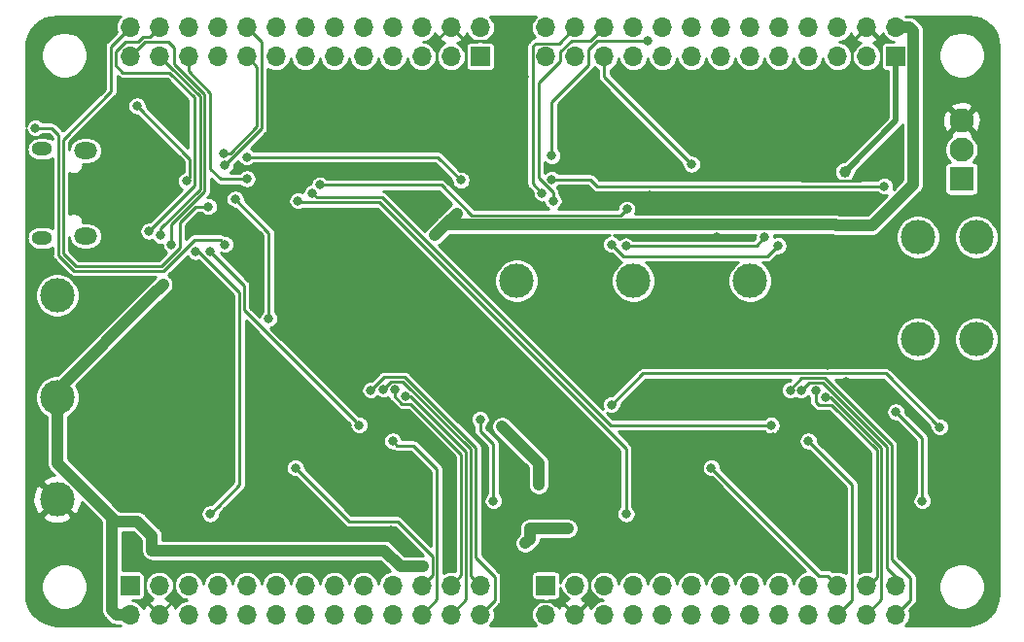
<source format=gbr>
G04 #@! TF.GenerationSoftware,KiCad,Pcbnew,(5.1.4)-1*
G04 #@! TF.CreationDate,2019-12-12T19:33:12+09:00*
G04 #@! TF.ProjectId,microevalb,6d696372-6f65-4766-916c-622e6b696361,rev?*
G04 #@! TF.SameCoordinates,Original*
G04 #@! TF.FileFunction,Copper,L2,Bot*
G04 #@! TF.FilePolarity,Positive*
%FSLAX46Y46*%
G04 Gerber Fmt 4.6, Leading zero omitted, Abs format (unit mm)*
G04 Created by KiCad (PCBNEW (5.1.4)-1) date 2019-12-12 19:33:12*
%MOMM*%
%LPD*%
G04 APERTURE LIST*
%ADD10C,3.000000*%
%ADD11O,1.700000X1.700000*%
%ADD12R,1.700000X1.700000*%
%ADD13C,2.100000*%
%ADD14R,2.100000X2.100000*%
%ADD15O,2.000000X1.450000*%
%ADD16O,1.800000X1.150000*%
%ADD17C,0.800000*%
%ADD18C,1.000000*%
%ADD19C,0.250000*%
%ADD20C,1.000000*%
%ADD21C,0.500000*%
%ADD22C,0.254000*%
G04 APERTURE END LIST*
D10*
X43815000Y-85725000D03*
D11*
X116840000Y-95758000D03*
X116840000Y-93218000D03*
X114300000Y-95758000D03*
X114300000Y-93218000D03*
X111760000Y-95758000D03*
X111760000Y-93218000D03*
X109220000Y-95758000D03*
X109220000Y-93218000D03*
X106680000Y-95758000D03*
X106680000Y-93218000D03*
X104140000Y-95758000D03*
X104140000Y-93218000D03*
X101600000Y-95758000D03*
X101600000Y-93218000D03*
X99060000Y-95758000D03*
X99060000Y-93218000D03*
X96520000Y-95758000D03*
X96520000Y-93218000D03*
X93980000Y-95758000D03*
X93980000Y-93218000D03*
X91440000Y-95758000D03*
X91440000Y-93218000D03*
X88900000Y-95758000D03*
X88900000Y-93218000D03*
X86360000Y-95758000D03*
D12*
X86360000Y-93218000D03*
D11*
X80645000Y-95758000D03*
X80645000Y-93218000D03*
X78105000Y-95758000D03*
X78105000Y-93218000D03*
X75565000Y-95758000D03*
X75565000Y-93218000D03*
X73025000Y-95758000D03*
X73025000Y-93218000D03*
X70485000Y-95758000D03*
X70485000Y-93218000D03*
X67945000Y-95758000D03*
X67945000Y-93218000D03*
X65405000Y-95758000D03*
X65405000Y-93218000D03*
X62865000Y-95758000D03*
X62865000Y-93218000D03*
X60325000Y-95758000D03*
X60325000Y-93218000D03*
X57785000Y-95758000D03*
X57785000Y-93218000D03*
X55245000Y-95758000D03*
X55245000Y-93218000D03*
X52705000Y-95758000D03*
X52705000Y-93218000D03*
X50165000Y-95758000D03*
D12*
X50165000Y-93218000D03*
D11*
X86360000Y-44577000D03*
X86360000Y-47117000D03*
X88900000Y-44577000D03*
X88900000Y-47117000D03*
X91440000Y-44577000D03*
X91440000Y-47117000D03*
X93980000Y-44577000D03*
X93980000Y-47117000D03*
X96520000Y-44577000D03*
X96520000Y-47117000D03*
X99060000Y-44577000D03*
X99060000Y-47117000D03*
X101600000Y-44577000D03*
X101600000Y-47117000D03*
X104140000Y-44577000D03*
X104140000Y-47117000D03*
X106680000Y-44577000D03*
X106680000Y-47117000D03*
X109220000Y-44577000D03*
X109220000Y-47117000D03*
X111760000Y-44577000D03*
X111760000Y-47117000D03*
X114300000Y-44577000D03*
X114300000Y-47117000D03*
X116840000Y-44577000D03*
D12*
X116840000Y-47117000D03*
X80645000Y-47117000D03*
D11*
X80645000Y-44577000D03*
X78105000Y-47117000D03*
X78105000Y-44577000D03*
X75565000Y-47117000D03*
X75565000Y-44577000D03*
X73025000Y-47117000D03*
X73025000Y-44577000D03*
X70485000Y-47117000D03*
X70485000Y-44577000D03*
X67945000Y-47117000D03*
X67945000Y-44577000D03*
X65405000Y-47117000D03*
X65405000Y-44577000D03*
X62865000Y-47117000D03*
X62865000Y-44577000D03*
X60325000Y-47117000D03*
X60325000Y-44577000D03*
X57785000Y-47117000D03*
X57785000Y-44577000D03*
X55245000Y-47117000D03*
X55245000Y-44577000D03*
X52705000Y-47117000D03*
X52705000Y-44577000D03*
X50165000Y-47117000D03*
X50165000Y-44577000D03*
D10*
X104140000Y-66675000D03*
X123825000Y-62865000D03*
X118745000Y-62865000D03*
X123825000Y-71755000D03*
X118745000Y-71755000D03*
X93980000Y-66675000D03*
X83820000Y-66675000D03*
X43815000Y-76835000D03*
X43815000Y-67945000D03*
D13*
X122555000Y-52705000D03*
X122555000Y-55245000D03*
D14*
X122555000Y-57785000D03*
D15*
X46300000Y-55330000D03*
X46300000Y-62780000D03*
D16*
X42500000Y-55180000D03*
X42500000Y-62930000D03*
D17*
X49530000Y-50165000D03*
X109220000Y-88265000D03*
X67945000Y-81915000D03*
X90170000Y-59055000D03*
X118745000Y-78740000D03*
X54864000Y-51308000D03*
X54610000Y-52324000D03*
X58928000Y-60452000D03*
X66548000Y-53848000D03*
X67818000Y-53848000D03*
X66548000Y-54864000D03*
X65024000Y-63754000D03*
X64008000Y-63754000D03*
X61214000Y-67056000D03*
X61214000Y-66040000D03*
X48260000Y-62865000D03*
X48260000Y-64135000D03*
X50546000Y-62865000D03*
X50546000Y-64135000D03*
X51816000Y-64135000D03*
X78105000Y-48895000D03*
X79375000Y-48895000D03*
X79375000Y-50165000D03*
X78105000Y-50165000D03*
X81915000Y-48895000D03*
X81915000Y-50165000D03*
X59309000Y-64897000D03*
X70358000Y-61595000D03*
X72136000Y-61595000D03*
X68580000Y-68580000D03*
X74930000Y-69215000D03*
X74930000Y-67310000D03*
X81915000Y-64770000D03*
X79375000Y-64770000D03*
X76200000Y-60325000D03*
X48260000Y-55245000D03*
X50165000Y-55245000D03*
X50165000Y-53975000D03*
X48260000Y-53975000D03*
X48260000Y-67310000D03*
X48260000Y-69215000D03*
X68580000Y-51562000D03*
X70485000Y-48895000D03*
X92710000Y-56515000D03*
X92710000Y-55245000D03*
X91440000Y-55245000D03*
X93980000Y-55245000D03*
X95250000Y-55245000D03*
X95250000Y-57404000D03*
X95377000Y-59182000D03*
X92710000Y-59309000D03*
X91821000Y-60071000D03*
X89916000Y-56515000D03*
X97790000Y-53848000D03*
X90170000Y-50927000D03*
X85725000Y-64770000D03*
X88900000Y-64770000D03*
X92075000Y-64770000D03*
X92075000Y-69215000D03*
X85725000Y-69215000D03*
X101346000Y-53213000D03*
X106680000Y-53340000D03*
X106680000Y-55880000D03*
X106680000Y-54610000D03*
X106680000Y-66040000D03*
X111760000Y-66040000D03*
X111760000Y-67310000D03*
X96520000Y-66040000D03*
X99060000Y-69215000D03*
X120396000Y-44450000D03*
X120396000Y-45720000D03*
X115570000Y-48895000D03*
X114300000Y-48895000D03*
X53975000Y-94615000D03*
X90170000Y-94615000D03*
X46990000Y-87630000D03*
X46990000Y-83820000D03*
X45720000Y-87630000D03*
X52070000Y-86360000D03*
X62865000Y-80645000D03*
X68580000Y-74422000D03*
X125095000Y-52705000D03*
X125095000Y-54610000D03*
X124460000Y-83820000D03*
X125095000Y-68580000D03*
X125095000Y-66040000D03*
X116840000Y-67945000D03*
X116840000Y-66675000D03*
X104140000Y-49657000D03*
X110490000Y-48895000D03*
X62484000Y-53213000D03*
X121031000Y-74422000D03*
X122328892Y-79093108D03*
X104140000Y-81280000D03*
X109220000Y-81788000D03*
X109220000Y-82804000D03*
X107950000Y-81788000D03*
X104140000Y-84328000D03*
X105410000Y-84328000D03*
X106680000Y-84328000D03*
X104902000Y-82042000D03*
X106172000Y-80264000D03*
X112776000Y-80518000D03*
X113792000Y-81534000D03*
X111760000Y-85598000D03*
X102616000Y-86106000D03*
X101854000Y-87376000D03*
X100838000Y-88392000D03*
X106934000Y-90932000D03*
X68072000Y-84328000D03*
X69342000Y-84328000D03*
X70612000Y-84328000D03*
X72898000Y-88392000D03*
X75184000Y-85598000D03*
X67818000Y-80772000D03*
X71882000Y-80264000D03*
X71882000Y-81534000D03*
X76962000Y-81280000D03*
X66294000Y-86614000D03*
X65532000Y-87630000D03*
X64516000Y-80264000D03*
X48260000Y-73660000D03*
X48260000Y-76200000D03*
X48260000Y-78740000D03*
X48260000Y-81280000D03*
X45593000Y-81280000D03*
X45593000Y-78740000D03*
X91440000Y-76200000D03*
X91440000Y-74930000D03*
X96520000Y-75692000D03*
X88265000Y-78740000D03*
X84455000Y-48895000D03*
X122174000Y-44450000D03*
X46990000Y-49530000D03*
X42545000Y-57150000D03*
X42545000Y-59055000D03*
X42545000Y-60960000D03*
X48260000Y-61595000D03*
X57531000Y-58420000D03*
X76835000Y-45720000D03*
X100965000Y-66421000D03*
X84582000Y-74549000D03*
X110871000Y-74041000D03*
X119380000Y-93345000D03*
X121285000Y-95885000D03*
X125095000Y-90805000D03*
X41910000Y-93345000D03*
X44450000Y-95885000D03*
X41910000Y-46990000D03*
X44450000Y-44450000D03*
X125095000Y-46355000D03*
X112522000Y-75438000D03*
X78232000Y-90424000D03*
X50419000Y-91313000D03*
X50419000Y-90170000D03*
X50419000Y-89154000D03*
X58039000Y-73533000D03*
X63754000Y-69850000D03*
X52197000Y-70358000D03*
X48260000Y-56515000D03*
X50165000Y-56515000D03*
X98298000Y-80391000D03*
X93980000Y-80391000D03*
X69088000Y-79248000D03*
X73660000Y-57150000D03*
X73660000Y-53340000D03*
X74930000Y-53340000D03*
X74930000Y-54610000D03*
X73660000Y-54610000D03*
X84074000Y-93218000D03*
X85090000Y-91059000D03*
X117475000Y-86360000D03*
X117475000Y-87376000D03*
X111760000Y-91694000D03*
X114173000Y-91694000D03*
X113030000Y-45847000D03*
X114427000Y-57150000D03*
X118173500Y-60452000D03*
X58293000Y-77597000D03*
X80835500Y-74549000D03*
X65913000Y-57467500D03*
X98615500Y-59753500D03*
X84264500Y-43942000D03*
X83312000Y-85344000D03*
X101219000Y-62865000D03*
X46990000Y-95885000D03*
X46990000Y-94615000D03*
X46990000Y-93345000D03*
D18*
X52070000Y-88900000D03*
X50800000Y-87630000D03*
X82550000Y-79375000D03*
X85725000Y-84455000D03*
X52070000Y-67945000D03*
X51118897Y-68896103D03*
X52070000Y-90170000D03*
X75705002Y-91580000D03*
X74422000Y-91580000D03*
X77639999Y-61764999D03*
X78592499Y-60812499D03*
X76687499Y-62717499D03*
X88265000Y-88264986D03*
D17*
X120650000Y-79415000D03*
X92075000Y-77470000D03*
D18*
X111633000Y-61848988D03*
X84963002Y-88265002D03*
X84582000Y-89535000D03*
X53022500Y-66992500D03*
D17*
X60325000Y-57785000D03*
X53772466Y-63507337D03*
X51816000Y-62357000D03*
X50760000Y-51435000D03*
X55062698Y-57967302D03*
X52791998Y-62697998D03*
X56968874Y-60207386D03*
X58420000Y-63500018D03*
X41909998Y-53340000D03*
X59309000Y-59563008D03*
X62230000Y-69976999D03*
X58419970Y-56582979D03*
X58276905Y-55560020D03*
X78969994Y-57895000D03*
X60325000Y-55880000D03*
X93345000Y-86995000D03*
X64770022Y-59690000D03*
X57150000Y-86995000D03*
X55880000Y-64135000D03*
X74168000Y-76708008D03*
X73025000Y-80645000D03*
X72235000Y-76113010D03*
X73205686Y-76128479D03*
X71120000Y-76200000D03*
X64566750Y-82981750D03*
X80645000Y-78740000D03*
X81788000Y-85851990D03*
X57158440Y-64134967D03*
X70103988Y-79248000D03*
X100761750Y-82981750D03*
X109855000Y-76200000D03*
X109220000Y-80645000D03*
X110744000Y-76794990D03*
X108585000Y-76200000D03*
X107634997Y-76200000D03*
X116840000Y-78105000D03*
X119126000Y-85852000D03*
X105972762Y-79273684D03*
X66040006Y-59016125D03*
D18*
X112395000Y-57150000D03*
D17*
X99060000Y-56515000D03*
X86995000Y-59690000D03*
X86033533Y-59027687D03*
X115823994Y-58420000D03*
X86868000Y-57848504D03*
X93416155Y-60427297D03*
X66690404Y-58323599D03*
X106572537Y-63607463D03*
X92075000Y-63500000D03*
X105410000Y-62894315D03*
X93324121Y-63635020D03*
X95250000Y-45719986D03*
X86869991Y-55761346D03*
D19*
X49734998Y-50369998D02*
X49530000Y-50165000D01*
X77978000Y-44577000D02*
X76835000Y-45720000D01*
X78105000Y-44577000D02*
X77978000Y-44577000D01*
X78105000Y-44577000D02*
X79311500Y-45783500D01*
X115276999Y-45426999D02*
X115570000Y-45720000D01*
X114300000Y-44577000D02*
X114427000Y-44577000D01*
X114427000Y-44577000D02*
X115276999Y-45426999D01*
X114300000Y-44577000D02*
X114173000Y-44577000D01*
X88900000Y-95758000D02*
X87757000Y-94615000D01*
X90043000Y-94615000D02*
X90170000Y-94615000D01*
X88900000Y-95758000D02*
X90043000Y-94615000D01*
X53848000Y-94615000D02*
X53975000Y-94615000D01*
X52705000Y-95758000D02*
X53848000Y-94615000D01*
X51562000Y-94615000D02*
X51435000Y-94615000D01*
X52705000Y-95758000D02*
X51562000Y-94615000D01*
X53975000Y-94615000D02*
X53975000Y-94615000D01*
X90170000Y-94615000D02*
X90170000Y-94615000D01*
X115570000Y-45847000D02*
X114300000Y-44577000D01*
X115570000Y-48895000D02*
X115570000Y-45847000D01*
X89027000Y-95758000D02*
X90170000Y-94615000D01*
X88900000Y-95758000D02*
X89027000Y-95758000D01*
X90170000Y-94615000D02*
X90170000Y-91821000D01*
X89408000Y-91059000D02*
X85090000Y-91059000D01*
X90170000Y-91821000D02*
X89408000Y-91059000D01*
X87175003Y-94908001D02*
X86882002Y-94615000D01*
X88900000Y-95758000D02*
X88050001Y-94908001D01*
X88050001Y-94908001D02*
X87175003Y-94908001D01*
X85471000Y-94615000D02*
X84074000Y-93218000D01*
X86882002Y-94615000D02*
X85471000Y-94615000D01*
X50818999Y-91712999D02*
X50419000Y-91313000D01*
X51435000Y-92329000D02*
X50818999Y-91712999D01*
X52705000Y-95758000D02*
X51435000Y-94488000D01*
X51435000Y-94488000D02*
X51435000Y-92329000D01*
X53149500Y-91313000D02*
X50419000Y-91313000D01*
X53975000Y-94615000D02*
X53975000Y-92138500D01*
X53975000Y-92138500D02*
X53149500Y-91313000D01*
X77152500Y-48895000D02*
X78105000Y-48895000D01*
X76835000Y-45720000D02*
X76835000Y-48577500D01*
X76835000Y-48577500D02*
X77152500Y-48895000D01*
X79375000Y-45847000D02*
X79375000Y-48895000D01*
X78105000Y-44577000D02*
X79375000Y-45847000D01*
X79311500Y-45783500D02*
X82042000Y-45783500D01*
X82042000Y-45783500D02*
X82423000Y-46164500D01*
X82423000Y-48387000D02*
X81915000Y-48895000D01*
X82423000Y-46164500D02*
X82423000Y-48387000D01*
X113982500Y-48895000D02*
X114300000Y-48895000D01*
X113030000Y-47942500D02*
X113982500Y-48895000D01*
X114300000Y-44577000D02*
X113030000Y-45847000D01*
X113030000Y-45847000D02*
X113030000Y-47942500D01*
X113030000Y-45847000D02*
X113030000Y-45847000D01*
X113651999Y-57925001D02*
X114427000Y-57150000D01*
X106680000Y-55880000D02*
X108725001Y-57925001D01*
X108725001Y-57925001D02*
X113651999Y-57925001D01*
X114427000Y-57150000D02*
X114427000Y-57150000D01*
D20*
X75705002Y-91580000D02*
X74422000Y-91580000D01*
X77639999Y-61764999D02*
X78592499Y-60812499D01*
X77639999Y-61764999D02*
X76687499Y-62717499D01*
X72304894Y-90170000D02*
X73714894Y-91580000D01*
X52070000Y-90170000D02*
X72304894Y-90170000D01*
X73714894Y-91580000D02*
X74422000Y-91580000D01*
D19*
X94820021Y-74724979D02*
X92075000Y-77470000D01*
X115959979Y-74724979D02*
X94820021Y-74724979D01*
X120650000Y-79415000D02*
X115959979Y-74724979D01*
D20*
X82550000Y-79375000D02*
X85725000Y-82550000D01*
X85725000Y-82550000D02*
X85725000Y-84455000D01*
X43815000Y-76200000D02*
X52070000Y-67945000D01*
X43815000Y-76835000D02*
X43815000Y-76200000D01*
X111549011Y-61764999D02*
X111633000Y-61848988D01*
X116840000Y-44577000D02*
X118042081Y-44577000D01*
X118042081Y-44577000D02*
X118340001Y-44874920D01*
X118340001Y-44874920D02*
X118340001Y-58262105D01*
X77639999Y-61764999D02*
X111549011Y-61764999D01*
X114330014Y-61848988D02*
X114330026Y-61849000D01*
X111633000Y-61848988D02*
X114330014Y-61848988D01*
X114753106Y-61849000D02*
X118340001Y-58262105D01*
X114330026Y-61849000D02*
X114753106Y-61849000D01*
X48895000Y-87630000D02*
X50800000Y-87630000D01*
X47752000Y-86487000D02*
X48895000Y-87630000D01*
X48962919Y-95758000D02*
X50165000Y-95758000D01*
X48577500Y-95372581D02*
X48962919Y-95758000D01*
X48577500Y-87305498D02*
X48577500Y-95372581D01*
X43815000Y-76835000D02*
X43815000Y-82542998D01*
X43815000Y-82542998D02*
X48577500Y-87305498D01*
X88265000Y-88264986D02*
X84963018Y-88264986D01*
X84963018Y-88264986D02*
X84963002Y-88265002D01*
X84963002Y-89153998D02*
X84582000Y-89535000D01*
X84963002Y-88265002D02*
X84963002Y-89153998D01*
X52070000Y-90170000D02*
X52070000Y-88900000D01*
X52070000Y-88900000D02*
X50800000Y-87630000D01*
X53022500Y-66992500D02*
X52070000Y-67945000D01*
D19*
X58022002Y-57785000D02*
X60325000Y-57785000D01*
X57150000Y-56912998D02*
X58022002Y-57785000D01*
X57150000Y-50292000D02*
X57150000Y-56912998D01*
X55245000Y-47117000D02*
X55245000Y-48387000D01*
X55245000Y-48387000D02*
X57150000Y-50292000D01*
X51435000Y-45847000D02*
X53467000Y-45847000D01*
X50165000Y-47117000D02*
X51435000Y-45847000D01*
X53975000Y-46355000D02*
X53975000Y-47763600D01*
X53467000Y-45847000D02*
X53975000Y-46355000D01*
X53975000Y-47763600D02*
X56642000Y-50430600D01*
X53772466Y-61739834D02*
X53772466Y-63507337D01*
X56642000Y-50430600D02*
X56642000Y-58870300D01*
X56642000Y-58870300D02*
X53772466Y-61739834D01*
X49769998Y-45847000D02*
X48895000Y-46721998D01*
X48895000Y-46721998D02*
X48895000Y-47879000D01*
X55772011Y-58400989D02*
X51816000Y-62357000D01*
X55772011Y-55881311D02*
X55772011Y-58400989D01*
X55753000Y-55862300D02*
X55772011Y-55881311D01*
X55753000Y-50673000D02*
X55753000Y-55862300D01*
X49530000Y-48514000D02*
X53594000Y-48514000D01*
X48895000Y-47879000D02*
X49530000Y-48514000D01*
X52705000Y-44577000D02*
X51855001Y-45426999D01*
X51855001Y-45426999D02*
X51289301Y-45426999D01*
X51289301Y-45426999D02*
X50869300Y-45847000D01*
X53594000Y-48514000D02*
X55753000Y-50673000D01*
X50869300Y-45847000D02*
X49769998Y-45847000D01*
X55372000Y-57658000D02*
X55062698Y-57967302D01*
X50760000Y-51435000D02*
X55372000Y-56047000D01*
X55372000Y-56047000D02*
X55372000Y-57658000D01*
X56241989Y-58682322D02*
X52791998Y-62132313D01*
X53612699Y-47966999D02*
X56241989Y-50596289D01*
X56241989Y-50596289D02*
X56241989Y-58682322D01*
X53554999Y-47966999D02*
X53612699Y-47966999D01*
X52791998Y-62132313D02*
X52791998Y-62697998D01*
X52705000Y-47117000D02*
X53554999Y-47966999D01*
X44323000Y-54356000D02*
X48494990Y-50184010D01*
X48494990Y-46247010D02*
X50165000Y-44577000D01*
X55870614Y-60207386D02*
X54483000Y-61595000D01*
X56968874Y-60207386D02*
X55870614Y-60207386D01*
X44323000Y-64262000D02*
X44323000Y-54356000D01*
X54483000Y-61595000D02*
X54483000Y-63806315D01*
X48494990Y-50184010D02*
X48494990Y-46247010D01*
X54483000Y-63806315D02*
X52884315Y-65405000D01*
X52884315Y-65405000D02*
X45466000Y-65405000D01*
X45466000Y-65405000D02*
X44323000Y-64262000D01*
X41724989Y-53154991D02*
X41909998Y-53340000D01*
X58020001Y-63100019D02*
X58420000Y-63500018D01*
X55771981Y-63100019D02*
X58020001Y-63100019D01*
X43307000Y-53340000D02*
X43922989Y-53955989D01*
X41909998Y-53340000D02*
X43307000Y-53340000D01*
X43922989Y-64427689D02*
X45300311Y-65805011D01*
X43922989Y-53955989D02*
X43922989Y-64427689D01*
X45300311Y-65805011D02*
X53066989Y-65805011D01*
X53066989Y-65805011D02*
X55771981Y-63100019D01*
X62230000Y-62484008D02*
X62230000Y-69411314D01*
X62230000Y-69411314D02*
X62230000Y-69976999D01*
X59309000Y-59563008D02*
X62230000Y-62484008D01*
X60325000Y-44577000D02*
X61614011Y-45866011D01*
X61614011Y-53388938D02*
X58419970Y-56582979D01*
X61614011Y-45866011D02*
X61614011Y-53388938D01*
X58866980Y-55560020D02*
X58276905Y-55560020D01*
X61214000Y-53213000D02*
X58866980Y-55560020D01*
X60325000Y-47117000D02*
X61214000Y-48006000D01*
X61214000Y-48006000D02*
X61214000Y-53213000D01*
X76954994Y-55880000D02*
X78969994Y-57895000D01*
X60325000Y-55880000D02*
X76954994Y-55880000D01*
X64897022Y-59817000D02*
X64770022Y-59690000D01*
X71882000Y-59817000D02*
X64897022Y-59817000D01*
X93345000Y-86995000D02*
X93345000Y-81280000D01*
X93345000Y-81280000D02*
X71882000Y-59817000D01*
X57150000Y-86995000D02*
X57785000Y-86360000D01*
X57785000Y-86360000D02*
X57839656Y-86305344D01*
X56134000Y-64135000D02*
X55880000Y-64135000D01*
X59690000Y-67691000D02*
X56134000Y-64135000D01*
X57785000Y-86360000D02*
X59690000Y-84455000D01*
X59690000Y-84455000D02*
X59690000Y-67691000D01*
X79394011Y-94468989D02*
X79394011Y-81553015D01*
X79394011Y-81553015D02*
X74549004Y-76708008D01*
X78105000Y-95758000D02*
X79394011Y-94468989D01*
X74549004Y-76708008D02*
X74168000Y-76708008D01*
X73424999Y-81044999D02*
X73025000Y-80645000D01*
X74821999Y-81044999D02*
X73424999Y-81044999D01*
X76880013Y-83103013D02*
X74821999Y-81044999D01*
X75565000Y-95758000D02*
X76880013Y-94442987D01*
X76880013Y-94442987D02*
X76880013Y-83103013D01*
X73912481Y-75453477D02*
X72894533Y-75453477D01*
X79795001Y-81335997D02*
X73912481Y-75453477D01*
X79795001Y-92368001D02*
X79795001Y-81335997D01*
X72894533Y-75453477D02*
X72235000Y-76113010D01*
X80645000Y-93218000D02*
X79795001Y-92368001D01*
X73205686Y-76744696D02*
X73205686Y-76128479D01*
X78994000Y-92329000D02*
X78994000Y-81788000D01*
X78994000Y-81788000D02*
X74589009Y-77383009D01*
X78105000Y-93218000D02*
X78994000Y-92329000D01*
X74589009Y-77383009D02*
X73843999Y-77383009D01*
X73843999Y-77383009D02*
X73205686Y-76744696D01*
X72266534Y-75053466D02*
X71120000Y-76200000D01*
X74078170Y-75053466D02*
X72266534Y-75053466D01*
X80264000Y-81239296D02*
X74078170Y-75053466D01*
X80264000Y-90805000D02*
X80264000Y-81239296D01*
X81915000Y-94488000D02*
X81915000Y-92456000D01*
X80645000Y-95758000D02*
X81915000Y-94488000D01*
X81915000Y-92456000D02*
X80264000Y-90805000D01*
X74803000Y-93218000D02*
X75565000Y-93218000D01*
X69215000Y-87630000D02*
X64566750Y-82981750D01*
X75565000Y-93218000D02*
X76480002Y-92302998D01*
X76480002Y-92302998D02*
X76480002Y-90680990D01*
X76480002Y-90680990D02*
X73429012Y-87630000D01*
X73429012Y-87630000D02*
X69215000Y-87630000D01*
X81788000Y-80899000D02*
X81788000Y-85851990D01*
X80645000Y-78740000D02*
X80645000Y-79756000D01*
X80645000Y-79756000D02*
X81788000Y-80899000D01*
X60090011Y-69234023D02*
X69703989Y-78848001D01*
X69703989Y-78848001D02*
X70103988Y-79248000D01*
X60090011Y-67066538D02*
X60090011Y-69234023D01*
X57158440Y-64134967D02*
X60090011Y-67066538D01*
X110910001Y-92368001D02*
X110148001Y-92368001D01*
X111760000Y-93218000D02*
X110910001Y-92368001D01*
X110148001Y-92368001D02*
X100761750Y-82981750D01*
X114300000Y-93218000D02*
X114427000Y-93218000D01*
X114427000Y-93218000D02*
X115189000Y-92456000D01*
X115189000Y-92456000D02*
X115189000Y-82677000D01*
X115189000Y-82677000D02*
X115189000Y-82423000D01*
X115189001Y-81412395D02*
X115189001Y-82676999D01*
X110109000Y-77470000D02*
X111246606Y-77470000D01*
X109855000Y-76200000D02*
X109855000Y-77216000D01*
X109855000Y-77216000D02*
X110109000Y-77470000D01*
X111246606Y-77470000D02*
X115189001Y-81412395D01*
X115189001Y-82676999D02*
X115189000Y-82677000D01*
X113030000Y-94488000D02*
X111760000Y-95758000D01*
X109220000Y-80645000D02*
X113030000Y-84455000D01*
X113030000Y-84455000D02*
X113030000Y-94488000D01*
X115589011Y-94468989D02*
X115589011Y-81246707D01*
X115589011Y-81246707D02*
X111137294Y-76794990D01*
X114300000Y-95758000D02*
X115589011Y-94468989D01*
X111137294Y-76794990D02*
X110744000Y-76794990D01*
X116840000Y-92456000D02*
X116840000Y-93218000D01*
X116078000Y-91694000D02*
X116840000Y-92456000D01*
X116078000Y-81169998D02*
X116078000Y-91694000D01*
X110433001Y-75524999D02*
X116078000Y-81169998D01*
X108585000Y-76200000D02*
X109260001Y-75524999D01*
X109260001Y-75524999D02*
X110433001Y-75524999D01*
X118110000Y-92583000D02*
X118110000Y-94488000D01*
X107634997Y-76134003D02*
X108644011Y-75124989D01*
X107634997Y-76200000D02*
X107634997Y-76134003D01*
X108644011Y-75124989D02*
X110598691Y-75124989D01*
X118110000Y-94488000D02*
X116840000Y-95758000D01*
X110598691Y-75124989D02*
X116478010Y-81004309D01*
X116478010Y-81004309D02*
X116478010Y-90951010D01*
X116478010Y-90951010D02*
X118110000Y-92583000D01*
X119126000Y-80391000D02*
X119126000Y-85852000D01*
X116840000Y-78105000D02*
X119126000Y-80391000D01*
X66440005Y-59416124D02*
X66040006Y-59016125D01*
X72116124Y-59416124D02*
X66440005Y-59416124D01*
X105972762Y-79273684D02*
X91973684Y-79273684D01*
X91973684Y-79273684D02*
X72116124Y-59416124D01*
D21*
X116840000Y-47117000D02*
X116840000Y-52705000D01*
X116840000Y-52705000D02*
X112395000Y-57150000D01*
D19*
X91440000Y-48895000D02*
X99060000Y-56515000D01*
X91440000Y-47117000D02*
X91440000Y-48895000D01*
X87630000Y-47512002D02*
X87630000Y-46721998D01*
X88631998Y-45720000D02*
X90239302Y-45720000D01*
X91382302Y-44577000D02*
X91440000Y-44577000D01*
X90239302Y-45720000D02*
X91382302Y-44577000D01*
X87630000Y-46721998D02*
X88631998Y-45720000D01*
X85725000Y-57720150D02*
X85725000Y-49417002D01*
X86995000Y-58990150D02*
X85725000Y-57720150D01*
X86995000Y-59690000D02*
X86995000Y-58990150D01*
X85725000Y-49417002D02*
X87630000Y-47512002D01*
X85234999Y-58229153D02*
X86033533Y-59027687D01*
X85234999Y-46210001D02*
X85234999Y-58229153D01*
X85453001Y-45991999D02*
X85234999Y-46210001D01*
X87485001Y-45991999D02*
X85453001Y-45991999D01*
X88900000Y-44577000D02*
X87485001Y-45991999D01*
X90797000Y-58420000D02*
X90225504Y-57848504D01*
X115823994Y-58420000D02*
X90797000Y-58420000D01*
X90225504Y-57848504D02*
X86868000Y-57848504D01*
X77250603Y-58323599D02*
X66690404Y-58323599D01*
X79887004Y-60960000D02*
X77250603Y-58323599D01*
X93416155Y-60427297D02*
X92883452Y-60960000D01*
X92883452Y-60960000D02*
X79887004Y-60960000D01*
X93091000Y-64516000D02*
X92075000Y-63500000D01*
X106572537Y-63607463D02*
X105664000Y-64516000D01*
X105664000Y-64516000D02*
X93091000Y-64516000D01*
X105410000Y-62894315D02*
X104669295Y-63635020D01*
X104669295Y-63635020D02*
X93324121Y-63635020D01*
X95250000Y-45719986D02*
X90805014Y-45719986D01*
X86869991Y-51052009D02*
X86869991Y-55761346D01*
X90025001Y-47896999D02*
X86869991Y-51052009D01*
X90025001Y-46499999D02*
X90025001Y-47896999D01*
X90805014Y-45719986D02*
X90025001Y-46499999D01*
D22*
G36*
X85452656Y-43669656D02*
G01*
X85293076Y-43864104D01*
X85174498Y-44085949D01*
X85101478Y-44326664D01*
X85076822Y-44577000D01*
X85101478Y-44827336D01*
X85174498Y-45068051D01*
X85293076Y-45289896D01*
X85416983Y-45440876D01*
X85344790Y-45447987D01*
X85240738Y-45479551D01*
X85144843Y-45530808D01*
X85060790Y-45599788D01*
X85043504Y-45620851D01*
X84863855Y-45800501D01*
X84842788Y-45817790D01*
X84773808Y-45901843D01*
X84722551Y-45997739D01*
X84690987Y-46101791D01*
X84683168Y-46181177D01*
X84680329Y-46210001D01*
X84682999Y-46237107D01*
X84683000Y-58202037D01*
X84680329Y-58229153D01*
X84690988Y-58337363D01*
X84722551Y-58441415D01*
X84773034Y-58535862D01*
X84773809Y-58537311D01*
X84842789Y-58621364D01*
X84863851Y-58638649D01*
X85206533Y-58981332D01*
X85206533Y-59109139D01*
X85238315Y-59268914D01*
X85300656Y-59419418D01*
X85391161Y-59554868D01*
X85506352Y-59670059D01*
X85641802Y-59760564D01*
X85792306Y-59822905D01*
X85952081Y-59854687D01*
X86114985Y-59854687D01*
X86181909Y-59841375D01*
X86199782Y-59931227D01*
X86262123Y-60081731D01*
X86352628Y-60217181D01*
X86467819Y-60332372D01*
X86581004Y-60408000D01*
X80115650Y-60408000D01*
X77660103Y-57952455D01*
X77642814Y-57931388D01*
X77558761Y-57862408D01*
X77462866Y-57811151D01*
X77358814Y-57779587D01*
X77277712Y-57771599D01*
X77277709Y-57771599D01*
X77250603Y-57768929D01*
X77223497Y-57771599D01*
X67307957Y-57771599D01*
X67217585Y-57681227D01*
X67082135Y-57590722D01*
X66931631Y-57528381D01*
X66771856Y-57496599D01*
X66608952Y-57496599D01*
X66449177Y-57528381D01*
X66298673Y-57590722D01*
X66163223Y-57681227D01*
X66048032Y-57796418D01*
X65957527Y-57931868D01*
X65895186Y-58082372D01*
X65870465Y-58206647D01*
X65798779Y-58220907D01*
X65648275Y-58283248D01*
X65512825Y-58373753D01*
X65397634Y-58488944D01*
X65307129Y-58624394D01*
X65244788Y-58774898D01*
X65213006Y-58934673D01*
X65213006Y-58991369D01*
X65161753Y-58957123D01*
X65011249Y-58894782D01*
X64851474Y-58863000D01*
X64688570Y-58863000D01*
X64528795Y-58894782D01*
X64378291Y-58957123D01*
X64242841Y-59047628D01*
X64127650Y-59162819D01*
X64037145Y-59298269D01*
X63974804Y-59448773D01*
X63943022Y-59608548D01*
X63943022Y-59771452D01*
X63974804Y-59931227D01*
X64037145Y-60081731D01*
X64127650Y-60217181D01*
X64242841Y-60332372D01*
X64378291Y-60422877D01*
X64528795Y-60485218D01*
X64688570Y-60517000D01*
X64851474Y-60517000D01*
X65011249Y-60485218D01*
X65161753Y-60422877D01*
X65242385Y-60369000D01*
X71653356Y-60369000D01*
X92793001Y-81508647D01*
X92793000Y-86377447D01*
X92702628Y-86467819D01*
X92612123Y-86603269D01*
X92549782Y-86753773D01*
X92518000Y-86913548D01*
X92518000Y-87076452D01*
X92549782Y-87236227D01*
X92612123Y-87386731D01*
X92702628Y-87522181D01*
X92817819Y-87637372D01*
X92953269Y-87727877D01*
X93103773Y-87790218D01*
X93263548Y-87822000D01*
X93426452Y-87822000D01*
X93586227Y-87790218D01*
X93736731Y-87727877D01*
X93872181Y-87637372D01*
X93987372Y-87522181D01*
X94077877Y-87386731D01*
X94140218Y-87236227D01*
X94172000Y-87076452D01*
X94172000Y-86913548D01*
X94140218Y-86753773D01*
X94077877Y-86603269D01*
X93987372Y-86467819D01*
X93897000Y-86377447D01*
X93897000Y-81307108D01*
X93899670Y-81280000D01*
X93892496Y-81207157D01*
X93889012Y-81171789D01*
X93857448Y-81067737D01*
X93806191Y-80971842D01*
X93737211Y-80887789D01*
X93716155Y-80870509D01*
X92671330Y-79825684D01*
X105355209Y-79825684D01*
X105445581Y-79916056D01*
X105581031Y-80006561D01*
X105731535Y-80068902D01*
X105891310Y-80100684D01*
X106054214Y-80100684D01*
X106213989Y-80068902D01*
X106364493Y-80006561D01*
X106499943Y-79916056D01*
X106615134Y-79800865D01*
X106705639Y-79665415D01*
X106767980Y-79514911D01*
X106799762Y-79355136D01*
X106799762Y-79192232D01*
X106767980Y-79032457D01*
X106705639Y-78881953D01*
X106615134Y-78746503D01*
X106499943Y-78631312D01*
X106364493Y-78540807D01*
X106213989Y-78478466D01*
X106054214Y-78446684D01*
X105891310Y-78446684D01*
X105731535Y-78478466D01*
X105581031Y-78540807D01*
X105445581Y-78631312D01*
X105355209Y-78721684D01*
X92202330Y-78721684D01*
X91683702Y-78203057D01*
X91833773Y-78265218D01*
X91993548Y-78297000D01*
X92156452Y-78297000D01*
X92316227Y-78265218D01*
X92466731Y-78202877D01*
X92602181Y-78112372D01*
X92717372Y-77997181D01*
X92807877Y-77861731D01*
X92870218Y-77711227D01*
X92902000Y-77551452D01*
X92902000Y-77423644D01*
X95048666Y-75276979D01*
X107711376Y-75276979D01*
X107615355Y-75373000D01*
X107553545Y-75373000D01*
X107393770Y-75404782D01*
X107243266Y-75467123D01*
X107107816Y-75557628D01*
X106992625Y-75672819D01*
X106902120Y-75808269D01*
X106839779Y-75958773D01*
X106807997Y-76118548D01*
X106807997Y-76281452D01*
X106839779Y-76441227D01*
X106902120Y-76591731D01*
X106992625Y-76727181D01*
X107107816Y-76842372D01*
X107243266Y-76932877D01*
X107393770Y-76995218D01*
X107553545Y-77027000D01*
X107716449Y-77027000D01*
X107876224Y-76995218D01*
X108026728Y-76932877D01*
X108109999Y-76877237D01*
X108193269Y-76932877D01*
X108343773Y-76995218D01*
X108503548Y-77027000D01*
X108666452Y-77027000D01*
X108826227Y-76995218D01*
X108976731Y-76932877D01*
X109112181Y-76842372D01*
X109220000Y-76734553D01*
X109303001Y-76817554D01*
X109303001Y-77188885D01*
X109300330Y-77216000D01*
X109310989Y-77324210D01*
X109342552Y-77428262D01*
X109393809Y-77524157D01*
X109393810Y-77524158D01*
X109462790Y-77608211D01*
X109483851Y-77625495D01*
X109699503Y-77841148D01*
X109716789Y-77862211D01*
X109800842Y-77931191D01*
X109896737Y-77982448D01*
X110000789Y-78014012D01*
X110081891Y-78022000D01*
X110081901Y-78022000D01*
X110108999Y-78024669D01*
X110136097Y-78022000D01*
X111017962Y-78022000D01*
X114637001Y-81641041D01*
X114637002Y-82395873D01*
X114637000Y-82395891D01*
X114637000Y-82649891D01*
X114634330Y-82677000D01*
X114637000Y-82704106D01*
X114637000Y-82704108D01*
X114637001Y-82704118D01*
X114637000Y-91985767D01*
X114550336Y-91959478D01*
X114362726Y-91941000D01*
X114237274Y-91941000D01*
X114049664Y-91959478D01*
X113808949Y-92032498D01*
X113587104Y-92151076D01*
X113582000Y-92155265D01*
X113582000Y-84482108D01*
X113584670Y-84455000D01*
X113574012Y-84346789D01*
X113542448Y-84242737D01*
X113491191Y-84146842D01*
X113439492Y-84083846D01*
X113439491Y-84083845D01*
X113422211Y-84062789D01*
X113401154Y-84045508D01*
X110047000Y-80691356D01*
X110047000Y-80563548D01*
X110015218Y-80403773D01*
X109952877Y-80253269D01*
X109862372Y-80117819D01*
X109747181Y-80002628D01*
X109611731Y-79912123D01*
X109461227Y-79849782D01*
X109301452Y-79818000D01*
X109138548Y-79818000D01*
X108978773Y-79849782D01*
X108828269Y-79912123D01*
X108692819Y-80002628D01*
X108577628Y-80117819D01*
X108487123Y-80253269D01*
X108424782Y-80403773D01*
X108393000Y-80563548D01*
X108393000Y-80726452D01*
X108424782Y-80886227D01*
X108487123Y-81036731D01*
X108577628Y-81172181D01*
X108692819Y-81287372D01*
X108828269Y-81377877D01*
X108978773Y-81440218D01*
X109138548Y-81472000D01*
X109266356Y-81472000D01*
X112478000Y-84683646D01*
X112478001Y-92155265D01*
X112472896Y-92151076D01*
X112251051Y-92032498D01*
X112010336Y-91959478D01*
X111822726Y-91941000D01*
X111697274Y-91941000D01*
X111509664Y-91959478D01*
X111335081Y-92012437D01*
X111319501Y-91996857D01*
X111302212Y-91975790D01*
X111218159Y-91906810D01*
X111122264Y-91855553D01*
X111018212Y-91823989D01*
X110937110Y-91816001D01*
X110937107Y-91816001D01*
X110910001Y-91813331D01*
X110882895Y-91816001D01*
X110376647Y-91816001D01*
X101588750Y-83028106D01*
X101588750Y-82900298D01*
X101556968Y-82740523D01*
X101494627Y-82590019D01*
X101404122Y-82454569D01*
X101288931Y-82339378D01*
X101153481Y-82248873D01*
X101002977Y-82186532D01*
X100843202Y-82154750D01*
X100680298Y-82154750D01*
X100520523Y-82186532D01*
X100370019Y-82248873D01*
X100234569Y-82339378D01*
X100119378Y-82454569D01*
X100028873Y-82590019D01*
X99966532Y-82740523D01*
X99934750Y-82900298D01*
X99934750Y-83063202D01*
X99966532Y-83222977D01*
X100028873Y-83373481D01*
X100119378Y-83508931D01*
X100234569Y-83624122D01*
X100370019Y-83714627D01*
X100520523Y-83776968D01*
X100680298Y-83808750D01*
X100808106Y-83808750D01*
X108961353Y-91961999D01*
X108728949Y-92032498D01*
X108507104Y-92151076D01*
X108312656Y-92310656D01*
X108153076Y-92505104D01*
X108034498Y-92726949D01*
X107961478Y-92967664D01*
X107950000Y-93084202D01*
X107938522Y-92967664D01*
X107865502Y-92726949D01*
X107746924Y-92505104D01*
X107587344Y-92310656D01*
X107392896Y-92151076D01*
X107171051Y-92032498D01*
X106930336Y-91959478D01*
X106742726Y-91941000D01*
X106617274Y-91941000D01*
X106429664Y-91959478D01*
X106188949Y-92032498D01*
X105967104Y-92151076D01*
X105772656Y-92310656D01*
X105613076Y-92505104D01*
X105494498Y-92726949D01*
X105421478Y-92967664D01*
X105410000Y-93084202D01*
X105398522Y-92967664D01*
X105325502Y-92726949D01*
X105206924Y-92505104D01*
X105047344Y-92310656D01*
X104852896Y-92151076D01*
X104631051Y-92032498D01*
X104390336Y-91959478D01*
X104202726Y-91941000D01*
X104077274Y-91941000D01*
X103889664Y-91959478D01*
X103648949Y-92032498D01*
X103427104Y-92151076D01*
X103232656Y-92310656D01*
X103073076Y-92505104D01*
X102954498Y-92726949D01*
X102881478Y-92967664D01*
X102870000Y-93084202D01*
X102858522Y-92967664D01*
X102785502Y-92726949D01*
X102666924Y-92505104D01*
X102507344Y-92310656D01*
X102312896Y-92151076D01*
X102091051Y-92032498D01*
X101850336Y-91959478D01*
X101662726Y-91941000D01*
X101537274Y-91941000D01*
X101349664Y-91959478D01*
X101108949Y-92032498D01*
X100887104Y-92151076D01*
X100692656Y-92310656D01*
X100533076Y-92505104D01*
X100414498Y-92726949D01*
X100341478Y-92967664D01*
X100330000Y-93084202D01*
X100318522Y-92967664D01*
X100245502Y-92726949D01*
X100126924Y-92505104D01*
X99967344Y-92310656D01*
X99772896Y-92151076D01*
X99551051Y-92032498D01*
X99310336Y-91959478D01*
X99122726Y-91941000D01*
X98997274Y-91941000D01*
X98809664Y-91959478D01*
X98568949Y-92032498D01*
X98347104Y-92151076D01*
X98152656Y-92310656D01*
X97993076Y-92505104D01*
X97874498Y-92726949D01*
X97801478Y-92967664D01*
X97790000Y-93084202D01*
X97778522Y-92967664D01*
X97705502Y-92726949D01*
X97586924Y-92505104D01*
X97427344Y-92310656D01*
X97232896Y-92151076D01*
X97011051Y-92032498D01*
X96770336Y-91959478D01*
X96582726Y-91941000D01*
X96457274Y-91941000D01*
X96269664Y-91959478D01*
X96028949Y-92032498D01*
X95807104Y-92151076D01*
X95612656Y-92310656D01*
X95453076Y-92505104D01*
X95334498Y-92726949D01*
X95261478Y-92967664D01*
X95250000Y-93084202D01*
X95238522Y-92967664D01*
X95165502Y-92726949D01*
X95046924Y-92505104D01*
X94887344Y-92310656D01*
X94692896Y-92151076D01*
X94471051Y-92032498D01*
X94230336Y-91959478D01*
X94042726Y-91941000D01*
X93917274Y-91941000D01*
X93729664Y-91959478D01*
X93488949Y-92032498D01*
X93267104Y-92151076D01*
X93072656Y-92310656D01*
X92913076Y-92505104D01*
X92794498Y-92726949D01*
X92721478Y-92967664D01*
X92710000Y-93084202D01*
X92698522Y-92967664D01*
X92625502Y-92726949D01*
X92506924Y-92505104D01*
X92347344Y-92310656D01*
X92152896Y-92151076D01*
X91931051Y-92032498D01*
X91690336Y-91959478D01*
X91502726Y-91941000D01*
X91377274Y-91941000D01*
X91189664Y-91959478D01*
X90948949Y-92032498D01*
X90727104Y-92151076D01*
X90532656Y-92310656D01*
X90373076Y-92505104D01*
X90254498Y-92726949D01*
X90181478Y-92967664D01*
X90170000Y-93084202D01*
X90158522Y-92967664D01*
X90085502Y-92726949D01*
X89966924Y-92505104D01*
X89807344Y-92310656D01*
X89612896Y-92151076D01*
X89391051Y-92032498D01*
X89150336Y-91959478D01*
X88962726Y-91941000D01*
X88837274Y-91941000D01*
X88649664Y-91959478D01*
X88408949Y-92032498D01*
X88187104Y-92151076D01*
X87992656Y-92310656D01*
X87833076Y-92505104D01*
X87714498Y-92726949D01*
X87641478Y-92967664D01*
X87639066Y-92992153D01*
X87639066Y-92368000D01*
X87630822Y-92284293D01*
X87606405Y-92203804D01*
X87566755Y-92129624D01*
X87513395Y-92064605D01*
X87448376Y-92011245D01*
X87374196Y-91971595D01*
X87293707Y-91947178D01*
X87210000Y-91938934D01*
X85510000Y-91938934D01*
X85426293Y-91947178D01*
X85345804Y-91971595D01*
X85271624Y-92011245D01*
X85206605Y-92064605D01*
X85153245Y-92129624D01*
X85113595Y-92203804D01*
X85089178Y-92284293D01*
X85080934Y-92368000D01*
X85080934Y-94068000D01*
X85089178Y-94151707D01*
X85113595Y-94232196D01*
X85153245Y-94306376D01*
X85206605Y-94371395D01*
X85271624Y-94424755D01*
X85345804Y-94464405D01*
X85426293Y-94488822D01*
X85510000Y-94497066D01*
X86134153Y-94497066D01*
X86109664Y-94499478D01*
X85868949Y-94572498D01*
X85647104Y-94691076D01*
X85452656Y-94850656D01*
X85293076Y-95045104D01*
X85174498Y-95266949D01*
X85101478Y-95507664D01*
X85076822Y-95758000D01*
X85101478Y-96008336D01*
X85174498Y-96249051D01*
X85293076Y-96470896D01*
X85452656Y-96665344D01*
X85498540Y-96703000D01*
X81506460Y-96703000D01*
X81552344Y-96665344D01*
X81711924Y-96470896D01*
X81830502Y-96249051D01*
X81903522Y-96008336D01*
X81928178Y-95758000D01*
X81903522Y-95507664D01*
X81850563Y-95333082D01*
X82286154Y-94897492D01*
X82307211Y-94880211D01*
X82331466Y-94850656D01*
X82376191Y-94796159D01*
X82406337Y-94739758D01*
X82427448Y-94700263D01*
X82459012Y-94596211D01*
X82467000Y-94515109D01*
X82467000Y-94515099D01*
X82469669Y-94488001D01*
X82467000Y-94460903D01*
X82467000Y-92483108D01*
X82469670Y-92456000D01*
X82459012Y-92347789D01*
X82427448Y-92243737D01*
X82376191Y-92147842D01*
X82324492Y-92084846D01*
X82324491Y-92084845D01*
X82307211Y-92063789D01*
X82286154Y-92046508D01*
X80816000Y-90576356D01*
X80816000Y-89535000D01*
X83650516Y-89535000D01*
X83655000Y-89580527D01*
X83655000Y-89626301D01*
X83663930Y-89671195D01*
X83668414Y-89716723D01*
X83681694Y-89760503D01*
X83690624Y-89805396D01*
X83708139Y-89847679D01*
X83721420Y-89891463D01*
X83742991Y-89931819D01*
X83760504Y-89974099D01*
X83785929Y-90012151D01*
X83807499Y-90052505D01*
X83836524Y-90087873D01*
X83861952Y-90125928D01*
X83894316Y-90158292D01*
X83923341Y-90193659D01*
X83958708Y-90222684D01*
X83991072Y-90255048D01*
X84029127Y-90280476D01*
X84064495Y-90309501D01*
X84104849Y-90331071D01*
X84142901Y-90356496D01*
X84185181Y-90374009D01*
X84225537Y-90395580D01*
X84269321Y-90408861D01*
X84311604Y-90426376D01*
X84356497Y-90435306D01*
X84400277Y-90448586D01*
X84445805Y-90453070D01*
X84490699Y-90462000D01*
X84536473Y-90462000D01*
X84582000Y-90466484D01*
X84627527Y-90462000D01*
X84673301Y-90462000D01*
X84718195Y-90453070D01*
X84763723Y-90448586D01*
X84807503Y-90435306D01*
X84852396Y-90426376D01*
X84894679Y-90408861D01*
X84938463Y-90395580D01*
X84978819Y-90374009D01*
X85021099Y-90356496D01*
X85059151Y-90331071D01*
X85099505Y-90309501D01*
X85134873Y-90280476D01*
X85172928Y-90255048D01*
X85302048Y-90125928D01*
X85302050Y-90125925D01*
X85586289Y-89841686D01*
X85621661Y-89812657D01*
X85737503Y-89671503D01*
X85823582Y-89510462D01*
X85876589Y-89335722D01*
X85890002Y-89199536D01*
X85890002Y-89199526D01*
X85890745Y-89191986D01*
X88356301Y-89191986D01*
X88401184Y-89183058D01*
X88446724Y-89178573D01*
X88490513Y-89165290D01*
X88535396Y-89156362D01*
X88577674Y-89138849D01*
X88621464Y-89125566D01*
X88661823Y-89103994D01*
X88704099Y-89086482D01*
X88742150Y-89061058D01*
X88782505Y-89039487D01*
X88817873Y-89010462D01*
X88855928Y-88985034D01*
X88888292Y-88952670D01*
X88923659Y-88923645D01*
X88952684Y-88888278D01*
X88985048Y-88855914D01*
X89010476Y-88817859D01*
X89039501Y-88782491D01*
X89061072Y-88742136D01*
X89086496Y-88704085D01*
X89104008Y-88661809D01*
X89125580Y-88621450D01*
X89138863Y-88577660D01*
X89156376Y-88535382D01*
X89165304Y-88490499D01*
X89178587Y-88446710D01*
X89183072Y-88401170D01*
X89192000Y-88356287D01*
X89192000Y-88310524D01*
X89196485Y-88264986D01*
X89192000Y-88219448D01*
X89192000Y-88173685D01*
X89183072Y-88128802D01*
X89178587Y-88083262D01*
X89165304Y-88039473D01*
X89156376Y-87994590D01*
X89138863Y-87952312D01*
X89125580Y-87908522D01*
X89104008Y-87868163D01*
X89086496Y-87825887D01*
X89061072Y-87787836D01*
X89039501Y-87747481D01*
X89010476Y-87712113D01*
X88985048Y-87674058D01*
X88952684Y-87641694D01*
X88923659Y-87606327D01*
X88888292Y-87577302D01*
X88855928Y-87544938D01*
X88817873Y-87519510D01*
X88782505Y-87490485D01*
X88742150Y-87468914D01*
X88704099Y-87443490D01*
X88661823Y-87425978D01*
X88621464Y-87404406D01*
X88577674Y-87391123D01*
X88535396Y-87373610D01*
X88490513Y-87364682D01*
X88446724Y-87351399D01*
X88401184Y-87346914D01*
X88356301Y-87337986D01*
X85008545Y-87337986D01*
X84963018Y-87333502D01*
X84917491Y-87337986D01*
X84917480Y-87337986D01*
X84917318Y-87338002D01*
X84871701Y-87338002D01*
X84826961Y-87346901D01*
X84781294Y-87351399D01*
X84737383Y-87364719D01*
X84692606Y-87373626D01*
X84650428Y-87391097D01*
X84606554Y-87404406D01*
X84581614Y-87417737D01*
X84566119Y-87426019D01*
X84523903Y-87443506D01*
X84485913Y-87468890D01*
X84445513Y-87490484D01*
X84410106Y-87519542D01*
X84372074Y-87544954D01*
X84339726Y-87577302D01*
X84304359Y-87606327D01*
X84304352Y-87606336D01*
X84304343Y-87606343D01*
X84275320Y-87641708D01*
X84242954Y-87674074D01*
X84217526Y-87712129D01*
X84188501Y-87747497D01*
X84166931Y-87787851D01*
X84141506Y-87825903D01*
X84123993Y-87868183D01*
X84123074Y-87869902D01*
X84102422Y-87908539D01*
X84089140Y-87952325D01*
X84071626Y-87994606D01*
X84062698Y-88039491D01*
X84049415Y-88083279D01*
X84044930Y-88128817D01*
X84036002Y-88173701D01*
X84036002Y-88219475D01*
X84031518Y-88265002D01*
X84036002Y-88310529D01*
X84036002Y-88770023D01*
X83991075Y-88814950D01*
X83991072Y-88814952D01*
X83861952Y-88944072D01*
X83836524Y-88982127D01*
X83807499Y-89017495D01*
X83785929Y-89057849D01*
X83760504Y-89095901D01*
X83742991Y-89138181D01*
X83721420Y-89178537D01*
X83708139Y-89222321D01*
X83690624Y-89264604D01*
X83681694Y-89309497D01*
X83668414Y-89353277D01*
X83663930Y-89398805D01*
X83655000Y-89443699D01*
X83655000Y-89489473D01*
X83650516Y-89535000D01*
X80816000Y-89535000D01*
X80816000Y-81266404D01*
X80818670Y-81239296D01*
X80808012Y-81131085D01*
X80776448Y-81027033D01*
X80725191Y-80931138D01*
X80673492Y-80868142D01*
X80673491Y-80868141D01*
X80656211Y-80847085D01*
X80635154Y-80829804D01*
X78463898Y-78658548D01*
X79818000Y-78658548D01*
X79818000Y-78821452D01*
X79849782Y-78981227D01*
X79912123Y-79131731D01*
X80002628Y-79267181D01*
X80093001Y-79357554D01*
X80093001Y-79728885D01*
X80090330Y-79756000D01*
X80100989Y-79864210D01*
X80132552Y-79968262D01*
X80183809Y-80064157D01*
X80183810Y-80064158D01*
X80252790Y-80148211D01*
X80273852Y-80165496D01*
X81236000Y-81127646D01*
X81236001Y-85234436D01*
X81145628Y-85324809D01*
X81055123Y-85460259D01*
X80992782Y-85610763D01*
X80961000Y-85770538D01*
X80961000Y-85933442D01*
X80992782Y-86093217D01*
X81055123Y-86243721D01*
X81145628Y-86379171D01*
X81260819Y-86494362D01*
X81396269Y-86584867D01*
X81546773Y-86647208D01*
X81706548Y-86678990D01*
X81869452Y-86678990D01*
X82029227Y-86647208D01*
X82179731Y-86584867D01*
X82315181Y-86494362D01*
X82430372Y-86379171D01*
X82520877Y-86243721D01*
X82583218Y-86093217D01*
X82615000Y-85933442D01*
X82615000Y-85770538D01*
X82583218Y-85610763D01*
X82520877Y-85460259D01*
X82430372Y-85324809D01*
X82340000Y-85234437D01*
X82340000Y-80926105D01*
X82342670Y-80898999D01*
X82339654Y-80868383D01*
X82332012Y-80790789D01*
X82300448Y-80686737D01*
X82249191Y-80590842D01*
X82180211Y-80506789D01*
X82159154Y-80489508D01*
X81197000Y-79527356D01*
X81197000Y-79375000D01*
X81618516Y-79375000D01*
X81623000Y-79420527D01*
X81623000Y-79466301D01*
X81631930Y-79511195D01*
X81636414Y-79556723D01*
X81649694Y-79600503D01*
X81658624Y-79645396D01*
X81676139Y-79687679D01*
X81689420Y-79731463D01*
X81710991Y-79771819D01*
X81728504Y-79814099D01*
X81753929Y-79852151D01*
X81775499Y-79892505D01*
X81804524Y-79927873D01*
X81829952Y-79965928D01*
X81959072Y-80095048D01*
X81959075Y-80095050D01*
X84798000Y-82933976D01*
X84798001Y-84363694D01*
X84798000Y-84363699D01*
X84798000Y-84546301D01*
X84806930Y-84591194D01*
X84811414Y-84636724D01*
X84824694Y-84680503D01*
X84833624Y-84725396D01*
X84851140Y-84767683D01*
X84864421Y-84811464D01*
X84885989Y-84851814D01*
X84903504Y-84894099D01*
X84928933Y-84932157D01*
X84950500Y-84972505D01*
X84979520Y-85007866D01*
X85004952Y-85045928D01*
X85037322Y-85078298D01*
X85066342Y-85113659D01*
X85101703Y-85142679D01*
X85134072Y-85175048D01*
X85172133Y-85200479D01*
X85207496Y-85229501D01*
X85247846Y-85251069D01*
X85285901Y-85276496D01*
X85328182Y-85294010D01*
X85368537Y-85315580D01*
X85412323Y-85328862D01*
X85454604Y-85346376D01*
X85499490Y-85355304D01*
X85543277Y-85368587D01*
X85588815Y-85373072D01*
X85633699Y-85382000D01*
X85679463Y-85382000D01*
X85725000Y-85386485D01*
X85770538Y-85382000D01*
X85816301Y-85382000D01*
X85861184Y-85373072D01*
X85906724Y-85368587D01*
X85950513Y-85355304D01*
X85995396Y-85346376D01*
X86037674Y-85328863D01*
X86081464Y-85315580D01*
X86121823Y-85294008D01*
X86164099Y-85276496D01*
X86202150Y-85251072D01*
X86242505Y-85229501D01*
X86277873Y-85200476D01*
X86315928Y-85175048D01*
X86348292Y-85142684D01*
X86383659Y-85113659D01*
X86412684Y-85078292D01*
X86445048Y-85045928D01*
X86470476Y-85007873D01*
X86499501Y-84972505D01*
X86521072Y-84932150D01*
X86546496Y-84894099D01*
X86564008Y-84851823D01*
X86585580Y-84811464D01*
X86598863Y-84767674D01*
X86616376Y-84725396D01*
X86625304Y-84680513D01*
X86638587Y-84636724D01*
X86643072Y-84591184D01*
X86652000Y-84546301D01*
X86652000Y-82595526D01*
X86656484Y-82549999D01*
X86652000Y-82504472D01*
X86652000Y-82504462D01*
X86638587Y-82368276D01*
X86585580Y-82193536D01*
X86543517Y-82114842D01*
X86499501Y-82032494D01*
X86412688Y-81926712D01*
X86412684Y-81926708D01*
X86383659Y-81891341D01*
X86348293Y-81862317D01*
X83270050Y-78784075D01*
X83270048Y-78784072D01*
X83140928Y-78654952D01*
X83102873Y-78629524D01*
X83067505Y-78600499D01*
X83027151Y-78578929D01*
X82989099Y-78553504D01*
X82946819Y-78535991D01*
X82906463Y-78514420D01*
X82862679Y-78501139D01*
X82820396Y-78483624D01*
X82775503Y-78474694D01*
X82731723Y-78461414D01*
X82686195Y-78456930D01*
X82641301Y-78448000D01*
X82595527Y-78448000D01*
X82550000Y-78443516D01*
X82504473Y-78448000D01*
X82458699Y-78448000D01*
X82413805Y-78456930D01*
X82368277Y-78461414D01*
X82324497Y-78474694D01*
X82279604Y-78483624D01*
X82237321Y-78501139D01*
X82193537Y-78514420D01*
X82153181Y-78535991D01*
X82110901Y-78553504D01*
X82072849Y-78578929D01*
X82032495Y-78600499D01*
X81997127Y-78629524D01*
X81959072Y-78654952D01*
X81926708Y-78687316D01*
X81891341Y-78716341D01*
X81862316Y-78751708D01*
X81829952Y-78784072D01*
X81804524Y-78822127D01*
X81775499Y-78857495D01*
X81753929Y-78897849D01*
X81728504Y-78935901D01*
X81710991Y-78978181D01*
X81689420Y-79018537D01*
X81676139Y-79062321D01*
X81658624Y-79104604D01*
X81649694Y-79149497D01*
X81636414Y-79193277D01*
X81631930Y-79238805D01*
X81623000Y-79283699D01*
X81623000Y-79329473D01*
X81618516Y-79375000D01*
X81197000Y-79375000D01*
X81197000Y-79357553D01*
X81287372Y-79267181D01*
X81377877Y-79131731D01*
X81440218Y-78981227D01*
X81472000Y-78821452D01*
X81472000Y-78658548D01*
X81440218Y-78498773D01*
X81377877Y-78348269D01*
X81287372Y-78212819D01*
X81172181Y-78097628D01*
X81036731Y-78007123D01*
X80886227Y-77944782D01*
X80726452Y-77913000D01*
X80563548Y-77913000D01*
X80403773Y-77944782D01*
X80253269Y-78007123D01*
X80117819Y-78097628D01*
X80002628Y-78212819D01*
X79912123Y-78348269D01*
X79849782Y-78498773D01*
X79818000Y-78658548D01*
X78463898Y-78658548D01*
X74487671Y-74682323D01*
X74470381Y-74661255D01*
X74386328Y-74592275D01*
X74290433Y-74541018D01*
X74186381Y-74509454D01*
X74105279Y-74501466D01*
X74105276Y-74501466D01*
X74078170Y-74498796D01*
X74051064Y-74501466D01*
X72293640Y-74501466D01*
X72266534Y-74498796D01*
X72239428Y-74501466D01*
X72239425Y-74501466D01*
X72158323Y-74509454D01*
X72054271Y-74541018D01*
X71958376Y-74592275D01*
X71874323Y-74661255D01*
X71857038Y-74682317D01*
X71166356Y-75373000D01*
X71038548Y-75373000D01*
X70878773Y-75404782D01*
X70728269Y-75467123D01*
X70592819Y-75557628D01*
X70477628Y-75672819D01*
X70387123Y-75808269D01*
X70324782Y-75958773D01*
X70293000Y-76118548D01*
X70293000Y-76281452D01*
X70324782Y-76441227D01*
X70387123Y-76591731D01*
X70477628Y-76727181D01*
X70592819Y-76842372D01*
X70728269Y-76932877D01*
X70878773Y-76995218D01*
X71038548Y-77027000D01*
X71201452Y-77027000D01*
X71361227Y-76995218D01*
X71511731Y-76932877D01*
X71647181Y-76842372D01*
X71723616Y-76765937D01*
X71843269Y-76845887D01*
X71993773Y-76908228D01*
X72153548Y-76940010D01*
X72316452Y-76940010D01*
X72476227Y-76908228D01*
X72626731Y-76845887D01*
X72658868Y-76824414D01*
X72661674Y-76852906D01*
X72693238Y-76956958D01*
X72744495Y-77052854D01*
X72813475Y-77136907D01*
X72834542Y-77154196D01*
X73434503Y-77754158D01*
X73451788Y-77775220D01*
X73535841Y-77844200D01*
X73631736Y-77895457D01*
X73735788Y-77927021D01*
X73816890Y-77935009D01*
X73816893Y-77935009D01*
X73843999Y-77937679D01*
X73871105Y-77935009D01*
X74360365Y-77935009D01*
X78442001Y-82016646D01*
X78442000Y-91985767D01*
X78355336Y-91959478D01*
X78167726Y-91941000D01*
X78042274Y-91941000D01*
X77854664Y-91959478D01*
X77613949Y-92032498D01*
X77432013Y-92129744D01*
X77432013Y-83130110D01*
X77434682Y-83103012D01*
X77432013Y-83075914D01*
X77432013Y-83075904D01*
X77424025Y-82994802D01*
X77392461Y-82890750D01*
X77368601Y-82846111D01*
X77341204Y-82794854D01*
X77289504Y-82731858D01*
X77272224Y-82710802D01*
X77251167Y-82693521D01*
X75231499Y-80673855D01*
X75214210Y-80652788D01*
X75130157Y-80583808D01*
X75034262Y-80532551D01*
X74930210Y-80500987D01*
X74849108Y-80492999D01*
X74849105Y-80492999D01*
X74821999Y-80490329D01*
X74794893Y-80492999D01*
X73837967Y-80492999D01*
X73820218Y-80403773D01*
X73757877Y-80253269D01*
X73667372Y-80117819D01*
X73552181Y-80002628D01*
X73416731Y-79912123D01*
X73266227Y-79849782D01*
X73106452Y-79818000D01*
X72943548Y-79818000D01*
X72783773Y-79849782D01*
X72633269Y-79912123D01*
X72497819Y-80002628D01*
X72382628Y-80117819D01*
X72292123Y-80253269D01*
X72229782Y-80403773D01*
X72198000Y-80563548D01*
X72198000Y-80726452D01*
X72229782Y-80886227D01*
X72292123Y-81036731D01*
X72382628Y-81172181D01*
X72497819Y-81287372D01*
X72633269Y-81377877D01*
X72783773Y-81440218D01*
X72943548Y-81472000D01*
X73075180Y-81472000D01*
X73116841Y-81506190D01*
X73212736Y-81557447D01*
X73316788Y-81589011D01*
X73397890Y-81596999D01*
X73397892Y-81596999D01*
X73424998Y-81599669D01*
X73452104Y-81596999D01*
X74593355Y-81596999D01*
X76328014Y-83331660D01*
X76328013Y-89748356D01*
X73838513Y-87258856D01*
X73821223Y-87237789D01*
X73737170Y-87168809D01*
X73641275Y-87117552D01*
X73537223Y-87085988D01*
X73456121Y-87078000D01*
X73456118Y-87078000D01*
X73429012Y-87075330D01*
X73401906Y-87078000D01*
X69443646Y-87078000D01*
X65393750Y-83028106D01*
X65393750Y-82900298D01*
X65361968Y-82740523D01*
X65299627Y-82590019D01*
X65209122Y-82454569D01*
X65093931Y-82339378D01*
X64958481Y-82248873D01*
X64807977Y-82186532D01*
X64648202Y-82154750D01*
X64485298Y-82154750D01*
X64325523Y-82186532D01*
X64175019Y-82248873D01*
X64039569Y-82339378D01*
X63924378Y-82454569D01*
X63833873Y-82590019D01*
X63771532Y-82740523D01*
X63739750Y-82900298D01*
X63739750Y-83063202D01*
X63771532Y-83222977D01*
X63833873Y-83373481D01*
X63924378Y-83508931D01*
X64039569Y-83624122D01*
X64175019Y-83714627D01*
X64325523Y-83776968D01*
X64485298Y-83808750D01*
X64613106Y-83808750D01*
X68805507Y-88001153D01*
X68822789Y-88022211D01*
X68906842Y-88091191D01*
X69002737Y-88142448D01*
X69106789Y-88174012D01*
X69187891Y-88182000D01*
X69187901Y-88182000D01*
X69214999Y-88184669D01*
X69242097Y-88182000D01*
X73200368Y-88182000D01*
X75671366Y-90653000D01*
X74098870Y-90653000D01*
X72992582Y-89546713D01*
X72963553Y-89511341D01*
X72822399Y-89395499D01*
X72661358Y-89309420D01*
X72486618Y-89256413D01*
X72350432Y-89243000D01*
X72350421Y-89243000D01*
X72304894Y-89238516D01*
X72259367Y-89243000D01*
X52997000Y-89243000D01*
X52997000Y-88945526D01*
X53001484Y-88899999D01*
X52997000Y-88854472D01*
X52997000Y-88808699D01*
X52988072Y-88763816D01*
X52983587Y-88718276D01*
X52970304Y-88674487D01*
X52961376Y-88629604D01*
X52943863Y-88587326D01*
X52930580Y-88543536D01*
X52909008Y-88503177D01*
X52891496Y-88460901D01*
X52866073Y-88422852D01*
X52844501Y-88382494D01*
X52815472Y-88347122D01*
X52790048Y-88309072D01*
X52757684Y-88276708D01*
X52728659Y-88241341D01*
X52693292Y-88212316D01*
X52660928Y-88179952D01*
X51520050Y-87039075D01*
X51520048Y-87039072D01*
X51487684Y-87006708D01*
X51458659Y-86971341D01*
X51423292Y-86942316D01*
X51390928Y-86909952D01*
X51352873Y-86884524D01*
X51317505Y-86855499D01*
X51277150Y-86833928D01*
X51239099Y-86808504D01*
X51196823Y-86790992D01*
X51156464Y-86769420D01*
X51112674Y-86756137D01*
X51070396Y-86738624D01*
X51025513Y-86729696D01*
X50981724Y-86716413D01*
X50936184Y-86711928D01*
X50891301Y-86703000D01*
X50845527Y-86703000D01*
X50800000Y-86698516D01*
X50754473Y-86703000D01*
X49282250Y-86703000D01*
X49265188Y-86682210D01*
X49265184Y-86682206D01*
X49236159Y-86646839D01*
X49200794Y-86617816D01*
X44742000Y-82159023D01*
X44742000Y-78533182D01*
X45043391Y-78331799D01*
X45311799Y-78063391D01*
X45522685Y-77747777D01*
X45667947Y-77397085D01*
X45742000Y-77024793D01*
X45742000Y-76645207D01*
X45667947Y-76272915D01*
X45522685Y-75922223D01*
X45475047Y-75850928D01*
X52757688Y-68568288D01*
X52790048Y-68535928D01*
X52790050Y-68535925D01*
X53710187Y-67615789D01*
X53742548Y-67583428D01*
X53767972Y-67545378D01*
X53797001Y-67510006D01*
X53818573Y-67469648D01*
X53843996Y-67431599D01*
X53861508Y-67389321D01*
X53883079Y-67348965D01*
X53896360Y-67305184D01*
X53913876Y-67262896D01*
X53922807Y-67217997D01*
X53936085Y-67174224D01*
X53940569Y-67128702D01*
X53949500Y-67083801D01*
X53949500Y-67038026D01*
X53953984Y-66992501D01*
X53949500Y-66946976D01*
X53949500Y-66901199D01*
X53940569Y-66856297D01*
X53936085Y-66810777D01*
X53922808Y-66767007D01*
X53913876Y-66722104D01*
X53896358Y-66679812D01*
X53883079Y-66636037D01*
X53861512Y-66595688D01*
X53843996Y-66553401D01*
X53818568Y-66515344D01*
X53797001Y-66474996D01*
X53767978Y-66439631D01*
X53742548Y-66401572D01*
X53710182Y-66369206D01*
X53681159Y-66333841D01*
X53645794Y-66304818D01*
X53613428Y-66272452D01*
X53575369Y-66247022D01*
X53540004Y-66217999D01*
X53499656Y-66196432D01*
X53473946Y-66179254D01*
X53476489Y-66176155D01*
X55140911Y-64511734D01*
X55147123Y-64526731D01*
X55237628Y-64662181D01*
X55352819Y-64777372D01*
X55488269Y-64867877D01*
X55638773Y-64930218D01*
X55798548Y-64962000D01*
X55961452Y-64962000D01*
X56121227Y-64930218D01*
X56140564Y-64922208D01*
X59138001Y-67919647D01*
X59138000Y-84226354D01*
X57468507Y-85895849D01*
X57468502Y-85895853D01*
X57413855Y-85950501D01*
X57413846Y-85950508D01*
X57196355Y-86168000D01*
X57068548Y-86168000D01*
X56908773Y-86199782D01*
X56758269Y-86262123D01*
X56622819Y-86352628D01*
X56507628Y-86467819D01*
X56417123Y-86603269D01*
X56354782Y-86753773D01*
X56323000Y-86913548D01*
X56323000Y-87076452D01*
X56354782Y-87236227D01*
X56417123Y-87386731D01*
X56507628Y-87522181D01*
X56622819Y-87637372D01*
X56758269Y-87727877D01*
X56908773Y-87790218D01*
X57068548Y-87822000D01*
X57231452Y-87822000D01*
X57391227Y-87790218D01*
X57541731Y-87727877D01*
X57677181Y-87637372D01*
X57792372Y-87522181D01*
X57882877Y-87386731D01*
X57945218Y-87236227D01*
X57977000Y-87076452D01*
X57977000Y-86948645D01*
X58194492Y-86731154D01*
X58194499Y-86731145D01*
X58249147Y-86676498D01*
X58249151Y-86676493D01*
X60061154Y-84864492D01*
X60082211Y-84847211D01*
X60151191Y-84763158D01*
X60202448Y-84667263D01*
X60234012Y-84563211D01*
X60242000Y-84482109D01*
X60242000Y-84482108D01*
X60244670Y-84455000D01*
X60242000Y-84427891D01*
X60242000Y-70166656D01*
X69276988Y-79201646D01*
X69276988Y-79329452D01*
X69308770Y-79489227D01*
X69371111Y-79639731D01*
X69461616Y-79775181D01*
X69576807Y-79890372D01*
X69712257Y-79980877D01*
X69862761Y-80043218D01*
X70022536Y-80075000D01*
X70185440Y-80075000D01*
X70345215Y-80043218D01*
X70495719Y-79980877D01*
X70631169Y-79890372D01*
X70746360Y-79775181D01*
X70836865Y-79639731D01*
X70899206Y-79489227D01*
X70930988Y-79329452D01*
X70930988Y-79166548D01*
X70899206Y-79006773D01*
X70836865Y-78856269D01*
X70746360Y-78720819D01*
X70631169Y-78605628D01*
X70495719Y-78515123D01*
X70345215Y-78452782D01*
X70185440Y-78421000D01*
X70057634Y-78421000D01*
X62419199Y-70782566D01*
X62471227Y-70772217D01*
X62621731Y-70709876D01*
X62757181Y-70619371D01*
X62872372Y-70504180D01*
X62962877Y-70368730D01*
X63025218Y-70218226D01*
X63057000Y-70058451D01*
X63057000Y-69895547D01*
X63025218Y-69735772D01*
X62962877Y-69585268D01*
X62872372Y-69449818D01*
X62782000Y-69359446D01*
X62782000Y-62511116D01*
X62784670Y-62484008D01*
X62774012Y-62375797D01*
X62742448Y-62271745D01*
X62691191Y-62175850D01*
X62639492Y-62112854D01*
X62639491Y-62112853D01*
X62622211Y-62091797D01*
X62601154Y-62074516D01*
X60136000Y-59609364D01*
X60136000Y-59481556D01*
X60104218Y-59321781D01*
X60041877Y-59171277D01*
X59951372Y-59035827D01*
X59836181Y-58920636D01*
X59700731Y-58830131D01*
X59550227Y-58767790D01*
X59390452Y-58736008D01*
X59227548Y-58736008D01*
X59067773Y-58767790D01*
X58917269Y-58830131D01*
X58781819Y-58920636D01*
X58666628Y-59035827D01*
X58576123Y-59171277D01*
X58513782Y-59321781D01*
X58482000Y-59481556D01*
X58482000Y-59644460D01*
X58513782Y-59804235D01*
X58576123Y-59954739D01*
X58666628Y-60090189D01*
X58781819Y-60205380D01*
X58917269Y-60295885D01*
X59067773Y-60358226D01*
X59227548Y-60390008D01*
X59355356Y-60390008D01*
X61678000Y-62712654D01*
X61678001Y-69359445D01*
X61587628Y-69449818D01*
X61497123Y-69585268D01*
X61434782Y-69735772D01*
X61424433Y-69787800D01*
X60642011Y-69005379D01*
X60642011Y-67093635D01*
X60644680Y-67066537D01*
X60642011Y-67039439D01*
X60642011Y-67039429D01*
X60634023Y-66958327D01*
X60602459Y-66854275D01*
X60551202Y-66758380D01*
X60482222Y-66674327D01*
X60461165Y-66657046D01*
X58043195Y-64239078D01*
X58178773Y-64295236D01*
X58338548Y-64327018D01*
X58501452Y-64327018D01*
X58661227Y-64295236D01*
X58811731Y-64232895D01*
X58947181Y-64142390D01*
X59062372Y-64027199D01*
X59152877Y-63891749D01*
X59215218Y-63741245D01*
X59247000Y-63581470D01*
X59247000Y-63418566D01*
X59215218Y-63258791D01*
X59152877Y-63108287D01*
X59062372Y-62972837D01*
X58947181Y-62857646D01*
X58811731Y-62767141D01*
X58661227Y-62704800D01*
X58501452Y-62673018D01*
X58369820Y-62673018D01*
X58328159Y-62638828D01*
X58232264Y-62587571D01*
X58128212Y-62556007D01*
X58047110Y-62548019D01*
X58047107Y-62548019D01*
X58020001Y-62545349D01*
X57992895Y-62548019D01*
X55799078Y-62548019D01*
X55771980Y-62545350D01*
X55744882Y-62548019D01*
X55744872Y-62548019D01*
X55663770Y-62556007D01*
X55559718Y-62587571D01*
X55515079Y-62611431D01*
X55463822Y-62638828D01*
X55415377Y-62678586D01*
X55379770Y-62707808D01*
X55362489Y-62728865D01*
X55035000Y-63056354D01*
X55035000Y-61823644D01*
X56099260Y-60759386D01*
X56351321Y-60759386D01*
X56441693Y-60849758D01*
X56577143Y-60940263D01*
X56727647Y-61002604D01*
X56887422Y-61034386D01*
X57050326Y-61034386D01*
X57210101Y-61002604D01*
X57360605Y-60940263D01*
X57496055Y-60849758D01*
X57611246Y-60734567D01*
X57701751Y-60599117D01*
X57764092Y-60448613D01*
X57795874Y-60288838D01*
X57795874Y-60125934D01*
X57764092Y-59966159D01*
X57701751Y-59815655D01*
X57611246Y-59680205D01*
X57496055Y-59565014D01*
X57360605Y-59474509D01*
X57210101Y-59412168D01*
X57050326Y-59380386D01*
X56912559Y-59380386D01*
X57013149Y-59279796D01*
X57034211Y-59262511D01*
X57103191Y-59178458D01*
X57154448Y-59082563D01*
X57186012Y-58978511D01*
X57194000Y-58897409D01*
X57194000Y-58897406D01*
X57196670Y-58870300D01*
X57194000Y-58843194D01*
X57194000Y-57737643D01*
X57612510Y-58156154D01*
X57629791Y-58177211D01*
X57713844Y-58246191D01*
X57809739Y-58297448D01*
X57913791Y-58329012D01*
X57994893Y-58337000D01*
X57994895Y-58337000D01*
X58022001Y-58339670D01*
X58049107Y-58337000D01*
X59707447Y-58337000D01*
X59797819Y-58427372D01*
X59933269Y-58517877D01*
X60083773Y-58580218D01*
X60243548Y-58612000D01*
X60406452Y-58612000D01*
X60566227Y-58580218D01*
X60716731Y-58517877D01*
X60852181Y-58427372D01*
X60967372Y-58312181D01*
X61057877Y-58176731D01*
X61120218Y-58026227D01*
X61152000Y-57866452D01*
X61152000Y-57703548D01*
X61120218Y-57543773D01*
X61057877Y-57393269D01*
X60967372Y-57257819D01*
X60852181Y-57142628D01*
X60716731Y-57052123D01*
X60566227Y-56989782D01*
X60406452Y-56958000D01*
X60243548Y-56958000D01*
X60083773Y-56989782D01*
X59933269Y-57052123D01*
X59797819Y-57142628D01*
X59707447Y-57233000D01*
X58935703Y-57233000D01*
X58947151Y-57225351D01*
X59062342Y-57110160D01*
X59152847Y-56974710D01*
X59215188Y-56824206D01*
X59246970Y-56664431D01*
X59246970Y-56536623D01*
X59568615Y-56214978D01*
X59592123Y-56271731D01*
X59682628Y-56407181D01*
X59797819Y-56522372D01*
X59933269Y-56612877D01*
X60083773Y-56675218D01*
X60243548Y-56707000D01*
X60406452Y-56707000D01*
X60566227Y-56675218D01*
X60716731Y-56612877D01*
X60852181Y-56522372D01*
X60942553Y-56432000D01*
X76726350Y-56432000D01*
X78142994Y-57848646D01*
X78142994Y-57976452D01*
X78174776Y-58136227D01*
X78237117Y-58286731D01*
X78327622Y-58422181D01*
X78442813Y-58537372D01*
X78578263Y-58627877D01*
X78728767Y-58690218D01*
X78888542Y-58722000D01*
X79051446Y-58722000D01*
X79211221Y-58690218D01*
X79361725Y-58627877D01*
X79497175Y-58537372D01*
X79612366Y-58422181D01*
X79702871Y-58286731D01*
X79765212Y-58136227D01*
X79796994Y-57976452D01*
X79796994Y-57813548D01*
X79765212Y-57653773D01*
X79702871Y-57503269D01*
X79612366Y-57367819D01*
X79497175Y-57252628D01*
X79361725Y-57162123D01*
X79211221Y-57099782D01*
X79051446Y-57068000D01*
X78923640Y-57068000D01*
X77364494Y-55508856D01*
X77347205Y-55487789D01*
X77263152Y-55418809D01*
X77167257Y-55367552D01*
X77063205Y-55335988D01*
X76982103Y-55328000D01*
X76982100Y-55328000D01*
X76954994Y-55325330D01*
X76927888Y-55328000D01*
X60942553Y-55328000D01*
X60852181Y-55237628D01*
X60716731Y-55147123D01*
X60659979Y-55123615D01*
X61985165Y-53798430D01*
X62006222Y-53781149D01*
X62075202Y-53697096D01*
X62126459Y-53601201D01*
X62158023Y-53497149D01*
X62166011Y-53416047D01*
X62166011Y-53416045D01*
X62168681Y-53388939D01*
X62166011Y-53361833D01*
X62166011Y-48191357D01*
X62373949Y-48302502D01*
X62614664Y-48375522D01*
X62802274Y-48394000D01*
X62927726Y-48394000D01*
X63115336Y-48375522D01*
X63356051Y-48302502D01*
X63577896Y-48183924D01*
X63772344Y-48024344D01*
X63931924Y-47829896D01*
X64050502Y-47608051D01*
X64123522Y-47367336D01*
X64135000Y-47250798D01*
X64146478Y-47367336D01*
X64219498Y-47608051D01*
X64338076Y-47829896D01*
X64497656Y-48024344D01*
X64692104Y-48183924D01*
X64913949Y-48302502D01*
X65154664Y-48375522D01*
X65342274Y-48394000D01*
X65467726Y-48394000D01*
X65655336Y-48375522D01*
X65896051Y-48302502D01*
X66117896Y-48183924D01*
X66312344Y-48024344D01*
X66471924Y-47829896D01*
X66590502Y-47608051D01*
X66663522Y-47367336D01*
X66675000Y-47250798D01*
X66686478Y-47367336D01*
X66759498Y-47608051D01*
X66878076Y-47829896D01*
X67037656Y-48024344D01*
X67232104Y-48183924D01*
X67453949Y-48302502D01*
X67694664Y-48375522D01*
X67882274Y-48394000D01*
X68007726Y-48394000D01*
X68195336Y-48375522D01*
X68436051Y-48302502D01*
X68657896Y-48183924D01*
X68852344Y-48024344D01*
X69011924Y-47829896D01*
X69130502Y-47608051D01*
X69203522Y-47367336D01*
X69215000Y-47250798D01*
X69226478Y-47367336D01*
X69299498Y-47608051D01*
X69418076Y-47829896D01*
X69577656Y-48024344D01*
X69772104Y-48183924D01*
X69993949Y-48302502D01*
X70234664Y-48375522D01*
X70422274Y-48394000D01*
X70547726Y-48394000D01*
X70735336Y-48375522D01*
X70976051Y-48302502D01*
X71197896Y-48183924D01*
X71392344Y-48024344D01*
X71551924Y-47829896D01*
X71670502Y-47608051D01*
X71743522Y-47367336D01*
X71755000Y-47250798D01*
X71766478Y-47367336D01*
X71839498Y-47608051D01*
X71958076Y-47829896D01*
X72117656Y-48024344D01*
X72312104Y-48183924D01*
X72533949Y-48302502D01*
X72774664Y-48375522D01*
X72962274Y-48394000D01*
X73087726Y-48394000D01*
X73275336Y-48375522D01*
X73516051Y-48302502D01*
X73737896Y-48183924D01*
X73932344Y-48024344D01*
X74091924Y-47829896D01*
X74210502Y-47608051D01*
X74283522Y-47367336D01*
X74295000Y-47250798D01*
X74306478Y-47367336D01*
X74379498Y-47608051D01*
X74498076Y-47829896D01*
X74657656Y-48024344D01*
X74852104Y-48183924D01*
X75073949Y-48302502D01*
X75314664Y-48375522D01*
X75502274Y-48394000D01*
X75627726Y-48394000D01*
X75815336Y-48375522D01*
X76056051Y-48302502D01*
X76277896Y-48183924D01*
X76472344Y-48024344D01*
X76631924Y-47829896D01*
X76750502Y-47608051D01*
X76823522Y-47367336D01*
X76835000Y-47250798D01*
X76846478Y-47367336D01*
X76919498Y-47608051D01*
X77038076Y-47829896D01*
X77197656Y-48024344D01*
X77392104Y-48183924D01*
X77613949Y-48302502D01*
X77854664Y-48375522D01*
X78042274Y-48394000D01*
X78167726Y-48394000D01*
X78355336Y-48375522D01*
X78596051Y-48302502D01*
X78817896Y-48183924D01*
X79012344Y-48024344D01*
X79171924Y-47829896D01*
X79290502Y-47608051D01*
X79363522Y-47367336D01*
X79365934Y-47342847D01*
X79365934Y-47967000D01*
X79374178Y-48050707D01*
X79398595Y-48131196D01*
X79438245Y-48205376D01*
X79491605Y-48270395D01*
X79556624Y-48323755D01*
X79630804Y-48363405D01*
X79711293Y-48387822D01*
X79795000Y-48396066D01*
X81495000Y-48396066D01*
X81578707Y-48387822D01*
X81659196Y-48363405D01*
X81733376Y-48323755D01*
X81798395Y-48270395D01*
X81851755Y-48205376D01*
X81891405Y-48131196D01*
X81915822Y-48050707D01*
X81924066Y-47967000D01*
X81924066Y-46267000D01*
X81915822Y-46183293D01*
X81891405Y-46102804D01*
X81851755Y-46028624D01*
X81798395Y-45963605D01*
X81733376Y-45910245D01*
X81659196Y-45870595D01*
X81578707Y-45846178D01*
X81495000Y-45837934D01*
X80870847Y-45837934D01*
X80895336Y-45835522D01*
X81136051Y-45762502D01*
X81357896Y-45643924D01*
X81552344Y-45484344D01*
X81711924Y-45289896D01*
X81830502Y-45068051D01*
X81903522Y-44827336D01*
X81928178Y-44577000D01*
X81903522Y-44326664D01*
X81830502Y-44085949D01*
X81711924Y-43864104D01*
X81552344Y-43669656D01*
X81506460Y-43632000D01*
X85498540Y-43632000D01*
X85452656Y-43669656D01*
X85452656Y-43669656D01*
G37*
X85452656Y-43669656D02*
X85293076Y-43864104D01*
X85174498Y-44085949D01*
X85101478Y-44326664D01*
X85076822Y-44577000D01*
X85101478Y-44827336D01*
X85174498Y-45068051D01*
X85293076Y-45289896D01*
X85416983Y-45440876D01*
X85344790Y-45447987D01*
X85240738Y-45479551D01*
X85144843Y-45530808D01*
X85060790Y-45599788D01*
X85043504Y-45620851D01*
X84863855Y-45800501D01*
X84842788Y-45817790D01*
X84773808Y-45901843D01*
X84722551Y-45997739D01*
X84690987Y-46101791D01*
X84683168Y-46181177D01*
X84680329Y-46210001D01*
X84682999Y-46237107D01*
X84683000Y-58202037D01*
X84680329Y-58229153D01*
X84690988Y-58337363D01*
X84722551Y-58441415D01*
X84773034Y-58535862D01*
X84773809Y-58537311D01*
X84842789Y-58621364D01*
X84863851Y-58638649D01*
X85206533Y-58981332D01*
X85206533Y-59109139D01*
X85238315Y-59268914D01*
X85300656Y-59419418D01*
X85391161Y-59554868D01*
X85506352Y-59670059D01*
X85641802Y-59760564D01*
X85792306Y-59822905D01*
X85952081Y-59854687D01*
X86114985Y-59854687D01*
X86181909Y-59841375D01*
X86199782Y-59931227D01*
X86262123Y-60081731D01*
X86352628Y-60217181D01*
X86467819Y-60332372D01*
X86581004Y-60408000D01*
X80115650Y-60408000D01*
X77660103Y-57952455D01*
X77642814Y-57931388D01*
X77558761Y-57862408D01*
X77462866Y-57811151D01*
X77358814Y-57779587D01*
X77277712Y-57771599D01*
X77277709Y-57771599D01*
X77250603Y-57768929D01*
X77223497Y-57771599D01*
X67307957Y-57771599D01*
X67217585Y-57681227D01*
X67082135Y-57590722D01*
X66931631Y-57528381D01*
X66771856Y-57496599D01*
X66608952Y-57496599D01*
X66449177Y-57528381D01*
X66298673Y-57590722D01*
X66163223Y-57681227D01*
X66048032Y-57796418D01*
X65957527Y-57931868D01*
X65895186Y-58082372D01*
X65870465Y-58206647D01*
X65798779Y-58220907D01*
X65648275Y-58283248D01*
X65512825Y-58373753D01*
X65397634Y-58488944D01*
X65307129Y-58624394D01*
X65244788Y-58774898D01*
X65213006Y-58934673D01*
X65213006Y-58991369D01*
X65161753Y-58957123D01*
X65011249Y-58894782D01*
X64851474Y-58863000D01*
X64688570Y-58863000D01*
X64528795Y-58894782D01*
X64378291Y-58957123D01*
X64242841Y-59047628D01*
X64127650Y-59162819D01*
X64037145Y-59298269D01*
X63974804Y-59448773D01*
X63943022Y-59608548D01*
X63943022Y-59771452D01*
X63974804Y-59931227D01*
X64037145Y-60081731D01*
X64127650Y-60217181D01*
X64242841Y-60332372D01*
X64378291Y-60422877D01*
X64528795Y-60485218D01*
X64688570Y-60517000D01*
X64851474Y-60517000D01*
X65011249Y-60485218D01*
X65161753Y-60422877D01*
X65242385Y-60369000D01*
X71653356Y-60369000D01*
X92793001Y-81508647D01*
X92793000Y-86377447D01*
X92702628Y-86467819D01*
X92612123Y-86603269D01*
X92549782Y-86753773D01*
X92518000Y-86913548D01*
X92518000Y-87076452D01*
X92549782Y-87236227D01*
X92612123Y-87386731D01*
X92702628Y-87522181D01*
X92817819Y-87637372D01*
X92953269Y-87727877D01*
X93103773Y-87790218D01*
X93263548Y-87822000D01*
X93426452Y-87822000D01*
X93586227Y-87790218D01*
X93736731Y-87727877D01*
X93872181Y-87637372D01*
X93987372Y-87522181D01*
X94077877Y-87386731D01*
X94140218Y-87236227D01*
X94172000Y-87076452D01*
X94172000Y-86913548D01*
X94140218Y-86753773D01*
X94077877Y-86603269D01*
X93987372Y-86467819D01*
X93897000Y-86377447D01*
X93897000Y-81307108D01*
X93899670Y-81280000D01*
X93892496Y-81207157D01*
X93889012Y-81171789D01*
X93857448Y-81067737D01*
X93806191Y-80971842D01*
X93737211Y-80887789D01*
X93716155Y-80870509D01*
X92671330Y-79825684D01*
X105355209Y-79825684D01*
X105445581Y-79916056D01*
X105581031Y-80006561D01*
X105731535Y-80068902D01*
X105891310Y-80100684D01*
X106054214Y-80100684D01*
X106213989Y-80068902D01*
X106364493Y-80006561D01*
X106499943Y-79916056D01*
X106615134Y-79800865D01*
X106705639Y-79665415D01*
X106767980Y-79514911D01*
X106799762Y-79355136D01*
X106799762Y-79192232D01*
X106767980Y-79032457D01*
X106705639Y-78881953D01*
X106615134Y-78746503D01*
X106499943Y-78631312D01*
X106364493Y-78540807D01*
X106213989Y-78478466D01*
X106054214Y-78446684D01*
X105891310Y-78446684D01*
X105731535Y-78478466D01*
X105581031Y-78540807D01*
X105445581Y-78631312D01*
X105355209Y-78721684D01*
X92202330Y-78721684D01*
X91683702Y-78203057D01*
X91833773Y-78265218D01*
X91993548Y-78297000D01*
X92156452Y-78297000D01*
X92316227Y-78265218D01*
X92466731Y-78202877D01*
X92602181Y-78112372D01*
X92717372Y-77997181D01*
X92807877Y-77861731D01*
X92870218Y-77711227D01*
X92902000Y-77551452D01*
X92902000Y-77423644D01*
X95048666Y-75276979D01*
X107711376Y-75276979D01*
X107615355Y-75373000D01*
X107553545Y-75373000D01*
X107393770Y-75404782D01*
X107243266Y-75467123D01*
X107107816Y-75557628D01*
X106992625Y-75672819D01*
X106902120Y-75808269D01*
X106839779Y-75958773D01*
X106807997Y-76118548D01*
X106807997Y-76281452D01*
X106839779Y-76441227D01*
X106902120Y-76591731D01*
X106992625Y-76727181D01*
X107107816Y-76842372D01*
X107243266Y-76932877D01*
X107393770Y-76995218D01*
X107553545Y-77027000D01*
X107716449Y-77027000D01*
X107876224Y-76995218D01*
X108026728Y-76932877D01*
X108109999Y-76877237D01*
X108193269Y-76932877D01*
X108343773Y-76995218D01*
X108503548Y-77027000D01*
X108666452Y-77027000D01*
X108826227Y-76995218D01*
X108976731Y-76932877D01*
X109112181Y-76842372D01*
X109220000Y-76734553D01*
X109303001Y-76817554D01*
X109303001Y-77188885D01*
X109300330Y-77216000D01*
X109310989Y-77324210D01*
X109342552Y-77428262D01*
X109393809Y-77524157D01*
X109393810Y-77524158D01*
X109462790Y-77608211D01*
X109483851Y-77625495D01*
X109699503Y-77841148D01*
X109716789Y-77862211D01*
X109800842Y-77931191D01*
X109896737Y-77982448D01*
X110000789Y-78014012D01*
X110081891Y-78022000D01*
X110081901Y-78022000D01*
X110108999Y-78024669D01*
X110136097Y-78022000D01*
X111017962Y-78022000D01*
X114637001Y-81641041D01*
X114637002Y-82395873D01*
X114637000Y-82395891D01*
X114637000Y-82649891D01*
X114634330Y-82677000D01*
X114637000Y-82704106D01*
X114637000Y-82704108D01*
X114637001Y-82704118D01*
X114637000Y-91985767D01*
X114550336Y-91959478D01*
X114362726Y-91941000D01*
X114237274Y-91941000D01*
X114049664Y-91959478D01*
X113808949Y-92032498D01*
X113587104Y-92151076D01*
X113582000Y-92155265D01*
X113582000Y-84482108D01*
X113584670Y-84455000D01*
X113574012Y-84346789D01*
X113542448Y-84242737D01*
X113491191Y-84146842D01*
X113439492Y-84083846D01*
X113439491Y-84083845D01*
X113422211Y-84062789D01*
X113401154Y-84045508D01*
X110047000Y-80691356D01*
X110047000Y-80563548D01*
X110015218Y-80403773D01*
X109952877Y-80253269D01*
X109862372Y-80117819D01*
X109747181Y-80002628D01*
X109611731Y-79912123D01*
X109461227Y-79849782D01*
X109301452Y-79818000D01*
X109138548Y-79818000D01*
X108978773Y-79849782D01*
X108828269Y-79912123D01*
X108692819Y-80002628D01*
X108577628Y-80117819D01*
X108487123Y-80253269D01*
X108424782Y-80403773D01*
X108393000Y-80563548D01*
X108393000Y-80726452D01*
X108424782Y-80886227D01*
X108487123Y-81036731D01*
X108577628Y-81172181D01*
X108692819Y-81287372D01*
X108828269Y-81377877D01*
X108978773Y-81440218D01*
X109138548Y-81472000D01*
X109266356Y-81472000D01*
X112478000Y-84683646D01*
X112478001Y-92155265D01*
X112472896Y-92151076D01*
X112251051Y-92032498D01*
X112010336Y-91959478D01*
X111822726Y-91941000D01*
X111697274Y-91941000D01*
X111509664Y-91959478D01*
X111335081Y-92012437D01*
X111319501Y-91996857D01*
X111302212Y-91975790D01*
X111218159Y-91906810D01*
X111122264Y-91855553D01*
X111018212Y-91823989D01*
X110937110Y-91816001D01*
X110937107Y-91816001D01*
X110910001Y-91813331D01*
X110882895Y-91816001D01*
X110376647Y-91816001D01*
X101588750Y-83028106D01*
X101588750Y-82900298D01*
X101556968Y-82740523D01*
X101494627Y-82590019D01*
X101404122Y-82454569D01*
X101288931Y-82339378D01*
X101153481Y-82248873D01*
X101002977Y-82186532D01*
X100843202Y-82154750D01*
X100680298Y-82154750D01*
X100520523Y-82186532D01*
X100370019Y-82248873D01*
X100234569Y-82339378D01*
X100119378Y-82454569D01*
X100028873Y-82590019D01*
X99966532Y-82740523D01*
X99934750Y-82900298D01*
X99934750Y-83063202D01*
X99966532Y-83222977D01*
X100028873Y-83373481D01*
X100119378Y-83508931D01*
X100234569Y-83624122D01*
X100370019Y-83714627D01*
X100520523Y-83776968D01*
X100680298Y-83808750D01*
X100808106Y-83808750D01*
X108961353Y-91961999D01*
X108728949Y-92032498D01*
X108507104Y-92151076D01*
X108312656Y-92310656D01*
X108153076Y-92505104D01*
X108034498Y-92726949D01*
X107961478Y-92967664D01*
X107950000Y-93084202D01*
X107938522Y-92967664D01*
X107865502Y-92726949D01*
X107746924Y-92505104D01*
X107587344Y-92310656D01*
X107392896Y-92151076D01*
X107171051Y-92032498D01*
X106930336Y-91959478D01*
X106742726Y-91941000D01*
X106617274Y-91941000D01*
X106429664Y-91959478D01*
X106188949Y-92032498D01*
X105967104Y-92151076D01*
X105772656Y-92310656D01*
X105613076Y-92505104D01*
X105494498Y-92726949D01*
X105421478Y-92967664D01*
X105410000Y-93084202D01*
X105398522Y-92967664D01*
X105325502Y-92726949D01*
X105206924Y-92505104D01*
X105047344Y-92310656D01*
X104852896Y-92151076D01*
X104631051Y-92032498D01*
X104390336Y-91959478D01*
X104202726Y-91941000D01*
X104077274Y-91941000D01*
X103889664Y-91959478D01*
X103648949Y-92032498D01*
X103427104Y-92151076D01*
X103232656Y-92310656D01*
X103073076Y-92505104D01*
X102954498Y-92726949D01*
X102881478Y-92967664D01*
X102870000Y-93084202D01*
X102858522Y-92967664D01*
X102785502Y-92726949D01*
X102666924Y-92505104D01*
X102507344Y-92310656D01*
X102312896Y-92151076D01*
X102091051Y-92032498D01*
X101850336Y-91959478D01*
X101662726Y-91941000D01*
X101537274Y-91941000D01*
X101349664Y-91959478D01*
X101108949Y-92032498D01*
X100887104Y-92151076D01*
X100692656Y-92310656D01*
X100533076Y-92505104D01*
X100414498Y-92726949D01*
X100341478Y-92967664D01*
X100330000Y-93084202D01*
X100318522Y-92967664D01*
X100245502Y-92726949D01*
X100126924Y-92505104D01*
X99967344Y-92310656D01*
X99772896Y-92151076D01*
X99551051Y-92032498D01*
X99310336Y-91959478D01*
X99122726Y-91941000D01*
X98997274Y-91941000D01*
X98809664Y-91959478D01*
X98568949Y-92032498D01*
X98347104Y-92151076D01*
X98152656Y-92310656D01*
X97993076Y-92505104D01*
X97874498Y-92726949D01*
X97801478Y-92967664D01*
X97790000Y-93084202D01*
X97778522Y-92967664D01*
X97705502Y-92726949D01*
X97586924Y-92505104D01*
X97427344Y-92310656D01*
X97232896Y-92151076D01*
X97011051Y-92032498D01*
X96770336Y-91959478D01*
X96582726Y-91941000D01*
X96457274Y-91941000D01*
X96269664Y-91959478D01*
X96028949Y-92032498D01*
X95807104Y-92151076D01*
X95612656Y-92310656D01*
X95453076Y-92505104D01*
X95334498Y-92726949D01*
X95261478Y-92967664D01*
X95250000Y-93084202D01*
X95238522Y-92967664D01*
X95165502Y-92726949D01*
X95046924Y-92505104D01*
X94887344Y-92310656D01*
X94692896Y-92151076D01*
X94471051Y-92032498D01*
X94230336Y-91959478D01*
X94042726Y-91941000D01*
X93917274Y-91941000D01*
X93729664Y-91959478D01*
X93488949Y-92032498D01*
X93267104Y-92151076D01*
X93072656Y-92310656D01*
X92913076Y-92505104D01*
X92794498Y-92726949D01*
X92721478Y-92967664D01*
X92710000Y-93084202D01*
X92698522Y-92967664D01*
X92625502Y-92726949D01*
X92506924Y-92505104D01*
X92347344Y-92310656D01*
X92152896Y-92151076D01*
X91931051Y-92032498D01*
X91690336Y-91959478D01*
X91502726Y-91941000D01*
X91377274Y-91941000D01*
X91189664Y-91959478D01*
X90948949Y-92032498D01*
X90727104Y-92151076D01*
X90532656Y-92310656D01*
X90373076Y-92505104D01*
X90254498Y-92726949D01*
X90181478Y-92967664D01*
X90170000Y-93084202D01*
X90158522Y-92967664D01*
X90085502Y-92726949D01*
X89966924Y-92505104D01*
X89807344Y-92310656D01*
X89612896Y-92151076D01*
X89391051Y-92032498D01*
X89150336Y-91959478D01*
X88962726Y-91941000D01*
X88837274Y-91941000D01*
X88649664Y-91959478D01*
X88408949Y-92032498D01*
X88187104Y-92151076D01*
X87992656Y-92310656D01*
X87833076Y-92505104D01*
X87714498Y-92726949D01*
X87641478Y-92967664D01*
X87639066Y-92992153D01*
X87639066Y-92368000D01*
X87630822Y-92284293D01*
X87606405Y-92203804D01*
X87566755Y-92129624D01*
X87513395Y-92064605D01*
X87448376Y-92011245D01*
X87374196Y-91971595D01*
X87293707Y-91947178D01*
X87210000Y-91938934D01*
X85510000Y-91938934D01*
X85426293Y-91947178D01*
X85345804Y-91971595D01*
X85271624Y-92011245D01*
X85206605Y-92064605D01*
X85153245Y-92129624D01*
X85113595Y-92203804D01*
X85089178Y-92284293D01*
X85080934Y-92368000D01*
X85080934Y-94068000D01*
X85089178Y-94151707D01*
X85113595Y-94232196D01*
X85153245Y-94306376D01*
X85206605Y-94371395D01*
X85271624Y-94424755D01*
X85345804Y-94464405D01*
X85426293Y-94488822D01*
X85510000Y-94497066D01*
X86134153Y-94497066D01*
X86109664Y-94499478D01*
X85868949Y-94572498D01*
X85647104Y-94691076D01*
X85452656Y-94850656D01*
X85293076Y-95045104D01*
X85174498Y-95266949D01*
X85101478Y-95507664D01*
X85076822Y-95758000D01*
X85101478Y-96008336D01*
X85174498Y-96249051D01*
X85293076Y-96470896D01*
X85452656Y-96665344D01*
X85498540Y-96703000D01*
X81506460Y-96703000D01*
X81552344Y-96665344D01*
X81711924Y-96470896D01*
X81830502Y-96249051D01*
X81903522Y-96008336D01*
X81928178Y-95758000D01*
X81903522Y-95507664D01*
X81850563Y-95333082D01*
X82286154Y-94897492D01*
X82307211Y-94880211D01*
X82331466Y-94850656D01*
X82376191Y-94796159D01*
X82406337Y-94739758D01*
X82427448Y-94700263D01*
X82459012Y-94596211D01*
X82467000Y-94515109D01*
X82467000Y-94515099D01*
X82469669Y-94488001D01*
X82467000Y-94460903D01*
X82467000Y-92483108D01*
X82469670Y-92456000D01*
X82459012Y-92347789D01*
X82427448Y-92243737D01*
X82376191Y-92147842D01*
X82324492Y-92084846D01*
X82324491Y-92084845D01*
X82307211Y-92063789D01*
X82286154Y-92046508D01*
X80816000Y-90576356D01*
X80816000Y-89535000D01*
X83650516Y-89535000D01*
X83655000Y-89580527D01*
X83655000Y-89626301D01*
X83663930Y-89671195D01*
X83668414Y-89716723D01*
X83681694Y-89760503D01*
X83690624Y-89805396D01*
X83708139Y-89847679D01*
X83721420Y-89891463D01*
X83742991Y-89931819D01*
X83760504Y-89974099D01*
X83785929Y-90012151D01*
X83807499Y-90052505D01*
X83836524Y-90087873D01*
X83861952Y-90125928D01*
X83894316Y-90158292D01*
X83923341Y-90193659D01*
X83958708Y-90222684D01*
X83991072Y-90255048D01*
X84029127Y-90280476D01*
X84064495Y-90309501D01*
X84104849Y-90331071D01*
X84142901Y-90356496D01*
X84185181Y-90374009D01*
X84225537Y-90395580D01*
X84269321Y-90408861D01*
X84311604Y-90426376D01*
X84356497Y-90435306D01*
X84400277Y-90448586D01*
X84445805Y-90453070D01*
X84490699Y-90462000D01*
X84536473Y-90462000D01*
X84582000Y-90466484D01*
X84627527Y-90462000D01*
X84673301Y-90462000D01*
X84718195Y-90453070D01*
X84763723Y-90448586D01*
X84807503Y-90435306D01*
X84852396Y-90426376D01*
X84894679Y-90408861D01*
X84938463Y-90395580D01*
X84978819Y-90374009D01*
X85021099Y-90356496D01*
X85059151Y-90331071D01*
X85099505Y-90309501D01*
X85134873Y-90280476D01*
X85172928Y-90255048D01*
X85302048Y-90125928D01*
X85302050Y-90125925D01*
X85586289Y-89841686D01*
X85621661Y-89812657D01*
X85737503Y-89671503D01*
X85823582Y-89510462D01*
X85876589Y-89335722D01*
X85890002Y-89199536D01*
X85890002Y-89199526D01*
X85890745Y-89191986D01*
X88356301Y-89191986D01*
X88401184Y-89183058D01*
X88446724Y-89178573D01*
X88490513Y-89165290D01*
X88535396Y-89156362D01*
X88577674Y-89138849D01*
X88621464Y-89125566D01*
X88661823Y-89103994D01*
X88704099Y-89086482D01*
X88742150Y-89061058D01*
X88782505Y-89039487D01*
X88817873Y-89010462D01*
X88855928Y-88985034D01*
X88888292Y-88952670D01*
X88923659Y-88923645D01*
X88952684Y-88888278D01*
X88985048Y-88855914D01*
X89010476Y-88817859D01*
X89039501Y-88782491D01*
X89061072Y-88742136D01*
X89086496Y-88704085D01*
X89104008Y-88661809D01*
X89125580Y-88621450D01*
X89138863Y-88577660D01*
X89156376Y-88535382D01*
X89165304Y-88490499D01*
X89178587Y-88446710D01*
X89183072Y-88401170D01*
X89192000Y-88356287D01*
X89192000Y-88310524D01*
X89196485Y-88264986D01*
X89192000Y-88219448D01*
X89192000Y-88173685D01*
X89183072Y-88128802D01*
X89178587Y-88083262D01*
X89165304Y-88039473D01*
X89156376Y-87994590D01*
X89138863Y-87952312D01*
X89125580Y-87908522D01*
X89104008Y-87868163D01*
X89086496Y-87825887D01*
X89061072Y-87787836D01*
X89039501Y-87747481D01*
X89010476Y-87712113D01*
X88985048Y-87674058D01*
X88952684Y-87641694D01*
X88923659Y-87606327D01*
X88888292Y-87577302D01*
X88855928Y-87544938D01*
X88817873Y-87519510D01*
X88782505Y-87490485D01*
X88742150Y-87468914D01*
X88704099Y-87443490D01*
X88661823Y-87425978D01*
X88621464Y-87404406D01*
X88577674Y-87391123D01*
X88535396Y-87373610D01*
X88490513Y-87364682D01*
X88446724Y-87351399D01*
X88401184Y-87346914D01*
X88356301Y-87337986D01*
X85008545Y-87337986D01*
X84963018Y-87333502D01*
X84917491Y-87337986D01*
X84917480Y-87337986D01*
X84917318Y-87338002D01*
X84871701Y-87338002D01*
X84826961Y-87346901D01*
X84781294Y-87351399D01*
X84737383Y-87364719D01*
X84692606Y-87373626D01*
X84650428Y-87391097D01*
X84606554Y-87404406D01*
X84581614Y-87417737D01*
X84566119Y-87426019D01*
X84523903Y-87443506D01*
X84485913Y-87468890D01*
X84445513Y-87490484D01*
X84410106Y-87519542D01*
X84372074Y-87544954D01*
X84339726Y-87577302D01*
X84304359Y-87606327D01*
X84304352Y-87606336D01*
X84304343Y-87606343D01*
X84275320Y-87641708D01*
X84242954Y-87674074D01*
X84217526Y-87712129D01*
X84188501Y-87747497D01*
X84166931Y-87787851D01*
X84141506Y-87825903D01*
X84123993Y-87868183D01*
X84123074Y-87869902D01*
X84102422Y-87908539D01*
X84089140Y-87952325D01*
X84071626Y-87994606D01*
X84062698Y-88039491D01*
X84049415Y-88083279D01*
X84044930Y-88128817D01*
X84036002Y-88173701D01*
X84036002Y-88219475D01*
X84031518Y-88265002D01*
X84036002Y-88310529D01*
X84036002Y-88770023D01*
X83991075Y-88814950D01*
X83991072Y-88814952D01*
X83861952Y-88944072D01*
X83836524Y-88982127D01*
X83807499Y-89017495D01*
X83785929Y-89057849D01*
X83760504Y-89095901D01*
X83742991Y-89138181D01*
X83721420Y-89178537D01*
X83708139Y-89222321D01*
X83690624Y-89264604D01*
X83681694Y-89309497D01*
X83668414Y-89353277D01*
X83663930Y-89398805D01*
X83655000Y-89443699D01*
X83655000Y-89489473D01*
X83650516Y-89535000D01*
X80816000Y-89535000D01*
X80816000Y-81266404D01*
X80818670Y-81239296D01*
X80808012Y-81131085D01*
X80776448Y-81027033D01*
X80725191Y-80931138D01*
X80673492Y-80868142D01*
X80673491Y-80868141D01*
X80656211Y-80847085D01*
X80635154Y-80829804D01*
X78463898Y-78658548D01*
X79818000Y-78658548D01*
X79818000Y-78821452D01*
X79849782Y-78981227D01*
X79912123Y-79131731D01*
X80002628Y-79267181D01*
X80093001Y-79357554D01*
X80093001Y-79728885D01*
X80090330Y-79756000D01*
X80100989Y-79864210D01*
X80132552Y-79968262D01*
X80183809Y-80064157D01*
X80183810Y-80064158D01*
X80252790Y-80148211D01*
X80273852Y-80165496D01*
X81236000Y-81127646D01*
X81236001Y-85234436D01*
X81145628Y-85324809D01*
X81055123Y-85460259D01*
X80992782Y-85610763D01*
X80961000Y-85770538D01*
X80961000Y-85933442D01*
X80992782Y-86093217D01*
X81055123Y-86243721D01*
X81145628Y-86379171D01*
X81260819Y-86494362D01*
X81396269Y-86584867D01*
X81546773Y-86647208D01*
X81706548Y-86678990D01*
X81869452Y-86678990D01*
X82029227Y-86647208D01*
X82179731Y-86584867D01*
X82315181Y-86494362D01*
X82430372Y-86379171D01*
X82520877Y-86243721D01*
X82583218Y-86093217D01*
X82615000Y-85933442D01*
X82615000Y-85770538D01*
X82583218Y-85610763D01*
X82520877Y-85460259D01*
X82430372Y-85324809D01*
X82340000Y-85234437D01*
X82340000Y-80926105D01*
X82342670Y-80898999D01*
X82339654Y-80868383D01*
X82332012Y-80790789D01*
X82300448Y-80686737D01*
X82249191Y-80590842D01*
X82180211Y-80506789D01*
X82159154Y-80489508D01*
X81197000Y-79527356D01*
X81197000Y-79375000D01*
X81618516Y-79375000D01*
X81623000Y-79420527D01*
X81623000Y-79466301D01*
X81631930Y-79511195D01*
X81636414Y-79556723D01*
X81649694Y-79600503D01*
X81658624Y-79645396D01*
X81676139Y-79687679D01*
X81689420Y-79731463D01*
X81710991Y-79771819D01*
X81728504Y-79814099D01*
X81753929Y-79852151D01*
X81775499Y-79892505D01*
X81804524Y-79927873D01*
X81829952Y-79965928D01*
X81959072Y-80095048D01*
X81959075Y-80095050D01*
X84798000Y-82933976D01*
X84798001Y-84363694D01*
X84798000Y-84363699D01*
X84798000Y-84546301D01*
X84806930Y-84591194D01*
X84811414Y-84636724D01*
X84824694Y-84680503D01*
X84833624Y-84725396D01*
X84851140Y-84767683D01*
X84864421Y-84811464D01*
X84885989Y-84851814D01*
X84903504Y-84894099D01*
X84928933Y-84932157D01*
X84950500Y-84972505D01*
X84979520Y-85007866D01*
X85004952Y-85045928D01*
X85037322Y-85078298D01*
X85066342Y-85113659D01*
X85101703Y-85142679D01*
X85134072Y-85175048D01*
X85172133Y-85200479D01*
X85207496Y-85229501D01*
X85247846Y-85251069D01*
X85285901Y-85276496D01*
X85328182Y-85294010D01*
X85368537Y-85315580D01*
X85412323Y-85328862D01*
X85454604Y-85346376D01*
X85499490Y-85355304D01*
X85543277Y-85368587D01*
X85588815Y-85373072D01*
X85633699Y-85382000D01*
X85679463Y-85382000D01*
X85725000Y-85386485D01*
X85770538Y-85382000D01*
X85816301Y-85382000D01*
X85861184Y-85373072D01*
X85906724Y-85368587D01*
X85950513Y-85355304D01*
X85995396Y-85346376D01*
X86037674Y-85328863D01*
X86081464Y-85315580D01*
X86121823Y-85294008D01*
X86164099Y-85276496D01*
X86202150Y-85251072D01*
X86242505Y-85229501D01*
X86277873Y-85200476D01*
X86315928Y-85175048D01*
X86348292Y-85142684D01*
X86383659Y-85113659D01*
X86412684Y-85078292D01*
X86445048Y-85045928D01*
X86470476Y-85007873D01*
X86499501Y-84972505D01*
X86521072Y-84932150D01*
X86546496Y-84894099D01*
X86564008Y-84851823D01*
X86585580Y-84811464D01*
X86598863Y-84767674D01*
X86616376Y-84725396D01*
X86625304Y-84680513D01*
X86638587Y-84636724D01*
X86643072Y-84591184D01*
X86652000Y-84546301D01*
X86652000Y-82595526D01*
X86656484Y-82549999D01*
X86652000Y-82504472D01*
X86652000Y-82504462D01*
X86638587Y-82368276D01*
X86585580Y-82193536D01*
X86543517Y-82114842D01*
X86499501Y-82032494D01*
X86412688Y-81926712D01*
X86412684Y-81926708D01*
X86383659Y-81891341D01*
X86348293Y-81862317D01*
X83270050Y-78784075D01*
X83270048Y-78784072D01*
X83140928Y-78654952D01*
X83102873Y-78629524D01*
X83067505Y-78600499D01*
X83027151Y-78578929D01*
X82989099Y-78553504D01*
X82946819Y-78535991D01*
X82906463Y-78514420D01*
X82862679Y-78501139D01*
X82820396Y-78483624D01*
X82775503Y-78474694D01*
X82731723Y-78461414D01*
X82686195Y-78456930D01*
X82641301Y-78448000D01*
X82595527Y-78448000D01*
X82550000Y-78443516D01*
X82504473Y-78448000D01*
X82458699Y-78448000D01*
X82413805Y-78456930D01*
X82368277Y-78461414D01*
X82324497Y-78474694D01*
X82279604Y-78483624D01*
X82237321Y-78501139D01*
X82193537Y-78514420D01*
X82153181Y-78535991D01*
X82110901Y-78553504D01*
X82072849Y-78578929D01*
X82032495Y-78600499D01*
X81997127Y-78629524D01*
X81959072Y-78654952D01*
X81926708Y-78687316D01*
X81891341Y-78716341D01*
X81862316Y-78751708D01*
X81829952Y-78784072D01*
X81804524Y-78822127D01*
X81775499Y-78857495D01*
X81753929Y-78897849D01*
X81728504Y-78935901D01*
X81710991Y-78978181D01*
X81689420Y-79018537D01*
X81676139Y-79062321D01*
X81658624Y-79104604D01*
X81649694Y-79149497D01*
X81636414Y-79193277D01*
X81631930Y-79238805D01*
X81623000Y-79283699D01*
X81623000Y-79329473D01*
X81618516Y-79375000D01*
X81197000Y-79375000D01*
X81197000Y-79357553D01*
X81287372Y-79267181D01*
X81377877Y-79131731D01*
X81440218Y-78981227D01*
X81472000Y-78821452D01*
X81472000Y-78658548D01*
X81440218Y-78498773D01*
X81377877Y-78348269D01*
X81287372Y-78212819D01*
X81172181Y-78097628D01*
X81036731Y-78007123D01*
X80886227Y-77944782D01*
X80726452Y-77913000D01*
X80563548Y-77913000D01*
X80403773Y-77944782D01*
X80253269Y-78007123D01*
X80117819Y-78097628D01*
X80002628Y-78212819D01*
X79912123Y-78348269D01*
X79849782Y-78498773D01*
X79818000Y-78658548D01*
X78463898Y-78658548D01*
X74487671Y-74682323D01*
X74470381Y-74661255D01*
X74386328Y-74592275D01*
X74290433Y-74541018D01*
X74186381Y-74509454D01*
X74105279Y-74501466D01*
X74105276Y-74501466D01*
X74078170Y-74498796D01*
X74051064Y-74501466D01*
X72293640Y-74501466D01*
X72266534Y-74498796D01*
X72239428Y-74501466D01*
X72239425Y-74501466D01*
X72158323Y-74509454D01*
X72054271Y-74541018D01*
X71958376Y-74592275D01*
X71874323Y-74661255D01*
X71857038Y-74682317D01*
X71166356Y-75373000D01*
X71038548Y-75373000D01*
X70878773Y-75404782D01*
X70728269Y-75467123D01*
X70592819Y-75557628D01*
X70477628Y-75672819D01*
X70387123Y-75808269D01*
X70324782Y-75958773D01*
X70293000Y-76118548D01*
X70293000Y-76281452D01*
X70324782Y-76441227D01*
X70387123Y-76591731D01*
X70477628Y-76727181D01*
X70592819Y-76842372D01*
X70728269Y-76932877D01*
X70878773Y-76995218D01*
X71038548Y-77027000D01*
X71201452Y-77027000D01*
X71361227Y-76995218D01*
X71511731Y-76932877D01*
X71647181Y-76842372D01*
X71723616Y-76765937D01*
X71843269Y-76845887D01*
X71993773Y-76908228D01*
X72153548Y-76940010D01*
X72316452Y-76940010D01*
X72476227Y-76908228D01*
X72626731Y-76845887D01*
X72658868Y-76824414D01*
X72661674Y-76852906D01*
X72693238Y-76956958D01*
X72744495Y-77052854D01*
X72813475Y-77136907D01*
X72834542Y-77154196D01*
X73434503Y-77754158D01*
X73451788Y-77775220D01*
X73535841Y-77844200D01*
X73631736Y-77895457D01*
X73735788Y-77927021D01*
X73816890Y-77935009D01*
X73816893Y-77935009D01*
X73843999Y-77937679D01*
X73871105Y-77935009D01*
X74360365Y-77935009D01*
X78442001Y-82016646D01*
X78442000Y-91985767D01*
X78355336Y-91959478D01*
X78167726Y-91941000D01*
X78042274Y-91941000D01*
X77854664Y-91959478D01*
X77613949Y-92032498D01*
X77432013Y-92129744D01*
X77432013Y-83130110D01*
X77434682Y-83103012D01*
X77432013Y-83075914D01*
X77432013Y-83075904D01*
X77424025Y-82994802D01*
X77392461Y-82890750D01*
X77368601Y-82846111D01*
X77341204Y-82794854D01*
X77289504Y-82731858D01*
X77272224Y-82710802D01*
X77251167Y-82693521D01*
X75231499Y-80673855D01*
X75214210Y-80652788D01*
X75130157Y-80583808D01*
X75034262Y-80532551D01*
X74930210Y-80500987D01*
X74849108Y-80492999D01*
X74849105Y-80492999D01*
X74821999Y-80490329D01*
X74794893Y-80492999D01*
X73837967Y-80492999D01*
X73820218Y-80403773D01*
X73757877Y-80253269D01*
X73667372Y-80117819D01*
X73552181Y-80002628D01*
X73416731Y-79912123D01*
X73266227Y-79849782D01*
X73106452Y-79818000D01*
X72943548Y-79818000D01*
X72783773Y-79849782D01*
X72633269Y-79912123D01*
X72497819Y-80002628D01*
X72382628Y-80117819D01*
X72292123Y-80253269D01*
X72229782Y-80403773D01*
X72198000Y-80563548D01*
X72198000Y-80726452D01*
X72229782Y-80886227D01*
X72292123Y-81036731D01*
X72382628Y-81172181D01*
X72497819Y-81287372D01*
X72633269Y-81377877D01*
X72783773Y-81440218D01*
X72943548Y-81472000D01*
X73075180Y-81472000D01*
X73116841Y-81506190D01*
X73212736Y-81557447D01*
X73316788Y-81589011D01*
X73397890Y-81596999D01*
X73397892Y-81596999D01*
X73424998Y-81599669D01*
X73452104Y-81596999D01*
X74593355Y-81596999D01*
X76328014Y-83331660D01*
X76328013Y-89748356D01*
X73838513Y-87258856D01*
X73821223Y-87237789D01*
X73737170Y-87168809D01*
X73641275Y-87117552D01*
X73537223Y-87085988D01*
X73456121Y-87078000D01*
X73456118Y-87078000D01*
X73429012Y-87075330D01*
X73401906Y-87078000D01*
X69443646Y-87078000D01*
X65393750Y-83028106D01*
X65393750Y-82900298D01*
X65361968Y-82740523D01*
X65299627Y-82590019D01*
X65209122Y-82454569D01*
X65093931Y-82339378D01*
X64958481Y-82248873D01*
X64807977Y-82186532D01*
X64648202Y-82154750D01*
X64485298Y-82154750D01*
X64325523Y-82186532D01*
X64175019Y-82248873D01*
X64039569Y-82339378D01*
X63924378Y-82454569D01*
X63833873Y-82590019D01*
X63771532Y-82740523D01*
X63739750Y-82900298D01*
X63739750Y-83063202D01*
X63771532Y-83222977D01*
X63833873Y-83373481D01*
X63924378Y-83508931D01*
X64039569Y-83624122D01*
X64175019Y-83714627D01*
X64325523Y-83776968D01*
X64485298Y-83808750D01*
X64613106Y-83808750D01*
X68805507Y-88001153D01*
X68822789Y-88022211D01*
X68906842Y-88091191D01*
X69002737Y-88142448D01*
X69106789Y-88174012D01*
X69187891Y-88182000D01*
X69187901Y-88182000D01*
X69214999Y-88184669D01*
X69242097Y-88182000D01*
X73200368Y-88182000D01*
X75671366Y-90653000D01*
X74098870Y-90653000D01*
X72992582Y-89546713D01*
X72963553Y-89511341D01*
X72822399Y-89395499D01*
X72661358Y-89309420D01*
X72486618Y-89256413D01*
X72350432Y-89243000D01*
X72350421Y-89243000D01*
X72304894Y-89238516D01*
X72259367Y-89243000D01*
X52997000Y-89243000D01*
X52997000Y-88945526D01*
X53001484Y-88899999D01*
X52997000Y-88854472D01*
X52997000Y-88808699D01*
X52988072Y-88763816D01*
X52983587Y-88718276D01*
X52970304Y-88674487D01*
X52961376Y-88629604D01*
X52943863Y-88587326D01*
X52930580Y-88543536D01*
X52909008Y-88503177D01*
X52891496Y-88460901D01*
X52866073Y-88422852D01*
X52844501Y-88382494D01*
X52815472Y-88347122D01*
X52790048Y-88309072D01*
X52757684Y-88276708D01*
X52728659Y-88241341D01*
X52693292Y-88212316D01*
X52660928Y-88179952D01*
X51520050Y-87039075D01*
X51520048Y-87039072D01*
X51487684Y-87006708D01*
X51458659Y-86971341D01*
X51423292Y-86942316D01*
X51390928Y-86909952D01*
X51352873Y-86884524D01*
X51317505Y-86855499D01*
X51277150Y-86833928D01*
X51239099Y-86808504D01*
X51196823Y-86790992D01*
X51156464Y-86769420D01*
X51112674Y-86756137D01*
X51070396Y-86738624D01*
X51025513Y-86729696D01*
X50981724Y-86716413D01*
X50936184Y-86711928D01*
X50891301Y-86703000D01*
X50845527Y-86703000D01*
X50800000Y-86698516D01*
X50754473Y-86703000D01*
X49282250Y-86703000D01*
X49265188Y-86682210D01*
X49265184Y-86682206D01*
X49236159Y-86646839D01*
X49200794Y-86617816D01*
X44742000Y-82159023D01*
X44742000Y-78533182D01*
X45043391Y-78331799D01*
X45311799Y-78063391D01*
X45522685Y-77747777D01*
X45667947Y-77397085D01*
X45742000Y-77024793D01*
X45742000Y-76645207D01*
X45667947Y-76272915D01*
X45522685Y-75922223D01*
X45475047Y-75850928D01*
X52757688Y-68568288D01*
X52790048Y-68535928D01*
X52790050Y-68535925D01*
X53710187Y-67615789D01*
X53742548Y-67583428D01*
X53767972Y-67545378D01*
X53797001Y-67510006D01*
X53818573Y-67469648D01*
X53843996Y-67431599D01*
X53861508Y-67389321D01*
X53883079Y-67348965D01*
X53896360Y-67305184D01*
X53913876Y-67262896D01*
X53922807Y-67217997D01*
X53936085Y-67174224D01*
X53940569Y-67128702D01*
X53949500Y-67083801D01*
X53949500Y-67038026D01*
X53953984Y-66992501D01*
X53949500Y-66946976D01*
X53949500Y-66901199D01*
X53940569Y-66856297D01*
X53936085Y-66810777D01*
X53922808Y-66767007D01*
X53913876Y-66722104D01*
X53896358Y-66679812D01*
X53883079Y-66636037D01*
X53861512Y-66595688D01*
X53843996Y-66553401D01*
X53818568Y-66515344D01*
X53797001Y-66474996D01*
X53767978Y-66439631D01*
X53742548Y-66401572D01*
X53710182Y-66369206D01*
X53681159Y-66333841D01*
X53645794Y-66304818D01*
X53613428Y-66272452D01*
X53575369Y-66247022D01*
X53540004Y-66217999D01*
X53499656Y-66196432D01*
X53473946Y-66179254D01*
X53476489Y-66176155D01*
X55140911Y-64511734D01*
X55147123Y-64526731D01*
X55237628Y-64662181D01*
X55352819Y-64777372D01*
X55488269Y-64867877D01*
X55638773Y-64930218D01*
X55798548Y-64962000D01*
X55961452Y-64962000D01*
X56121227Y-64930218D01*
X56140564Y-64922208D01*
X59138001Y-67919647D01*
X59138000Y-84226354D01*
X57468507Y-85895849D01*
X57468502Y-85895853D01*
X57413855Y-85950501D01*
X57413846Y-85950508D01*
X57196355Y-86168000D01*
X57068548Y-86168000D01*
X56908773Y-86199782D01*
X56758269Y-86262123D01*
X56622819Y-86352628D01*
X56507628Y-86467819D01*
X56417123Y-86603269D01*
X56354782Y-86753773D01*
X56323000Y-86913548D01*
X56323000Y-87076452D01*
X56354782Y-87236227D01*
X56417123Y-87386731D01*
X56507628Y-87522181D01*
X56622819Y-87637372D01*
X56758269Y-87727877D01*
X56908773Y-87790218D01*
X57068548Y-87822000D01*
X57231452Y-87822000D01*
X57391227Y-87790218D01*
X57541731Y-87727877D01*
X57677181Y-87637372D01*
X57792372Y-87522181D01*
X57882877Y-87386731D01*
X57945218Y-87236227D01*
X57977000Y-87076452D01*
X57977000Y-86948645D01*
X58194492Y-86731154D01*
X58194499Y-86731145D01*
X58249147Y-86676498D01*
X58249151Y-86676493D01*
X60061154Y-84864492D01*
X60082211Y-84847211D01*
X60151191Y-84763158D01*
X60202448Y-84667263D01*
X60234012Y-84563211D01*
X60242000Y-84482109D01*
X60242000Y-84482108D01*
X60244670Y-84455000D01*
X60242000Y-84427891D01*
X60242000Y-70166656D01*
X69276988Y-79201646D01*
X69276988Y-79329452D01*
X69308770Y-79489227D01*
X69371111Y-79639731D01*
X69461616Y-79775181D01*
X69576807Y-79890372D01*
X69712257Y-79980877D01*
X69862761Y-80043218D01*
X70022536Y-80075000D01*
X70185440Y-80075000D01*
X70345215Y-80043218D01*
X70495719Y-79980877D01*
X70631169Y-79890372D01*
X70746360Y-79775181D01*
X70836865Y-79639731D01*
X70899206Y-79489227D01*
X70930988Y-79329452D01*
X70930988Y-79166548D01*
X70899206Y-79006773D01*
X70836865Y-78856269D01*
X70746360Y-78720819D01*
X70631169Y-78605628D01*
X70495719Y-78515123D01*
X70345215Y-78452782D01*
X70185440Y-78421000D01*
X70057634Y-78421000D01*
X62419199Y-70782566D01*
X62471227Y-70772217D01*
X62621731Y-70709876D01*
X62757181Y-70619371D01*
X62872372Y-70504180D01*
X62962877Y-70368730D01*
X63025218Y-70218226D01*
X63057000Y-70058451D01*
X63057000Y-69895547D01*
X63025218Y-69735772D01*
X62962877Y-69585268D01*
X62872372Y-69449818D01*
X62782000Y-69359446D01*
X62782000Y-62511116D01*
X62784670Y-62484008D01*
X62774012Y-62375797D01*
X62742448Y-62271745D01*
X62691191Y-62175850D01*
X62639492Y-62112854D01*
X62639491Y-62112853D01*
X62622211Y-62091797D01*
X62601154Y-62074516D01*
X60136000Y-59609364D01*
X60136000Y-59481556D01*
X60104218Y-59321781D01*
X60041877Y-59171277D01*
X59951372Y-59035827D01*
X59836181Y-58920636D01*
X59700731Y-58830131D01*
X59550227Y-58767790D01*
X59390452Y-58736008D01*
X59227548Y-58736008D01*
X59067773Y-58767790D01*
X58917269Y-58830131D01*
X58781819Y-58920636D01*
X58666628Y-59035827D01*
X58576123Y-59171277D01*
X58513782Y-59321781D01*
X58482000Y-59481556D01*
X58482000Y-59644460D01*
X58513782Y-59804235D01*
X58576123Y-59954739D01*
X58666628Y-60090189D01*
X58781819Y-60205380D01*
X58917269Y-60295885D01*
X59067773Y-60358226D01*
X59227548Y-60390008D01*
X59355356Y-60390008D01*
X61678000Y-62712654D01*
X61678001Y-69359445D01*
X61587628Y-69449818D01*
X61497123Y-69585268D01*
X61434782Y-69735772D01*
X61424433Y-69787800D01*
X60642011Y-69005379D01*
X60642011Y-67093635D01*
X60644680Y-67066537D01*
X60642011Y-67039439D01*
X60642011Y-67039429D01*
X60634023Y-66958327D01*
X60602459Y-66854275D01*
X60551202Y-66758380D01*
X60482222Y-66674327D01*
X60461165Y-66657046D01*
X58043195Y-64239078D01*
X58178773Y-64295236D01*
X58338548Y-64327018D01*
X58501452Y-64327018D01*
X58661227Y-64295236D01*
X58811731Y-64232895D01*
X58947181Y-64142390D01*
X59062372Y-64027199D01*
X59152877Y-63891749D01*
X59215218Y-63741245D01*
X59247000Y-63581470D01*
X59247000Y-63418566D01*
X59215218Y-63258791D01*
X59152877Y-63108287D01*
X59062372Y-62972837D01*
X58947181Y-62857646D01*
X58811731Y-62767141D01*
X58661227Y-62704800D01*
X58501452Y-62673018D01*
X58369820Y-62673018D01*
X58328159Y-62638828D01*
X58232264Y-62587571D01*
X58128212Y-62556007D01*
X58047110Y-62548019D01*
X58047107Y-62548019D01*
X58020001Y-62545349D01*
X57992895Y-62548019D01*
X55799078Y-62548019D01*
X55771980Y-62545350D01*
X55744882Y-62548019D01*
X55744872Y-62548019D01*
X55663770Y-62556007D01*
X55559718Y-62587571D01*
X55515079Y-62611431D01*
X55463822Y-62638828D01*
X55415377Y-62678586D01*
X55379770Y-62707808D01*
X55362489Y-62728865D01*
X55035000Y-63056354D01*
X55035000Y-61823644D01*
X56099260Y-60759386D01*
X56351321Y-60759386D01*
X56441693Y-60849758D01*
X56577143Y-60940263D01*
X56727647Y-61002604D01*
X56887422Y-61034386D01*
X57050326Y-61034386D01*
X57210101Y-61002604D01*
X57360605Y-60940263D01*
X57496055Y-60849758D01*
X57611246Y-60734567D01*
X57701751Y-60599117D01*
X57764092Y-60448613D01*
X57795874Y-60288838D01*
X57795874Y-60125934D01*
X57764092Y-59966159D01*
X57701751Y-59815655D01*
X57611246Y-59680205D01*
X57496055Y-59565014D01*
X57360605Y-59474509D01*
X57210101Y-59412168D01*
X57050326Y-59380386D01*
X56912559Y-59380386D01*
X57013149Y-59279796D01*
X57034211Y-59262511D01*
X57103191Y-59178458D01*
X57154448Y-59082563D01*
X57186012Y-58978511D01*
X57194000Y-58897409D01*
X57194000Y-58897406D01*
X57196670Y-58870300D01*
X57194000Y-58843194D01*
X57194000Y-57737643D01*
X57612510Y-58156154D01*
X57629791Y-58177211D01*
X57713844Y-58246191D01*
X57809739Y-58297448D01*
X57913791Y-58329012D01*
X57994893Y-58337000D01*
X57994895Y-58337000D01*
X58022001Y-58339670D01*
X58049107Y-58337000D01*
X59707447Y-58337000D01*
X59797819Y-58427372D01*
X59933269Y-58517877D01*
X60083773Y-58580218D01*
X60243548Y-58612000D01*
X60406452Y-58612000D01*
X60566227Y-58580218D01*
X60716731Y-58517877D01*
X60852181Y-58427372D01*
X60967372Y-58312181D01*
X61057877Y-58176731D01*
X61120218Y-58026227D01*
X61152000Y-57866452D01*
X61152000Y-57703548D01*
X61120218Y-57543773D01*
X61057877Y-57393269D01*
X60967372Y-57257819D01*
X60852181Y-57142628D01*
X60716731Y-57052123D01*
X60566227Y-56989782D01*
X60406452Y-56958000D01*
X60243548Y-56958000D01*
X60083773Y-56989782D01*
X59933269Y-57052123D01*
X59797819Y-57142628D01*
X59707447Y-57233000D01*
X58935703Y-57233000D01*
X58947151Y-57225351D01*
X59062342Y-57110160D01*
X59152847Y-56974710D01*
X59215188Y-56824206D01*
X59246970Y-56664431D01*
X59246970Y-56536623D01*
X59568615Y-56214978D01*
X59592123Y-56271731D01*
X59682628Y-56407181D01*
X59797819Y-56522372D01*
X59933269Y-56612877D01*
X60083773Y-56675218D01*
X60243548Y-56707000D01*
X60406452Y-56707000D01*
X60566227Y-56675218D01*
X60716731Y-56612877D01*
X60852181Y-56522372D01*
X60942553Y-56432000D01*
X76726350Y-56432000D01*
X78142994Y-57848646D01*
X78142994Y-57976452D01*
X78174776Y-58136227D01*
X78237117Y-58286731D01*
X78327622Y-58422181D01*
X78442813Y-58537372D01*
X78578263Y-58627877D01*
X78728767Y-58690218D01*
X78888542Y-58722000D01*
X79051446Y-58722000D01*
X79211221Y-58690218D01*
X79361725Y-58627877D01*
X79497175Y-58537372D01*
X79612366Y-58422181D01*
X79702871Y-58286731D01*
X79765212Y-58136227D01*
X79796994Y-57976452D01*
X79796994Y-57813548D01*
X79765212Y-57653773D01*
X79702871Y-57503269D01*
X79612366Y-57367819D01*
X79497175Y-57252628D01*
X79361725Y-57162123D01*
X79211221Y-57099782D01*
X79051446Y-57068000D01*
X78923640Y-57068000D01*
X77364494Y-55508856D01*
X77347205Y-55487789D01*
X77263152Y-55418809D01*
X77167257Y-55367552D01*
X77063205Y-55335988D01*
X76982103Y-55328000D01*
X76982100Y-55328000D01*
X76954994Y-55325330D01*
X76927888Y-55328000D01*
X60942553Y-55328000D01*
X60852181Y-55237628D01*
X60716731Y-55147123D01*
X60659979Y-55123615D01*
X61985165Y-53798430D01*
X62006222Y-53781149D01*
X62075202Y-53697096D01*
X62126459Y-53601201D01*
X62158023Y-53497149D01*
X62166011Y-53416047D01*
X62166011Y-53416045D01*
X62168681Y-53388939D01*
X62166011Y-53361833D01*
X62166011Y-48191357D01*
X62373949Y-48302502D01*
X62614664Y-48375522D01*
X62802274Y-48394000D01*
X62927726Y-48394000D01*
X63115336Y-48375522D01*
X63356051Y-48302502D01*
X63577896Y-48183924D01*
X63772344Y-48024344D01*
X63931924Y-47829896D01*
X64050502Y-47608051D01*
X64123522Y-47367336D01*
X64135000Y-47250798D01*
X64146478Y-47367336D01*
X64219498Y-47608051D01*
X64338076Y-47829896D01*
X64497656Y-48024344D01*
X64692104Y-48183924D01*
X64913949Y-48302502D01*
X65154664Y-48375522D01*
X65342274Y-48394000D01*
X65467726Y-48394000D01*
X65655336Y-48375522D01*
X65896051Y-48302502D01*
X66117896Y-48183924D01*
X66312344Y-48024344D01*
X66471924Y-47829896D01*
X66590502Y-47608051D01*
X66663522Y-47367336D01*
X66675000Y-47250798D01*
X66686478Y-47367336D01*
X66759498Y-47608051D01*
X66878076Y-47829896D01*
X67037656Y-48024344D01*
X67232104Y-48183924D01*
X67453949Y-48302502D01*
X67694664Y-48375522D01*
X67882274Y-48394000D01*
X68007726Y-48394000D01*
X68195336Y-48375522D01*
X68436051Y-48302502D01*
X68657896Y-48183924D01*
X68852344Y-48024344D01*
X69011924Y-47829896D01*
X69130502Y-47608051D01*
X69203522Y-47367336D01*
X69215000Y-47250798D01*
X69226478Y-47367336D01*
X69299498Y-47608051D01*
X69418076Y-47829896D01*
X69577656Y-48024344D01*
X69772104Y-48183924D01*
X69993949Y-48302502D01*
X70234664Y-48375522D01*
X70422274Y-48394000D01*
X70547726Y-48394000D01*
X70735336Y-48375522D01*
X70976051Y-48302502D01*
X71197896Y-48183924D01*
X71392344Y-48024344D01*
X71551924Y-47829896D01*
X71670502Y-47608051D01*
X71743522Y-47367336D01*
X71755000Y-47250798D01*
X71766478Y-47367336D01*
X71839498Y-47608051D01*
X71958076Y-47829896D01*
X72117656Y-48024344D01*
X72312104Y-48183924D01*
X72533949Y-48302502D01*
X72774664Y-48375522D01*
X72962274Y-48394000D01*
X73087726Y-48394000D01*
X73275336Y-48375522D01*
X73516051Y-48302502D01*
X73737896Y-48183924D01*
X73932344Y-48024344D01*
X74091924Y-47829896D01*
X74210502Y-47608051D01*
X74283522Y-47367336D01*
X74295000Y-47250798D01*
X74306478Y-47367336D01*
X74379498Y-47608051D01*
X74498076Y-47829896D01*
X74657656Y-48024344D01*
X74852104Y-48183924D01*
X75073949Y-48302502D01*
X75314664Y-48375522D01*
X75502274Y-48394000D01*
X75627726Y-48394000D01*
X75815336Y-48375522D01*
X76056051Y-48302502D01*
X76277896Y-48183924D01*
X76472344Y-48024344D01*
X76631924Y-47829896D01*
X76750502Y-47608051D01*
X76823522Y-47367336D01*
X76835000Y-47250798D01*
X76846478Y-47367336D01*
X76919498Y-47608051D01*
X77038076Y-47829896D01*
X77197656Y-48024344D01*
X77392104Y-48183924D01*
X77613949Y-48302502D01*
X77854664Y-48375522D01*
X78042274Y-48394000D01*
X78167726Y-48394000D01*
X78355336Y-48375522D01*
X78596051Y-48302502D01*
X78817896Y-48183924D01*
X79012344Y-48024344D01*
X79171924Y-47829896D01*
X79290502Y-47608051D01*
X79363522Y-47367336D01*
X79365934Y-47342847D01*
X79365934Y-47967000D01*
X79374178Y-48050707D01*
X79398595Y-48131196D01*
X79438245Y-48205376D01*
X79491605Y-48270395D01*
X79556624Y-48323755D01*
X79630804Y-48363405D01*
X79711293Y-48387822D01*
X79795000Y-48396066D01*
X81495000Y-48396066D01*
X81578707Y-48387822D01*
X81659196Y-48363405D01*
X81733376Y-48323755D01*
X81798395Y-48270395D01*
X81851755Y-48205376D01*
X81891405Y-48131196D01*
X81915822Y-48050707D01*
X81924066Y-47967000D01*
X81924066Y-46267000D01*
X81915822Y-46183293D01*
X81891405Y-46102804D01*
X81851755Y-46028624D01*
X81798395Y-45963605D01*
X81733376Y-45910245D01*
X81659196Y-45870595D01*
X81578707Y-45846178D01*
X81495000Y-45837934D01*
X80870847Y-45837934D01*
X80895336Y-45835522D01*
X81136051Y-45762502D01*
X81357896Y-45643924D01*
X81552344Y-45484344D01*
X81711924Y-45289896D01*
X81830502Y-45068051D01*
X81903522Y-44827336D01*
X81928178Y-44577000D01*
X81903522Y-44326664D01*
X81830502Y-44085949D01*
X81711924Y-43864104D01*
X81552344Y-43669656D01*
X81506460Y-43632000D01*
X85498540Y-43632000D01*
X85452656Y-43669656D01*
G36*
X123694204Y-43683606D02*
G01*
X124179195Y-43830033D01*
X124626511Y-44067875D01*
X125019111Y-44388072D01*
X125342044Y-44778431D01*
X125583002Y-45224072D01*
X125732814Y-45708035D01*
X125788000Y-46233100D01*
X125788001Y-93957882D01*
X125734014Y-94508483D01*
X125580536Y-95016828D01*
X125331240Y-95485685D01*
X124995622Y-95897193D01*
X124586473Y-96235670D01*
X124119363Y-96488236D01*
X123612100Y-96645259D01*
X123062743Y-96703000D01*
X117701460Y-96703000D01*
X117747344Y-96665344D01*
X117906924Y-96470896D01*
X118025502Y-96249051D01*
X118098522Y-96008336D01*
X118123178Y-95758000D01*
X118098522Y-95507664D01*
X118045563Y-95333082D01*
X118481154Y-94897492D01*
X118502211Y-94880211D01*
X118526466Y-94850656D01*
X118571191Y-94796159D01*
X118601337Y-94739758D01*
X118622448Y-94700263D01*
X118654012Y-94596211D01*
X118662000Y-94515109D01*
X118662000Y-94515099D01*
X118664669Y-94488001D01*
X118662000Y-94460903D01*
X118662000Y-93145358D01*
X120528000Y-93145358D01*
X120528000Y-93544642D01*
X120605896Y-93936254D01*
X120758696Y-94305145D01*
X120980526Y-94637137D01*
X121262863Y-94919474D01*
X121594855Y-95141304D01*
X121963746Y-95294104D01*
X122355358Y-95372000D01*
X122754642Y-95372000D01*
X123146254Y-95294104D01*
X123515145Y-95141304D01*
X123847137Y-94919474D01*
X124129474Y-94637137D01*
X124351304Y-94305145D01*
X124504104Y-93936254D01*
X124582000Y-93544642D01*
X124582000Y-93145358D01*
X124504104Y-92753746D01*
X124351304Y-92384855D01*
X124129474Y-92052863D01*
X123847137Y-91770526D01*
X123515145Y-91548696D01*
X123146254Y-91395896D01*
X122754642Y-91318000D01*
X122355358Y-91318000D01*
X121963746Y-91395896D01*
X121594855Y-91548696D01*
X121262863Y-91770526D01*
X120980526Y-92052863D01*
X120758696Y-92384855D01*
X120605896Y-92753746D01*
X120528000Y-93145358D01*
X118662000Y-93145358D01*
X118662000Y-92610097D01*
X118664669Y-92582999D01*
X118662000Y-92555901D01*
X118662000Y-92555891D01*
X118654012Y-92474789D01*
X118622448Y-92370737D01*
X118576243Y-92284293D01*
X118571191Y-92274841D01*
X118519491Y-92211845D01*
X118502211Y-92190789D01*
X118481154Y-92173508D01*
X117030010Y-90722366D01*
X117030010Y-81031406D01*
X117032679Y-81004308D01*
X117030010Y-80977210D01*
X117030010Y-80977200D01*
X117022022Y-80896098D01*
X116990458Y-80792046D01*
X116940808Y-80699157D01*
X116939201Y-80696150D01*
X116887501Y-80633154D01*
X116870221Y-80612098D01*
X116849165Y-80594818D01*
X114277895Y-78023548D01*
X116013000Y-78023548D01*
X116013000Y-78186452D01*
X116044782Y-78346227D01*
X116107123Y-78496731D01*
X116197628Y-78632181D01*
X116312819Y-78747372D01*
X116448269Y-78837877D01*
X116598773Y-78900218D01*
X116758548Y-78932000D01*
X116886356Y-78932000D01*
X118574000Y-80619646D01*
X118574001Y-85234446D01*
X118483628Y-85324819D01*
X118393123Y-85460269D01*
X118330782Y-85610773D01*
X118299000Y-85770548D01*
X118299000Y-85933452D01*
X118330782Y-86093227D01*
X118393123Y-86243731D01*
X118483628Y-86379181D01*
X118598819Y-86494372D01*
X118734269Y-86584877D01*
X118884773Y-86647218D01*
X119044548Y-86679000D01*
X119207452Y-86679000D01*
X119367227Y-86647218D01*
X119517731Y-86584877D01*
X119653181Y-86494372D01*
X119768372Y-86379181D01*
X119858877Y-86243731D01*
X119921218Y-86093227D01*
X119953000Y-85933452D01*
X119953000Y-85770548D01*
X119921218Y-85610773D01*
X119858877Y-85460269D01*
X119768372Y-85324819D01*
X119678000Y-85234447D01*
X119678000Y-80418097D01*
X119680669Y-80390999D01*
X119678000Y-80363901D01*
X119678000Y-80363891D01*
X119670012Y-80282789D01*
X119638448Y-80178737D01*
X119587191Y-80082842D01*
X119518211Y-79998789D01*
X119497154Y-79981508D01*
X117667000Y-78151356D01*
X117667000Y-78023548D01*
X117635218Y-77863773D01*
X117572877Y-77713269D01*
X117482372Y-77577819D01*
X117367181Y-77462628D01*
X117231731Y-77372123D01*
X117081227Y-77309782D01*
X116921452Y-77278000D01*
X116758548Y-77278000D01*
X116598773Y-77309782D01*
X116448269Y-77372123D01*
X116312819Y-77462628D01*
X116197628Y-77577819D01*
X116107123Y-77713269D01*
X116044782Y-77863773D01*
X116013000Y-78023548D01*
X114277895Y-78023548D01*
X111531326Y-75276979D01*
X115731335Y-75276979D01*
X119823000Y-79368646D01*
X119823000Y-79496452D01*
X119854782Y-79656227D01*
X119917123Y-79806731D01*
X120007628Y-79942181D01*
X120122819Y-80057372D01*
X120258269Y-80147877D01*
X120408773Y-80210218D01*
X120568548Y-80242000D01*
X120731452Y-80242000D01*
X120891227Y-80210218D01*
X121041731Y-80147877D01*
X121177181Y-80057372D01*
X121292372Y-79942181D01*
X121382877Y-79806731D01*
X121445218Y-79656227D01*
X121477000Y-79496452D01*
X121477000Y-79333548D01*
X121445218Y-79173773D01*
X121382877Y-79023269D01*
X121292372Y-78887819D01*
X121177181Y-78772628D01*
X121041731Y-78682123D01*
X120891227Y-78619782D01*
X120731452Y-78588000D01*
X120603646Y-78588000D01*
X116369480Y-74353836D01*
X116352190Y-74332768D01*
X116268137Y-74263788D01*
X116172242Y-74212531D01*
X116068190Y-74180967D01*
X115987088Y-74172979D01*
X115987085Y-74172979D01*
X115959979Y-74170309D01*
X115932873Y-74172979D01*
X94847127Y-74172979D01*
X94820021Y-74170309D01*
X94792915Y-74172979D01*
X94792912Y-74172979D01*
X94711810Y-74180967D01*
X94607758Y-74212531D01*
X94511863Y-74263788D01*
X94427810Y-74332768D01*
X94410525Y-74353830D01*
X92121356Y-76643000D01*
X91993548Y-76643000D01*
X91833773Y-76674782D01*
X91683269Y-76737123D01*
X91547819Y-76827628D01*
X91432628Y-76942819D01*
X91342123Y-77078269D01*
X91279782Y-77228773D01*
X91248000Y-77388548D01*
X91248000Y-77551452D01*
X91279782Y-77711227D01*
X91341943Y-77861298D01*
X85045852Y-71565207D01*
X116818000Y-71565207D01*
X116818000Y-71944793D01*
X116892053Y-72317085D01*
X117037315Y-72667777D01*
X117248201Y-72983391D01*
X117516609Y-73251799D01*
X117832223Y-73462685D01*
X118182915Y-73607947D01*
X118555207Y-73682000D01*
X118934793Y-73682000D01*
X119307085Y-73607947D01*
X119657777Y-73462685D01*
X119973391Y-73251799D01*
X120241799Y-72983391D01*
X120452685Y-72667777D01*
X120597947Y-72317085D01*
X120672000Y-71944793D01*
X120672000Y-71565207D01*
X121898000Y-71565207D01*
X121898000Y-71944793D01*
X121972053Y-72317085D01*
X122117315Y-72667777D01*
X122328201Y-72983391D01*
X122596609Y-73251799D01*
X122912223Y-73462685D01*
X123262915Y-73607947D01*
X123635207Y-73682000D01*
X124014793Y-73682000D01*
X124387085Y-73607947D01*
X124737777Y-73462685D01*
X125053391Y-73251799D01*
X125321799Y-72983391D01*
X125532685Y-72667777D01*
X125677947Y-72317085D01*
X125752000Y-71944793D01*
X125752000Y-71565207D01*
X125677947Y-71192915D01*
X125532685Y-70842223D01*
X125321799Y-70526609D01*
X125053391Y-70258201D01*
X124737777Y-70047315D01*
X124387085Y-69902053D01*
X124014793Y-69828000D01*
X123635207Y-69828000D01*
X123262915Y-69902053D01*
X122912223Y-70047315D01*
X122596609Y-70258201D01*
X122328201Y-70526609D01*
X122117315Y-70842223D01*
X121972053Y-71192915D01*
X121898000Y-71565207D01*
X120672000Y-71565207D01*
X120597947Y-71192915D01*
X120452685Y-70842223D01*
X120241799Y-70526609D01*
X119973391Y-70258201D01*
X119657777Y-70047315D01*
X119307085Y-69902053D01*
X118934793Y-69828000D01*
X118555207Y-69828000D01*
X118182915Y-69902053D01*
X117832223Y-70047315D01*
X117516609Y-70258201D01*
X117248201Y-70526609D01*
X117037315Y-70842223D01*
X116892053Y-71192915D01*
X116818000Y-71565207D01*
X85045852Y-71565207D01*
X79965852Y-66485207D01*
X81893000Y-66485207D01*
X81893000Y-66864793D01*
X81967053Y-67237085D01*
X82112315Y-67587777D01*
X82323201Y-67903391D01*
X82591609Y-68171799D01*
X82907223Y-68382685D01*
X83257915Y-68527947D01*
X83630207Y-68602000D01*
X84009793Y-68602000D01*
X84382085Y-68527947D01*
X84732777Y-68382685D01*
X85048391Y-68171799D01*
X85316799Y-67903391D01*
X85527685Y-67587777D01*
X85672947Y-67237085D01*
X85747000Y-66864793D01*
X85747000Y-66485207D01*
X85672947Y-66112915D01*
X85527685Y-65762223D01*
X85316799Y-65446609D01*
X85048391Y-65178201D01*
X84732777Y-64967315D01*
X84382085Y-64822053D01*
X84009793Y-64748000D01*
X83630207Y-64748000D01*
X83257915Y-64822053D01*
X82907223Y-64967315D01*
X82591609Y-65178201D01*
X82323201Y-65446609D01*
X82112315Y-65762223D01*
X81967053Y-66112915D01*
X81893000Y-66485207D01*
X79965852Y-66485207D01*
X77053582Y-63572937D01*
X77084318Y-63556508D01*
X77126598Y-63538995D01*
X77164650Y-63513570D01*
X77205004Y-63492000D01*
X77240372Y-63462975D01*
X77278427Y-63437547D01*
X77407547Y-63308427D01*
X77407549Y-63308424D01*
X78023975Y-62691999D01*
X91898036Y-62691999D01*
X91833773Y-62704782D01*
X91683269Y-62767123D01*
X91547819Y-62857628D01*
X91432628Y-62972819D01*
X91342123Y-63108269D01*
X91279782Y-63258773D01*
X91248000Y-63418548D01*
X91248000Y-63581452D01*
X91279782Y-63741227D01*
X91342123Y-63891731D01*
X91432628Y-64027181D01*
X91547819Y-64142372D01*
X91683269Y-64232877D01*
X91833773Y-64295218D01*
X91993548Y-64327000D01*
X92121356Y-64327000D01*
X92681504Y-64887149D01*
X92698789Y-64908211D01*
X92782842Y-64977191D01*
X92878737Y-65028448D01*
X92945446Y-65048684D01*
X92751609Y-65178201D01*
X92483201Y-65446609D01*
X92272315Y-65762223D01*
X92127053Y-66112915D01*
X92053000Y-66485207D01*
X92053000Y-66864793D01*
X92127053Y-67237085D01*
X92272315Y-67587777D01*
X92483201Y-67903391D01*
X92751609Y-68171799D01*
X93067223Y-68382685D01*
X93417915Y-68527947D01*
X93790207Y-68602000D01*
X94169793Y-68602000D01*
X94542085Y-68527947D01*
X94892777Y-68382685D01*
X95208391Y-68171799D01*
X95476799Y-67903391D01*
X95687685Y-67587777D01*
X95832947Y-67237085D01*
X95907000Y-66864793D01*
X95907000Y-66485207D01*
X95832947Y-66112915D01*
X95687685Y-65762223D01*
X95476799Y-65446609D01*
X95208391Y-65178201D01*
X95043463Y-65068000D01*
X103076537Y-65068000D01*
X102911609Y-65178201D01*
X102643201Y-65446609D01*
X102432315Y-65762223D01*
X102287053Y-66112915D01*
X102213000Y-66485207D01*
X102213000Y-66864793D01*
X102287053Y-67237085D01*
X102432315Y-67587777D01*
X102643201Y-67903391D01*
X102911609Y-68171799D01*
X103227223Y-68382685D01*
X103577915Y-68527947D01*
X103950207Y-68602000D01*
X104329793Y-68602000D01*
X104702085Y-68527947D01*
X105052777Y-68382685D01*
X105368391Y-68171799D01*
X105636799Y-67903391D01*
X105847685Y-67587777D01*
X105992947Y-67237085D01*
X106067000Y-66864793D01*
X106067000Y-66485207D01*
X105992947Y-66112915D01*
X105847685Y-65762223D01*
X105636799Y-65446609D01*
X105368391Y-65178201D01*
X105203463Y-65068000D01*
X105636894Y-65068000D01*
X105664000Y-65070670D01*
X105691106Y-65068000D01*
X105691109Y-65068000D01*
X105772211Y-65060012D01*
X105876263Y-65028448D01*
X105972158Y-64977191D01*
X106056211Y-64908211D01*
X106073500Y-64887144D01*
X106526182Y-64434463D01*
X106653989Y-64434463D01*
X106813764Y-64402681D01*
X106964268Y-64340340D01*
X107099718Y-64249835D01*
X107214909Y-64134644D01*
X107305414Y-63999194D01*
X107367755Y-63848690D01*
X107399537Y-63688915D01*
X107399537Y-63526011D01*
X107367755Y-63366236D01*
X107305414Y-63215732D01*
X107214909Y-63080282D01*
X107099718Y-62965091D01*
X106964268Y-62874586D01*
X106813764Y-62812245D01*
X106653989Y-62780463D01*
X106491085Y-62780463D01*
X106331310Y-62812245D01*
X106237000Y-62851310D01*
X106237000Y-62812863D01*
X106212958Y-62691999D01*
X111243667Y-62691999D01*
X111276536Y-62709568D01*
X111320326Y-62722851D01*
X111362604Y-62740364D01*
X111407487Y-62749292D01*
X111451276Y-62762575D01*
X111496816Y-62767060D01*
X111541699Y-62775988D01*
X111587475Y-62775988D01*
X111632999Y-62780472D01*
X111678524Y-62775988D01*
X114284366Y-62775988D01*
X114284488Y-62776000D01*
X114284499Y-62776000D01*
X114330026Y-62780484D01*
X114375553Y-62776000D01*
X114707579Y-62776000D01*
X114753106Y-62780484D01*
X114798633Y-62776000D01*
X114798644Y-62776000D01*
X114934830Y-62762587D01*
X115109570Y-62709580D01*
X115173876Y-62675207D01*
X116818000Y-62675207D01*
X116818000Y-63054793D01*
X116892053Y-63427085D01*
X117037315Y-63777777D01*
X117248201Y-64093391D01*
X117516609Y-64361799D01*
X117832223Y-64572685D01*
X118182915Y-64717947D01*
X118555207Y-64792000D01*
X118934793Y-64792000D01*
X119307085Y-64717947D01*
X119657777Y-64572685D01*
X119973391Y-64361799D01*
X120241799Y-64093391D01*
X120452685Y-63777777D01*
X120597947Y-63427085D01*
X120672000Y-63054793D01*
X120672000Y-62675207D01*
X121898000Y-62675207D01*
X121898000Y-63054793D01*
X121972053Y-63427085D01*
X122117315Y-63777777D01*
X122328201Y-64093391D01*
X122596609Y-64361799D01*
X122912223Y-64572685D01*
X123262915Y-64717947D01*
X123635207Y-64792000D01*
X124014793Y-64792000D01*
X124387085Y-64717947D01*
X124737777Y-64572685D01*
X125053391Y-64361799D01*
X125321799Y-64093391D01*
X125532685Y-63777777D01*
X125677947Y-63427085D01*
X125752000Y-63054793D01*
X125752000Y-62675207D01*
X125677947Y-62302915D01*
X125532685Y-61952223D01*
X125321799Y-61636609D01*
X125053391Y-61368201D01*
X124737777Y-61157315D01*
X124387085Y-61012053D01*
X124014793Y-60938000D01*
X123635207Y-60938000D01*
X123262915Y-61012053D01*
X122912223Y-61157315D01*
X122596609Y-61368201D01*
X122328201Y-61636609D01*
X122117315Y-61952223D01*
X121972053Y-62302915D01*
X121898000Y-62675207D01*
X120672000Y-62675207D01*
X120597947Y-62302915D01*
X120452685Y-61952223D01*
X120241799Y-61636609D01*
X119973391Y-61368201D01*
X119657777Y-61157315D01*
X119307085Y-61012053D01*
X118934793Y-60938000D01*
X118555207Y-60938000D01*
X118182915Y-61012053D01*
X117832223Y-61157315D01*
X117516609Y-61368201D01*
X117248201Y-61636609D01*
X117037315Y-61952223D01*
X116892053Y-62302915D01*
X116818000Y-62675207D01*
X115173876Y-62675207D01*
X115270611Y-62623501D01*
X115411765Y-62507659D01*
X115440794Y-62472287D01*
X118963293Y-58949789D01*
X118998660Y-58920764D01*
X119027685Y-58885397D01*
X119027689Y-58885393D01*
X119114503Y-58779610D01*
X119200581Y-58618569D01*
X119211862Y-58581381D01*
X119253588Y-58443829D01*
X119267001Y-58307643D01*
X119267001Y-58307632D01*
X119271485Y-58262105D01*
X119267001Y-58216578D01*
X119267001Y-56735000D01*
X121075934Y-56735000D01*
X121075934Y-58835000D01*
X121084178Y-58918707D01*
X121108595Y-58999196D01*
X121148245Y-59073376D01*
X121201605Y-59138395D01*
X121266624Y-59191755D01*
X121340804Y-59231405D01*
X121421293Y-59255822D01*
X121505000Y-59264066D01*
X123605000Y-59264066D01*
X123688707Y-59255822D01*
X123769196Y-59231405D01*
X123843376Y-59191755D01*
X123908395Y-59138395D01*
X123961755Y-59073376D01*
X124001405Y-58999196D01*
X124025822Y-58918707D01*
X124034066Y-58835000D01*
X124034066Y-56735000D01*
X124025822Y-56651293D01*
X124001405Y-56570804D01*
X123961755Y-56496624D01*
X123908395Y-56431605D01*
X123843376Y-56378245D01*
X123769196Y-56338595D01*
X123688707Y-56314178D01*
X123605000Y-56305934D01*
X123582860Y-56305934D01*
X123702261Y-56186533D01*
X123863901Y-55944622D01*
X123975240Y-55675825D01*
X124032000Y-55390472D01*
X124032000Y-55099528D01*
X123975240Y-54814175D01*
X123863901Y-54545378D01*
X123702261Y-54303467D01*
X123496533Y-54097739D01*
X123469543Y-54079705D01*
X123546461Y-53876066D01*
X122555000Y-52884605D01*
X121563539Y-53876066D01*
X121640457Y-54079705D01*
X121613467Y-54097739D01*
X121407739Y-54303467D01*
X121246099Y-54545378D01*
X121134760Y-54814175D01*
X121078000Y-55099528D01*
X121078000Y-55390472D01*
X121134760Y-55675825D01*
X121246099Y-55944622D01*
X121407739Y-56186533D01*
X121527140Y-56305934D01*
X121505000Y-56305934D01*
X121421293Y-56314178D01*
X121340804Y-56338595D01*
X121266624Y-56378245D01*
X121201605Y-56431605D01*
X121148245Y-56496624D01*
X121108595Y-56570804D01*
X121084178Y-56651293D01*
X121075934Y-56735000D01*
X119267001Y-56735000D01*
X119267001Y-52765617D01*
X120862934Y-52765617D01*
X120907272Y-53094557D01*
X121014931Y-53408527D01*
X121114421Y-53594661D01*
X121383934Y-53696461D01*
X122375395Y-52705000D01*
X122734605Y-52705000D01*
X123726066Y-53696461D01*
X123995579Y-53594661D01*
X124141463Y-53296523D01*
X124226380Y-52975654D01*
X124247066Y-52644383D01*
X124202728Y-52315443D01*
X124095069Y-52001473D01*
X123995579Y-51815339D01*
X123726066Y-51713539D01*
X122734605Y-52705000D01*
X122375395Y-52705000D01*
X121383934Y-51713539D01*
X121114421Y-51815339D01*
X120968537Y-52113477D01*
X120883620Y-52434346D01*
X120862934Y-52765617D01*
X119267001Y-52765617D01*
X119267001Y-51533934D01*
X121563539Y-51533934D01*
X122555000Y-52525395D01*
X123546461Y-51533934D01*
X123444661Y-51264421D01*
X123146523Y-51118537D01*
X122825654Y-51033620D01*
X122494383Y-51012934D01*
X122165443Y-51057272D01*
X121851473Y-51164931D01*
X121665339Y-51264421D01*
X121563539Y-51533934D01*
X119267001Y-51533934D01*
X119267001Y-46790358D01*
X120528000Y-46790358D01*
X120528000Y-47189642D01*
X120605896Y-47581254D01*
X120758696Y-47950145D01*
X120980526Y-48282137D01*
X121262863Y-48564474D01*
X121594855Y-48786304D01*
X121963746Y-48939104D01*
X122355358Y-49017000D01*
X122754642Y-49017000D01*
X123146254Y-48939104D01*
X123515145Y-48786304D01*
X123847137Y-48564474D01*
X124129474Y-48282137D01*
X124351304Y-47950145D01*
X124504104Y-47581254D01*
X124582000Y-47189642D01*
X124582000Y-46790358D01*
X124504104Y-46398746D01*
X124351304Y-46029855D01*
X124129474Y-45697863D01*
X123847137Y-45415526D01*
X123515145Y-45193696D01*
X123146254Y-45040896D01*
X122754642Y-44963000D01*
X122355358Y-44963000D01*
X121963746Y-45040896D01*
X121594855Y-45193696D01*
X121262863Y-45415526D01*
X120980526Y-45697863D01*
X120758696Y-46029855D01*
X120605896Y-46398746D01*
X120528000Y-46790358D01*
X119267001Y-46790358D01*
X119267001Y-44920447D01*
X119271485Y-44874920D01*
X119267001Y-44829393D01*
X119267001Y-44829382D01*
X119253588Y-44693196D01*
X119200581Y-44518456D01*
X119145862Y-44416084D01*
X119114503Y-44357416D01*
X119027689Y-44251633D01*
X118998660Y-44216261D01*
X118963289Y-44187233D01*
X118729769Y-43953713D01*
X118700740Y-43918341D01*
X118559586Y-43802499D01*
X118398545Y-43716420D01*
X118223805Y-43663413D01*
X118087619Y-43650000D01*
X118087608Y-43650000D01*
X118042081Y-43645516D01*
X117996554Y-43650000D01*
X117723393Y-43650000D01*
X117701460Y-43632000D01*
X123167891Y-43632000D01*
X123694204Y-43683606D01*
X123694204Y-43683606D01*
G37*
X123694204Y-43683606D02*
X124179195Y-43830033D01*
X124626511Y-44067875D01*
X125019111Y-44388072D01*
X125342044Y-44778431D01*
X125583002Y-45224072D01*
X125732814Y-45708035D01*
X125788000Y-46233100D01*
X125788001Y-93957882D01*
X125734014Y-94508483D01*
X125580536Y-95016828D01*
X125331240Y-95485685D01*
X124995622Y-95897193D01*
X124586473Y-96235670D01*
X124119363Y-96488236D01*
X123612100Y-96645259D01*
X123062743Y-96703000D01*
X117701460Y-96703000D01*
X117747344Y-96665344D01*
X117906924Y-96470896D01*
X118025502Y-96249051D01*
X118098522Y-96008336D01*
X118123178Y-95758000D01*
X118098522Y-95507664D01*
X118045563Y-95333082D01*
X118481154Y-94897492D01*
X118502211Y-94880211D01*
X118526466Y-94850656D01*
X118571191Y-94796159D01*
X118601337Y-94739758D01*
X118622448Y-94700263D01*
X118654012Y-94596211D01*
X118662000Y-94515109D01*
X118662000Y-94515099D01*
X118664669Y-94488001D01*
X118662000Y-94460903D01*
X118662000Y-93145358D01*
X120528000Y-93145358D01*
X120528000Y-93544642D01*
X120605896Y-93936254D01*
X120758696Y-94305145D01*
X120980526Y-94637137D01*
X121262863Y-94919474D01*
X121594855Y-95141304D01*
X121963746Y-95294104D01*
X122355358Y-95372000D01*
X122754642Y-95372000D01*
X123146254Y-95294104D01*
X123515145Y-95141304D01*
X123847137Y-94919474D01*
X124129474Y-94637137D01*
X124351304Y-94305145D01*
X124504104Y-93936254D01*
X124582000Y-93544642D01*
X124582000Y-93145358D01*
X124504104Y-92753746D01*
X124351304Y-92384855D01*
X124129474Y-92052863D01*
X123847137Y-91770526D01*
X123515145Y-91548696D01*
X123146254Y-91395896D01*
X122754642Y-91318000D01*
X122355358Y-91318000D01*
X121963746Y-91395896D01*
X121594855Y-91548696D01*
X121262863Y-91770526D01*
X120980526Y-92052863D01*
X120758696Y-92384855D01*
X120605896Y-92753746D01*
X120528000Y-93145358D01*
X118662000Y-93145358D01*
X118662000Y-92610097D01*
X118664669Y-92582999D01*
X118662000Y-92555901D01*
X118662000Y-92555891D01*
X118654012Y-92474789D01*
X118622448Y-92370737D01*
X118576243Y-92284293D01*
X118571191Y-92274841D01*
X118519491Y-92211845D01*
X118502211Y-92190789D01*
X118481154Y-92173508D01*
X117030010Y-90722366D01*
X117030010Y-81031406D01*
X117032679Y-81004308D01*
X117030010Y-80977210D01*
X117030010Y-80977200D01*
X117022022Y-80896098D01*
X116990458Y-80792046D01*
X116940808Y-80699157D01*
X116939201Y-80696150D01*
X116887501Y-80633154D01*
X116870221Y-80612098D01*
X116849165Y-80594818D01*
X114277895Y-78023548D01*
X116013000Y-78023548D01*
X116013000Y-78186452D01*
X116044782Y-78346227D01*
X116107123Y-78496731D01*
X116197628Y-78632181D01*
X116312819Y-78747372D01*
X116448269Y-78837877D01*
X116598773Y-78900218D01*
X116758548Y-78932000D01*
X116886356Y-78932000D01*
X118574000Y-80619646D01*
X118574001Y-85234446D01*
X118483628Y-85324819D01*
X118393123Y-85460269D01*
X118330782Y-85610773D01*
X118299000Y-85770548D01*
X118299000Y-85933452D01*
X118330782Y-86093227D01*
X118393123Y-86243731D01*
X118483628Y-86379181D01*
X118598819Y-86494372D01*
X118734269Y-86584877D01*
X118884773Y-86647218D01*
X119044548Y-86679000D01*
X119207452Y-86679000D01*
X119367227Y-86647218D01*
X119517731Y-86584877D01*
X119653181Y-86494372D01*
X119768372Y-86379181D01*
X119858877Y-86243731D01*
X119921218Y-86093227D01*
X119953000Y-85933452D01*
X119953000Y-85770548D01*
X119921218Y-85610773D01*
X119858877Y-85460269D01*
X119768372Y-85324819D01*
X119678000Y-85234447D01*
X119678000Y-80418097D01*
X119680669Y-80390999D01*
X119678000Y-80363901D01*
X119678000Y-80363891D01*
X119670012Y-80282789D01*
X119638448Y-80178737D01*
X119587191Y-80082842D01*
X119518211Y-79998789D01*
X119497154Y-79981508D01*
X117667000Y-78151356D01*
X117667000Y-78023548D01*
X117635218Y-77863773D01*
X117572877Y-77713269D01*
X117482372Y-77577819D01*
X117367181Y-77462628D01*
X117231731Y-77372123D01*
X117081227Y-77309782D01*
X116921452Y-77278000D01*
X116758548Y-77278000D01*
X116598773Y-77309782D01*
X116448269Y-77372123D01*
X116312819Y-77462628D01*
X116197628Y-77577819D01*
X116107123Y-77713269D01*
X116044782Y-77863773D01*
X116013000Y-78023548D01*
X114277895Y-78023548D01*
X111531326Y-75276979D01*
X115731335Y-75276979D01*
X119823000Y-79368646D01*
X119823000Y-79496452D01*
X119854782Y-79656227D01*
X119917123Y-79806731D01*
X120007628Y-79942181D01*
X120122819Y-80057372D01*
X120258269Y-80147877D01*
X120408773Y-80210218D01*
X120568548Y-80242000D01*
X120731452Y-80242000D01*
X120891227Y-80210218D01*
X121041731Y-80147877D01*
X121177181Y-80057372D01*
X121292372Y-79942181D01*
X121382877Y-79806731D01*
X121445218Y-79656227D01*
X121477000Y-79496452D01*
X121477000Y-79333548D01*
X121445218Y-79173773D01*
X121382877Y-79023269D01*
X121292372Y-78887819D01*
X121177181Y-78772628D01*
X121041731Y-78682123D01*
X120891227Y-78619782D01*
X120731452Y-78588000D01*
X120603646Y-78588000D01*
X116369480Y-74353836D01*
X116352190Y-74332768D01*
X116268137Y-74263788D01*
X116172242Y-74212531D01*
X116068190Y-74180967D01*
X115987088Y-74172979D01*
X115987085Y-74172979D01*
X115959979Y-74170309D01*
X115932873Y-74172979D01*
X94847127Y-74172979D01*
X94820021Y-74170309D01*
X94792915Y-74172979D01*
X94792912Y-74172979D01*
X94711810Y-74180967D01*
X94607758Y-74212531D01*
X94511863Y-74263788D01*
X94427810Y-74332768D01*
X94410525Y-74353830D01*
X92121356Y-76643000D01*
X91993548Y-76643000D01*
X91833773Y-76674782D01*
X91683269Y-76737123D01*
X91547819Y-76827628D01*
X91432628Y-76942819D01*
X91342123Y-77078269D01*
X91279782Y-77228773D01*
X91248000Y-77388548D01*
X91248000Y-77551452D01*
X91279782Y-77711227D01*
X91341943Y-77861298D01*
X85045852Y-71565207D01*
X116818000Y-71565207D01*
X116818000Y-71944793D01*
X116892053Y-72317085D01*
X117037315Y-72667777D01*
X117248201Y-72983391D01*
X117516609Y-73251799D01*
X117832223Y-73462685D01*
X118182915Y-73607947D01*
X118555207Y-73682000D01*
X118934793Y-73682000D01*
X119307085Y-73607947D01*
X119657777Y-73462685D01*
X119973391Y-73251799D01*
X120241799Y-72983391D01*
X120452685Y-72667777D01*
X120597947Y-72317085D01*
X120672000Y-71944793D01*
X120672000Y-71565207D01*
X121898000Y-71565207D01*
X121898000Y-71944793D01*
X121972053Y-72317085D01*
X122117315Y-72667777D01*
X122328201Y-72983391D01*
X122596609Y-73251799D01*
X122912223Y-73462685D01*
X123262915Y-73607947D01*
X123635207Y-73682000D01*
X124014793Y-73682000D01*
X124387085Y-73607947D01*
X124737777Y-73462685D01*
X125053391Y-73251799D01*
X125321799Y-72983391D01*
X125532685Y-72667777D01*
X125677947Y-72317085D01*
X125752000Y-71944793D01*
X125752000Y-71565207D01*
X125677947Y-71192915D01*
X125532685Y-70842223D01*
X125321799Y-70526609D01*
X125053391Y-70258201D01*
X124737777Y-70047315D01*
X124387085Y-69902053D01*
X124014793Y-69828000D01*
X123635207Y-69828000D01*
X123262915Y-69902053D01*
X122912223Y-70047315D01*
X122596609Y-70258201D01*
X122328201Y-70526609D01*
X122117315Y-70842223D01*
X121972053Y-71192915D01*
X121898000Y-71565207D01*
X120672000Y-71565207D01*
X120597947Y-71192915D01*
X120452685Y-70842223D01*
X120241799Y-70526609D01*
X119973391Y-70258201D01*
X119657777Y-70047315D01*
X119307085Y-69902053D01*
X118934793Y-69828000D01*
X118555207Y-69828000D01*
X118182915Y-69902053D01*
X117832223Y-70047315D01*
X117516609Y-70258201D01*
X117248201Y-70526609D01*
X117037315Y-70842223D01*
X116892053Y-71192915D01*
X116818000Y-71565207D01*
X85045852Y-71565207D01*
X79965852Y-66485207D01*
X81893000Y-66485207D01*
X81893000Y-66864793D01*
X81967053Y-67237085D01*
X82112315Y-67587777D01*
X82323201Y-67903391D01*
X82591609Y-68171799D01*
X82907223Y-68382685D01*
X83257915Y-68527947D01*
X83630207Y-68602000D01*
X84009793Y-68602000D01*
X84382085Y-68527947D01*
X84732777Y-68382685D01*
X85048391Y-68171799D01*
X85316799Y-67903391D01*
X85527685Y-67587777D01*
X85672947Y-67237085D01*
X85747000Y-66864793D01*
X85747000Y-66485207D01*
X85672947Y-66112915D01*
X85527685Y-65762223D01*
X85316799Y-65446609D01*
X85048391Y-65178201D01*
X84732777Y-64967315D01*
X84382085Y-64822053D01*
X84009793Y-64748000D01*
X83630207Y-64748000D01*
X83257915Y-64822053D01*
X82907223Y-64967315D01*
X82591609Y-65178201D01*
X82323201Y-65446609D01*
X82112315Y-65762223D01*
X81967053Y-66112915D01*
X81893000Y-66485207D01*
X79965852Y-66485207D01*
X77053582Y-63572937D01*
X77084318Y-63556508D01*
X77126598Y-63538995D01*
X77164650Y-63513570D01*
X77205004Y-63492000D01*
X77240372Y-63462975D01*
X77278427Y-63437547D01*
X77407547Y-63308427D01*
X77407549Y-63308424D01*
X78023975Y-62691999D01*
X91898036Y-62691999D01*
X91833773Y-62704782D01*
X91683269Y-62767123D01*
X91547819Y-62857628D01*
X91432628Y-62972819D01*
X91342123Y-63108269D01*
X91279782Y-63258773D01*
X91248000Y-63418548D01*
X91248000Y-63581452D01*
X91279782Y-63741227D01*
X91342123Y-63891731D01*
X91432628Y-64027181D01*
X91547819Y-64142372D01*
X91683269Y-64232877D01*
X91833773Y-64295218D01*
X91993548Y-64327000D01*
X92121356Y-64327000D01*
X92681504Y-64887149D01*
X92698789Y-64908211D01*
X92782842Y-64977191D01*
X92878737Y-65028448D01*
X92945446Y-65048684D01*
X92751609Y-65178201D01*
X92483201Y-65446609D01*
X92272315Y-65762223D01*
X92127053Y-66112915D01*
X92053000Y-66485207D01*
X92053000Y-66864793D01*
X92127053Y-67237085D01*
X92272315Y-67587777D01*
X92483201Y-67903391D01*
X92751609Y-68171799D01*
X93067223Y-68382685D01*
X93417915Y-68527947D01*
X93790207Y-68602000D01*
X94169793Y-68602000D01*
X94542085Y-68527947D01*
X94892777Y-68382685D01*
X95208391Y-68171799D01*
X95476799Y-67903391D01*
X95687685Y-67587777D01*
X95832947Y-67237085D01*
X95907000Y-66864793D01*
X95907000Y-66485207D01*
X95832947Y-66112915D01*
X95687685Y-65762223D01*
X95476799Y-65446609D01*
X95208391Y-65178201D01*
X95043463Y-65068000D01*
X103076537Y-65068000D01*
X102911609Y-65178201D01*
X102643201Y-65446609D01*
X102432315Y-65762223D01*
X102287053Y-66112915D01*
X102213000Y-66485207D01*
X102213000Y-66864793D01*
X102287053Y-67237085D01*
X102432315Y-67587777D01*
X102643201Y-67903391D01*
X102911609Y-68171799D01*
X103227223Y-68382685D01*
X103577915Y-68527947D01*
X103950207Y-68602000D01*
X104329793Y-68602000D01*
X104702085Y-68527947D01*
X105052777Y-68382685D01*
X105368391Y-68171799D01*
X105636799Y-67903391D01*
X105847685Y-67587777D01*
X105992947Y-67237085D01*
X106067000Y-66864793D01*
X106067000Y-66485207D01*
X105992947Y-66112915D01*
X105847685Y-65762223D01*
X105636799Y-65446609D01*
X105368391Y-65178201D01*
X105203463Y-65068000D01*
X105636894Y-65068000D01*
X105664000Y-65070670D01*
X105691106Y-65068000D01*
X105691109Y-65068000D01*
X105772211Y-65060012D01*
X105876263Y-65028448D01*
X105972158Y-64977191D01*
X106056211Y-64908211D01*
X106073500Y-64887144D01*
X106526182Y-64434463D01*
X106653989Y-64434463D01*
X106813764Y-64402681D01*
X106964268Y-64340340D01*
X107099718Y-64249835D01*
X107214909Y-64134644D01*
X107305414Y-63999194D01*
X107367755Y-63848690D01*
X107399537Y-63688915D01*
X107399537Y-63526011D01*
X107367755Y-63366236D01*
X107305414Y-63215732D01*
X107214909Y-63080282D01*
X107099718Y-62965091D01*
X106964268Y-62874586D01*
X106813764Y-62812245D01*
X106653989Y-62780463D01*
X106491085Y-62780463D01*
X106331310Y-62812245D01*
X106237000Y-62851310D01*
X106237000Y-62812863D01*
X106212958Y-62691999D01*
X111243667Y-62691999D01*
X111276536Y-62709568D01*
X111320326Y-62722851D01*
X111362604Y-62740364D01*
X111407487Y-62749292D01*
X111451276Y-62762575D01*
X111496816Y-62767060D01*
X111541699Y-62775988D01*
X111587475Y-62775988D01*
X111632999Y-62780472D01*
X111678524Y-62775988D01*
X114284366Y-62775988D01*
X114284488Y-62776000D01*
X114284499Y-62776000D01*
X114330026Y-62780484D01*
X114375553Y-62776000D01*
X114707579Y-62776000D01*
X114753106Y-62780484D01*
X114798633Y-62776000D01*
X114798644Y-62776000D01*
X114934830Y-62762587D01*
X115109570Y-62709580D01*
X115173876Y-62675207D01*
X116818000Y-62675207D01*
X116818000Y-63054793D01*
X116892053Y-63427085D01*
X117037315Y-63777777D01*
X117248201Y-64093391D01*
X117516609Y-64361799D01*
X117832223Y-64572685D01*
X118182915Y-64717947D01*
X118555207Y-64792000D01*
X118934793Y-64792000D01*
X119307085Y-64717947D01*
X119657777Y-64572685D01*
X119973391Y-64361799D01*
X120241799Y-64093391D01*
X120452685Y-63777777D01*
X120597947Y-63427085D01*
X120672000Y-63054793D01*
X120672000Y-62675207D01*
X121898000Y-62675207D01*
X121898000Y-63054793D01*
X121972053Y-63427085D01*
X122117315Y-63777777D01*
X122328201Y-64093391D01*
X122596609Y-64361799D01*
X122912223Y-64572685D01*
X123262915Y-64717947D01*
X123635207Y-64792000D01*
X124014793Y-64792000D01*
X124387085Y-64717947D01*
X124737777Y-64572685D01*
X125053391Y-64361799D01*
X125321799Y-64093391D01*
X125532685Y-63777777D01*
X125677947Y-63427085D01*
X125752000Y-63054793D01*
X125752000Y-62675207D01*
X125677947Y-62302915D01*
X125532685Y-61952223D01*
X125321799Y-61636609D01*
X125053391Y-61368201D01*
X124737777Y-61157315D01*
X124387085Y-61012053D01*
X124014793Y-60938000D01*
X123635207Y-60938000D01*
X123262915Y-61012053D01*
X122912223Y-61157315D01*
X122596609Y-61368201D01*
X122328201Y-61636609D01*
X122117315Y-61952223D01*
X121972053Y-62302915D01*
X121898000Y-62675207D01*
X120672000Y-62675207D01*
X120597947Y-62302915D01*
X120452685Y-61952223D01*
X120241799Y-61636609D01*
X119973391Y-61368201D01*
X119657777Y-61157315D01*
X119307085Y-61012053D01*
X118934793Y-60938000D01*
X118555207Y-60938000D01*
X118182915Y-61012053D01*
X117832223Y-61157315D01*
X117516609Y-61368201D01*
X117248201Y-61636609D01*
X117037315Y-61952223D01*
X116892053Y-62302915D01*
X116818000Y-62675207D01*
X115173876Y-62675207D01*
X115270611Y-62623501D01*
X115411765Y-62507659D01*
X115440794Y-62472287D01*
X118963293Y-58949789D01*
X118998660Y-58920764D01*
X119027685Y-58885397D01*
X119027689Y-58885393D01*
X119114503Y-58779610D01*
X119200581Y-58618569D01*
X119211862Y-58581381D01*
X119253588Y-58443829D01*
X119267001Y-58307643D01*
X119267001Y-58307632D01*
X119271485Y-58262105D01*
X119267001Y-58216578D01*
X119267001Y-56735000D01*
X121075934Y-56735000D01*
X121075934Y-58835000D01*
X121084178Y-58918707D01*
X121108595Y-58999196D01*
X121148245Y-59073376D01*
X121201605Y-59138395D01*
X121266624Y-59191755D01*
X121340804Y-59231405D01*
X121421293Y-59255822D01*
X121505000Y-59264066D01*
X123605000Y-59264066D01*
X123688707Y-59255822D01*
X123769196Y-59231405D01*
X123843376Y-59191755D01*
X123908395Y-59138395D01*
X123961755Y-59073376D01*
X124001405Y-58999196D01*
X124025822Y-58918707D01*
X124034066Y-58835000D01*
X124034066Y-56735000D01*
X124025822Y-56651293D01*
X124001405Y-56570804D01*
X123961755Y-56496624D01*
X123908395Y-56431605D01*
X123843376Y-56378245D01*
X123769196Y-56338595D01*
X123688707Y-56314178D01*
X123605000Y-56305934D01*
X123582860Y-56305934D01*
X123702261Y-56186533D01*
X123863901Y-55944622D01*
X123975240Y-55675825D01*
X124032000Y-55390472D01*
X124032000Y-55099528D01*
X123975240Y-54814175D01*
X123863901Y-54545378D01*
X123702261Y-54303467D01*
X123496533Y-54097739D01*
X123469543Y-54079705D01*
X123546461Y-53876066D01*
X122555000Y-52884605D01*
X121563539Y-53876066D01*
X121640457Y-54079705D01*
X121613467Y-54097739D01*
X121407739Y-54303467D01*
X121246099Y-54545378D01*
X121134760Y-54814175D01*
X121078000Y-55099528D01*
X121078000Y-55390472D01*
X121134760Y-55675825D01*
X121246099Y-55944622D01*
X121407739Y-56186533D01*
X121527140Y-56305934D01*
X121505000Y-56305934D01*
X121421293Y-56314178D01*
X121340804Y-56338595D01*
X121266624Y-56378245D01*
X121201605Y-56431605D01*
X121148245Y-56496624D01*
X121108595Y-56570804D01*
X121084178Y-56651293D01*
X121075934Y-56735000D01*
X119267001Y-56735000D01*
X119267001Y-52765617D01*
X120862934Y-52765617D01*
X120907272Y-53094557D01*
X121014931Y-53408527D01*
X121114421Y-53594661D01*
X121383934Y-53696461D01*
X122375395Y-52705000D01*
X122734605Y-52705000D01*
X123726066Y-53696461D01*
X123995579Y-53594661D01*
X124141463Y-53296523D01*
X124226380Y-52975654D01*
X124247066Y-52644383D01*
X124202728Y-52315443D01*
X124095069Y-52001473D01*
X123995579Y-51815339D01*
X123726066Y-51713539D01*
X122734605Y-52705000D01*
X122375395Y-52705000D01*
X121383934Y-51713539D01*
X121114421Y-51815339D01*
X120968537Y-52113477D01*
X120883620Y-52434346D01*
X120862934Y-52765617D01*
X119267001Y-52765617D01*
X119267001Y-51533934D01*
X121563539Y-51533934D01*
X122555000Y-52525395D01*
X123546461Y-51533934D01*
X123444661Y-51264421D01*
X123146523Y-51118537D01*
X122825654Y-51033620D01*
X122494383Y-51012934D01*
X122165443Y-51057272D01*
X121851473Y-51164931D01*
X121665339Y-51264421D01*
X121563539Y-51533934D01*
X119267001Y-51533934D01*
X119267001Y-46790358D01*
X120528000Y-46790358D01*
X120528000Y-47189642D01*
X120605896Y-47581254D01*
X120758696Y-47950145D01*
X120980526Y-48282137D01*
X121262863Y-48564474D01*
X121594855Y-48786304D01*
X121963746Y-48939104D01*
X122355358Y-49017000D01*
X122754642Y-49017000D01*
X123146254Y-48939104D01*
X123515145Y-48786304D01*
X123847137Y-48564474D01*
X124129474Y-48282137D01*
X124351304Y-47950145D01*
X124504104Y-47581254D01*
X124582000Y-47189642D01*
X124582000Y-46790358D01*
X124504104Y-46398746D01*
X124351304Y-46029855D01*
X124129474Y-45697863D01*
X123847137Y-45415526D01*
X123515145Y-45193696D01*
X123146254Y-45040896D01*
X122754642Y-44963000D01*
X122355358Y-44963000D01*
X121963746Y-45040896D01*
X121594855Y-45193696D01*
X121262863Y-45415526D01*
X120980526Y-45697863D01*
X120758696Y-46029855D01*
X120605896Y-46398746D01*
X120528000Y-46790358D01*
X119267001Y-46790358D01*
X119267001Y-44920447D01*
X119271485Y-44874920D01*
X119267001Y-44829393D01*
X119267001Y-44829382D01*
X119253588Y-44693196D01*
X119200581Y-44518456D01*
X119145862Y-44416084D01*
X119114503Y-44357416D01*
X119027689Y-44251633D01*
X118998660Y-44216261D01*
X118963289Y-44187233D01*
X118729769Y-43953713D01*
X118700740Y-43918341D01*
X118559586Y-43802499D01*
X118398545Y-43716420D01*
X118223805Y-43663413D01*
X118087619Y-43650000D01*
X118087608Y-43650000D01*
X118042081Y-43645516D01*
X117996554Y-43650000D01*
X117723393Y-43650000D01*
X117701460Y-43632000D01*
X123167891Y-43632000D01*
X123694204Y-43683606D01*
G36*
X41114780Y-53581227D02*
G01*
X41177121Y-53731731D01*
X41267626Y-53867181D01*
X41382817Y-53982372D01*
X41518267Y-54072877D01*
X41668771Y-54135218D01*
X41828546Y-54167000D01*
X41991450Y-54167000D01*
X42151225Y-54135218D01*
X42301729Y-54072877D01*
X42437179Y-53982372D01*
X42527551Y-53892000D01*
X43078356Y-53892000D01*
X43370989Y-54184634D01*
X43370989Y-54335681D01*
X43210304Y-54249794D01*
X43021426Y-54192498D01*
X42874223Y-54178000D01*
X42125777Y-54178000D01*
X41978574Y-54192498D01*
X41789696Y-54249794D01*
X41615625Y-54342836D01*
X41463051Y-54468051D01*
X41337836Y-54620625D01*
X41244794Y-54794696D01*
X41187498Y-54983574D01*
X41168152Y-55180000D01*
X41187498Y-55376426D01*
X41244794Y-55565304D01*
X41337836Y-55739375D01*
X41463051Y-55891949D01*
X41615625Y-56017164D01*
X41789696Y-56110206D01*
X41978574Y-56167502D01*
X42125777Y-56182000D01*
X42874223Y-56182000D01*
X43021426Y-56167502D01*
X43210304Y-56110206D01*
X43370989Y-56024319D01*
X43370990Y-62085682D01*
X43210304Y-61999794D01*
X43021426Y-61942498D01*
X42874223Y-61928000D01*
X42125777Y-61928000D01*
X41978574Y-61942498D01*
X41789696Y-61999794D01*
X41615625Y-62092836D01*
X41463051Y-62218051D01*
X41337836Y-62370625D01*
X41244794Y-62544696D01*
X41187498Y-62733574D01*
X41168152Y-62930000D01*
X41187498Y-63126426D01*
X41244794Y-63315304D01*
X41337836Y-63489375D01*
X41463051Y-63641949D01*
X41615625Y-63767164D01*
X41789696Y-63860206D01*
X41978574Y-63917502D01*
X42125777Y-63932000D01*
X42874223Y-63932000D01*
X43021426Y-63917502D01*
X43210304Y-63860206D01*
X43370990Y-63774318D01*
X43370990Y-64400573D01*
X43368319Y-64427689D01*
X43378978Y-64535899D01*
X43410541Y-64639951D01*
X43457745Y-64728263D01*
X43461799Y-64735847D01*
X43530779Y-64819900D01*
X43551841Y-64837185D01*
X44890819Y-66176165D01*
X44908100Y-66197222D01*
X44992153Y-66266202D01*
X45088048Y-66317459D01*
X45192100Y-66349023D01*
X45273202Y-66357011D01*
X45273212Y-66357011D01*
X45300310Y-66359680D01*
X45327408Y-66357011D01*
X52347013Y-66357011D01*
X51479075Y-67224950D01*
X51479072Y-67224952D01*
X51446712Y-67257312D01*
X43796025Y-74908000D01*
X43625207Y-74908000D01*
X43252915Y-74982053D01*
X42902223Y-75127315D01*
X42586609Y-75338201D01*
X42318201Y-75606609D01*
X42107315Y-75922223D01*
X41962053Y-76272915D01*
X41888000Y-76645207D01*
X41888000Y-77024793D01*
X41962053Y-77397085D01*
X42107315Y-77747777D01*
X42318201Y-78063391D01*
X42586609Y-78331799D01*
X42888000Y-78533182D01*
X42888001Y-82497461D01*
X42883516Y-82542998D01*
X42901414Y-82724721D01*
X42954420Y-82899461D01*
X43040499Y-83060503D01*
X43127312Y-83166285D01*
X43127317Y-83166290D01*
X43156342Y-83201657D01*
X43191708Y-83230682D01*
X43565639Y-83604612D01*
X43354549Y-83629666D01*
X42954617Y-83759757D01*
X42658962Y-83917786D01*
X42502952Y-84233347D01*
X43815000Y-85545395D01*
X43829143Y-85531253D01*
X44008748Y-85710858D01*
X43994605Y-85725000D01*
X45306653Y-87037048D01*
X45622214Y-86881038D01*
X45813020Y-86506255D01*
X45927044Y-86101449D01*
X45936886Y-85975860D01*
X47032271Y-87071244D01*
X47064312Y-87110287D01*
X47650500Y-87696476D01*
X47650501Y-95327044D01*
X47646016Y-95372581D01*
X47663914Y-95554304D01*
X47716920Y-95729044D01*
X47802999Y-95890086D01*
X47889812Y-95995868D01*
X47889817Y-95995873D01*
X47918842Y-96031240D01*
X47954209Y-96060265D01*
X48275231Y-96381287D01*
X48304260Y-96416659D01*
X48445414Y-96532501D01*
X48606455Y-96618580D01*
X48781195Y-96671587D01*
X48917381Y-96685000D01*
X48917392Y-96685000D01*
X48962919Y-96689484D01*
X49008446Y-96685000D01*
X49281607Y-96685000D01*
X49303540Y-96703000D01*
X43837108Y-96703000D01*
X43286517Y-96649014D01*
X42778172Y-96495536D01*
X42309315Y-96246240D01*
X41897807Y-95910622D01*
X41559330Y-95501473D01*
X41306764Y-95034363D01*
X41149741Y-94527100D01*
X41092000Y-93977743D01*
X41092000Y-93145358D01*
X42423000Y-93145358D01*
X42423000Y-93544642D01*
X42500896Y-93936254D01*
X42653696Y-94305145D01*
X42875526Y-94637137D01*
X43157863Y-94919474D01*
X43489855Y-95141304D01*
X43858746Y-95294104D01*
X44250358Y-95372000D01*
X44649642Y-95372000D01*
X45041254Y-95294104D01*
X45410145Y-95141304D01*
X45742137Y-94919474D01*
X46024474Y-94637137D01*
X46246304Y-94305145D01*
X46399104Y-93936254D01*
X46477000Y-93544642D01*
X46477000Y-93145358D01*
X46399104Y-92753746D01*
X46246304Y-92384855D01*
X46024474Y-92052863D01*
X45742137Y-91770526D01*
X45410145Y-91548696D01*
X45041254Y-91395896D01*
X44649642Y-91318000D01*
X44250358Y-91318000D01*
X43858746Y-91395896D01*
X43489855Y-91548696D01*
X43157863Y-91770526D01*
X42875526Y-92052863D01*
X42653696Y-92384855D01*
X42500896Y-92753746D01*
X42423000Y-93145358D01*
X41092000Y-93145358D01*
X41092000Y-87216653D01*
X42502952Y-87216653D01*
X42658962Y-87532214D01*
X43033745Y-87723020D01*
X43438551Y-87837044D01*
X43857824Y-87869902D01*
X44275451Y-87820334D01*
X44675383Y-87690243D01*
X44971038Y-87532214D01*
X45127048Y-87216653D01*
X43815000Y-85904605D01*
X42502952Y-87216653D01*
X41092000Y-87216653D01*
X41092000Y-85767824D01*
X41670098Y-85767824D01*
X41719666Y-86185451D01*
X41849757Y-86585383D01*
X42007786Y-86881038D01*
X42323347Y-87037048D01*
X43635395Y-85725000D01*
X42323347Y-84412952D01*
X42007786Y-84568962D01*
X41816980Y-84943745D01*
X41702956Y-85348551D01*
X41670098Y-85767824D01*
X41092000Y-85767824D01*
X41092000Y-67755207D01*
X41888000Y-67755207D01*
X41888000Y-68134793D01*
X41962053Y-68507085D01*
X42107315Y-68857777D01*
X42318201Y-69173391D01*
X42586609Y-69441799D01*
X42902223Y-69652685D01*
X43252915Y-69797947D01*
X43625207Y-69872000D01*
X44004793Y-69872000D01*
X44377085Y-69797947D01*
X44727777Y-69652685D01*
X45043391Y-69441799D01*
X45311799Y-69173391D01*
X45522685Y-68857777D01*
X45667947Y-68507085D01*
X45742000Y-68134793D01*
X45742000Y-67755207D01*
X45667947Y-67382915D01*
X45522685Y-67032223D01*
X45311799Y-66716609D01*
X45043391Y-66448201D01*
X44727777Y-66237315D01*
X44377085Y-66092053D01*
X44004793Y-66018000D01*
X43625207Y-66018000D01*
X43252915Y-66092053D01*
X42902223Y-66237315D01*
X42586609Y-66448201D01*
X42318201Y-66716609D01*
X42107315Y-67032223D01*
X41962053Y-67382915D01*
X41888000Y-67755207D01*
X41092000Y-67755207D01*
X41092000Y-53466707D01*
X41114780Y-53581227D01*
X41114780Y-53581227D01*
G37*
X41114780Y-53581227D02*
X41177121Y-53731731D01*
X41267626Y-53867181D01*
X41382817Y-53982372D01*
X41518267Y-54072877D01*
X41668771Y-54135218D01*
X41828546Y-54167000D01*
X41991450Y-54167000D01*
X42151225Y-54135218D01*
X42301729Y-54072877D01*
X42437179Y-53982372D01*
X42527551Y-53892000D01*
X43078356Y-53892000D01*
X43370989Y-54184634D01*
X43370989Y-54335681D01*
X43210304Y-54249794D01*
X43021426Y-54192498D01*
X42874223Y-54178000D01*
X42125777Y-54178000D01*
X41978574Y-54192498D01*
X41789696Y-54249794D01*
X41615625Y-54342836D01*
X41463051Y-54468051D01*
X41337836Y-54620625D01*
X41244794Y-54794696D01*
X41187498Y-54983574D01*
X41168152Y-55180000D01*
X41187498Y-55376426D01*
X41244794Y-55565304D01*
X41337836Y-55739375D01*
X41463051Y-55891949D01*
X41615625Y-56017164D01*
X41789696Y-56110206D01*
X41978574Y-56167502D01*
X42125777Y-56182000D01*
X42874223Y-56182000D01*
X43021426Y-56167502D01*
X43210304Y-56110206D01*
X43370989Y-56024319D01*
X43370990Y-62085682D01*
X43210304Y-61999794D01*
X43021426Y-61942498D01*
X42874223Y-61928000D01*
X42125777Y-61928000D01*
X41978574Y-61942498D01*
X41789696Y-61999794D01*
X41615625Y-62092836D01*
X41463051Y-62218051D01*
X41337836Y-62370625D01*
X41244794Y-62544696D01*
X41187498Y-62733574D01*
X41168152Y-62930000D01*
X41187498Y-63126426D01*
X41244794Y-63315304D01*
X41337836Y-63489375D01*
X41463051Y-63641949D01*
X41615625Y-63767164D01*
X41789696Y-63860206D01*
X41978574Y-63917502D01*
X42125777Y-63932000D01*
X42874223Y-63932000D01*
X43021426Y-63917502D01*
X43210304Y-63860206D01*
X43370990Y-63774318D01*
X43370990Y-64400573D01*
X43368319Y-64427689D01*
X43378978Y-64535899D01*
X43410541Y-64639951D01*
X43457745Y-64728263D01*
X43461799Y-64735847D01*
X43530779Y-64819900D01*
X43551841Y-64837185D01*
X44890819Y-66176165D01*
X44908100Y-66197222D01*
X44992153Y-66266202D01*
X45088048Y-66317459D01*
X45192100Y-66349023D01*
X45273202Y-66357011D01*
X45273212Y-66357011D01*
X45300310Y-66359680D01*
X45327408Y-66357011D01*
X52347013Y-66357011D01*
X51479075Y-67224950D01*
X51479072Y-67224952D01*
X51446712Y-67257312D01*
X43796025Y-74908000D01*
X43625207Y-74908000D01*
X43252915Y-74982053D01*
X42902223Y-75127315D01*
X42586609Y-75338201D01*
X42318201Y-75606609D01*
X42107315Y-75922223D01*
X41962053Y-76272915D01*
X41888000Y-76645207D01*
X41888000Y-77024793D01*
X41962053Y-77397085D01*
X42107315Y-77747777D01*
X42318201Y-78063391D01*
X42586609Y-78331799D01*
X42888000Y-78533182D01*
X42888001Y-82497461D01*
X42883516Y-82542998D01*
X42901414Y-82724721D01*
X42954420Y-82899461D01*
X43040499Y-83060503D01*
X43127312Y-83166285D01*
X43127317Y-83166290D01*
X43156342Y-83201657D01*
X43191708Y-83230682D01*
X43565639Y-83604612D01*
X43354549Y-83629666D01*
X42954617Y-83759757D01*
X42658962Y-83917786D01*
X42502952Y-84233347D01*
X43815000Y-85545395D01*
X43829143Y-85531253D01*
X44008748Y-85710858D01*
X43994605Y-85725000D01*
X45306653Y-87037048D01*
X45622214Y-86881038D01*
X45813020Y-86506255D01*
X45927044Y-86101449D01*
X45936886Y-85975860D01*
X47032271Y-87071244D01*
X47064312Y-87110287D01*
X47650500Y-87696476D01*
X47650501Y-95327044D01*
X47646016Y-95372581D01*
X47663914Y-95554304D01*
X47716920Y-95729044D01*
X47802999Y-95890086D01*
X47889812Y-95995868D01*
X47889817Y-95995873D01*
X47918842Y-96031240D01*
X47954209Y-96060265D01*
X48275231Y-96381287D01*
X48304260Y-96416659D01*
X48445414Y-96532501D01*
X48606455Y-96618580D01*
X48781195Y-96671587D01*
X48917381Y-96685000D01*
X48917392Y-96685000D01*
X48962919Y-96689484D01*
X49008446Y-96685000D01*
X49281607Y-96685000D01*
X49303540Y-96703000D01*
X43837108Y-96703000D01*
X43286517Y-96649014D01*
X42778172Y-96495536D01*
X42309315Y-96246240D01*
X41897807Y-95910622D01*
X41559330Y-95501473D01*
X41306764Y-95034363D01*
X41149741Y-94527100D01*
X41092000Y-93977743D01*
X41092000Y-93145358D01*
X42423000Y-93145358D01*
X42423000Y-93544642D01*
X42500896Y-93936254D01*
X42653696Y-94305145D01*
X42875526Y-94637137D01*
X43157863Y-94919474D01*
X43489855Y-95141304D01*
X43858746Y-95294104D01*
X44250358Y-95372000D01*
X44649642Y-95372000D01*
X45041254Y-95294104D01*
X45410145Y-95141304D01*
X45742137Y-94919474D01*
X46024474Y-94637137D01*
X46246304Y-94305145D01*
X46399104Y-93936254D01*
X46477000Y-93544642D01*
X46477000Y-93145358D01*
X46399104Y-92753746D01*
X46246304Y-92384855D01*
X46024474Y-92052863D01*
X45742137Y-91770526D01*
X45410145Y-91548696D01*
X45041254Y-91395896D01*
X44649642Y-91318000D01*
X44250358Y-91318000D01*
X43858746Y-91395896D01*
X43489855Y-91548696D01*
X43157863Y-91770526D01*
X42875526Y-92052863D01*
X42653696Y-92384855D01*
X42500896Y-92753746D01*
X42423000Y-93145358D01*
X41092000Y-93145358D01*
X41092000Y-87216653D01*
X42502952Y-87216653D01*
X42658962Y-87532214D01*
X43033745Y-87723020D01*
X43438551Y-87837044D01*
X43857824Y-87869902D01*
X44275451Y-87820334D01*
X44675383Y-87690243D01*
X44971038Y-87532214D01*
X45127048Y-87216653D01*
X43815000Y-85904605D01*
X42502952Y-87216653D01*
X41092000Y-87216653D01*
X41092000Y-85767824D01*
X41670098Y-85767824D01*
X41719666Y-86185451D01*
X41849757Y-86585383D01*
X42007786Y-86881038D01*
X42323347Y-87037048D01*
X43635395Y-85725000D01*
X42323347Y-84412952D01*
X42007786Y-84568962D01*
X41816980Y-84943745D01*
X41702956Y-85348551D01*
X41670098Y-85767824D01*
X41092000Y-85767824D01*
X41092000Y-67755207D01*
X41888000Y-67755207D01*
X41888000Y-68134793D01*
X41962053Y-68507085D01*
X42107315Y-68857777D01*
X42318201Y-69173391D01*
X42586609Y-69441799D01*
X42902223Y-69652685D01*
X43252915Y-69797947D01*
X43625207Y-69872000D01*
X44004793Y-69872000D01*
X44377085Y-69797947D01*
X44727777Y-69652685D01*
X45043391Y-69441799D01*
X45311799Y-69173391D01*
X45522685Y-68857777D01*
X45667947Y-68507085D01*
X45742000Y-68134793D01*
X45742000Y-67755207D01*
X45667947Y-67382915D01*
X45522685Y-67032223D01*
X45311799Y-66716609D01*
X45043391Y-66448201D01*
X44727777Y-66237315D01*
X44377085Y-66092053D01*
X44004793Y-66018000D01*
X43625207Y-66018000D01*
X43252915Y-66092053D01*
X42902223Y-66237315D01*
X42586609Y-66448201D01*
X42318201Y-66716609D01*
X42107315Y-67032223D01*
X41962053Y-67382915D01*
X41888000Y-67755207D01*
X41092000Y-67755207D01*
X41092000Y-53466707D01*
X41114780Y-53581227D01*
G36*
X52832000Y-95631000D02*
G01*
X52852000Y-95631000D01*
X52852000Y-95885000D01*
X52832000Y-95885000D01*
X52832000Y-95905000D01*
X52578000Y-95905000D01*
X52578000Y-95885000D01*
X52558000Y-95885000D01*
X52558000Y-95631000D01*
X52578000Y-95631000D01*
X52578000Y-95611000D01*
X52832000Y-95611000D01*
X52832000Y-95631000D01*
X52832000Y-95631000D01*
G37*
X52832000Y-95631000D02*
X52852000Y-95631000D01*
X52852000Y-95885000D01*
X52832000Y-95885000D01*
X52832000Y-95905000D01*
X52578000Y-95905000D01*
X52578000Y-95885000D01*
X52558000Y-95885000D01*
X52558000Y-95631000D01*
X52578000Y-95631000D01*
X52578000Y-95611000D01*
X52832000Y-95611000D01*
X52832000Y-95631000D01*
G36*
X89027000Y-95631000D02*
G01*
X89047000Y-95631000D01*
X89047000Y-95885000D01*
X89027000Y-95885000D01*
X89027000Y-95905000D01*
X88773000Y-95905000D01*
X88773000Y-95885000D01*
X88753000Y-95885000D01*
X88753000Y-95631000D01*
X88773000Y-95631000D01*
X88773000Y-95611000D01*
X89027000Y-95611000D01*
X89027000Y-95631000D01*
X89027000Y-95631000D01*
G37*
X89027000Y-95631000D02*
X89047000Y-95631000D01*
X89047000Y-95885000D01*
X89027000Y-95885000D01*
X89027000Y-95905000D01*
X88773000Y-95905000D01*
X88773000Y-95885000D01*
X88753000Y-95885000D01*
X88753000Y-95631000D01*
X88773000Y-95631000D01*
X88773000Y-95611000D01*
X89027000Y-95611000D01*
X89027000Y-95631000D01*
G36*
X90181478Y-93468336D02*
G01*
X90254498Y-93709051D01*
X90373076Y-93930896D01*
X90532656Y-94125344D01*
X90727104Y-94284924D01*
X90948949Y-94403502D01*
X91189664Y-94476522D01*
X91306202Y-94488000D01*
X91189664Y-94499478D01*
X90948949Y-94572498D01*
X90727104Y-94691076D01*
X90532656Y-94850656D01*
X90373076Y-95045104D01*
X90278176Y-95222650D01*
X90244157Y-95126748D01*
X90095178Y-94876645D01*
X89900269Y-94660412D01*
X89666920Y-94486359D01*
X89439073Y-94377834D01*
X89612896Y-94284924D01*
X89807344Y-94125344D01*
X89966924Y-93930896D01*
X90085502Y-93709051D01*
X90158522Y-93468336D01*
X90170000Y-93351798D01*
X90181478Y-93468336D01*
X90181478Y-93468336D01*
G37*
X90181478Y-93468336D02*
X90254498Y-93709051D01*
X90373076Y-93930896D01*
X90532656Y-94125344D01*
X90727104Y-94284924D01*
X90948949Y-94403502D01*
X91189664Y-94476522D01*
X91306202Y-94488000D01*
X91189664Y-94499478D01*
X90948949Y-94572498D01*
X90727104Y-94691076D01*
X90532656Y-94850656D01*
X90373076Y-95045104D01*
X90278176Y-95222650D01*
X90244157Y-95126748D01*
X90095178Y-94876645D01*
X89900269Y-94660412D01*
X89666920Y-94486359D01*
X89439073Y-94377834D01*
X89612896Y-94284924D01*
X89807344Y-94125344D01*
X89966924Y-93930896D01*
X90085502Y-93709051D01*
X90158522Y-93468336D01*
X90170000Y-93351798D01*
X90181478Y-93468336D01*
G36*
X87641478Y-93468336D02*
G01*
X87714498Y-93709051D01*
X87833076Y-93930896D01*
X87992656Y-94125344D01*
X88187104Y-94284924D01*
X88360927Y-94377834D01*
X88133080Y-94486359D01*
X87899731Y-94660412D01*
X87704822Y-94876645D01*
X87555843Y-95126748D01*
X87521824Y-95222650D01*
X87426924Y-95045104D01*
X87267344Y-94850656D01*
X87072896Y-94691076D01*
X86851051Y-94572498D01*
X86610336Y-94499478D01*
X86585847Y-94497066D01*
X87210000Y-94497066D01*
X87293707Y-94488822D01*
X87374196Y-94464405D01*
X87448376Y-94424755D01*
X87513395Y-94371395D01*
X87566755Y-94306376D01*
X87606405Y-94232196D01*
X87630822Y-94151707D01*
X87639066Y-94068000D01*
X87639066Y-93443847D01*
X87641478Y-93468336D01*
X87641478Y-93468336D01*
G37*
X87641478Y-93468336D02*
X87714498Y-93709051D01*
X87833076Y-93930896D01*
X87992656Y-94125344D01*
X88187104Y-94284924D01*
X88360927Y-94377834D01*
X88133080Y-94486359D01*
X87899731Y-94660412D01*
X87704822Y-94876645D01*
X87555843Y-95126748D01*
X87521824Y-95222650D01*
X87426924Y-95045104D01*
X87267344Y-94850656D01*
X87072896Y-94691076D01*
X86851051Y-94572498D01*
X86610336Y-94499478D01*
X86585847Y-94497066D01*
X87210000Y-94497066D01*
X87293707Y-94488822D01*
X87374196Y-94464405D01*
X87448376Y-94424755D01*
X87513395Y-94371395D01*
X87566755Y-94306376D01*
X87606405Y-94232196D01*
X87630822Y-94151707D01*
X87639066Y-94068000D01*
X87639066Y-93443847D01*
X87641478Y-93468336D01*
G36*
X53986478Y-93468336D02*
G01*
X54059498Y-93709051D01*
X54178076Y-93930896D01*
X54337656Y-94125344D01*
X54532104Y-94284924D01*
X54753949Y-94403502D01*
X54994664Y-94476522D01*
X55111202Y-94488000D01*
X54994664Y-94499478D01*
X54753949Y-94572498D01*
X54532104Y-94691076D01*
X54337656Y-94850656D01*
X54178076Y-95045104D01*
X54083176Y-95222650D01*
X54049157Y-95126748D01*
X53900178Y-94876645D01*
X53705269Y-94660412D01*
X53471920Y-94486359D01*
X53244073Y-94377834D01*
X53417896Y-94284924D01*
X53612344Y-94125344D01*
X53771924Y-93930896D01*
X53890502Y-93709051D01*
X53963522Y-93468336D01*
X53975000Y-93351798D01*
X53986478Y-93468336D01*
X53986478Y-93468336D01*
G37*
X53986478Y-93468336D02*
X54059498Y-93709051D01*
X54178076Y-93930896D01*
X54337656Y-94125344D01*
X54532104Y-94284924D01*
X54753949Y-94403502D01*
X54994664Y-94476522D01*
X55111202Y-94488000D01*
X54994664Y-94499478D01*
X54753949Y-94572498D01*
X54532104Y-94691076D01*
X54337656Y-94850656D01*
X54178076Y-95045104D01*
X54083176Y-95222650D01*
X54049157Y-95126748D01*
X53900178Y-94876645D01*
X53705269Y-94660412D01*
X53471920Y-94486359D01*
X53244073Y-94377834D01*
X53417896Y-94284924D01*
X53612344Y-94125344D01*
X53771924Y-93930896D01*
X53890502Y-93709051D01*
X53963522Y-93468336D01*
X53975000Y-93351798D01*
X53986478Y-93468336D01*
G36*
X51446478Y-93468336D02*
G01*
X51519498Y-93709051D01*
X51638076Y-93930896D01*
X51797656Y-94125344D01*
X51992104Y-94284924D01*
X52165927Y-94377834D01*
X51938080Y-94486359D01*
X51704731Y-94660412D01*
X51509822Y-94876645D01*
X51360843Y-95126748D01*
X51326824Y-95222650D01*
X51231924Y-95045104D01*
X51072344Y-94850656D01*
X50877896Y-94691076D01*
X50656051Y-94572498D01*
X50415336Y-94499478D01*
X50390847Y-94497066D01*
X51015000Y-94497066D01*
X51098707Y-94488822D01*
X51179196Y-94464405D01*
X51253376Y-94424755D01*
X51318395Y-94371395D01*
X51371755Y-94306376D01*
X51411405Y-94232196D01*
X51435822Y-94151707D01*
X51444066Y-94068000D01*
X51444066Y-93443847D01*
X51446478Y-93468336D01*
X51446478Y-93468336D01*
G37*
X51446478Y-93468336D02*
X51519498Y-93709051D01*
X51638076Y-93930896D01*
X51797656Y-94125344D01*
X51992104Y-94284924D01*
X52165927Y-94377834D01*
X51938080Y-94486359D01*
X51704731Y-94660412D01*
X51509822Y-94876645D01*
X51360843Y-95126748D01*
X51326824Y-95222650D01*
X51231924Y-95045104D01*
X51072344Y-94850656D01*
X50877896Y-94691076D01*
X50656051Y-94572498D01*
X50415336Y-94499478D01*
X50390847Y-94497066D01*
X51015000Y-94497066D01*
X51098707Y-94488822D01*
X51179196Y-94464405D01*
X51253376Y-94424755D01*
X51318395Y-94371395D01*
X51371755Y-94306376D01*
X51411405Y-94232196D01*
X51435822Y-94151707D01*
X51444066Y-94068000D01*
X51444066Y-93443847D01*
X51446478Y-93468336D01*
G36*
X51143001Y-89283976D02*
G01*
X51143000Y-90078698D01*
X51143000Y-90124462D01*
X51138515Y-90170000D01*
X51143000Y-90215537D01*
X51143000Y-90261301D01*
X51151928Y-90306184D01*
X51156413Y-90351724D01*
X51169695Y-90395509D01*
X51178624Y-90440396D01*
X51196137Y-90482674D01*
X51209420Y-90526464D01*
X51230992Y-90566823D01*
X51248504Y-90609099D01*
X51273928Y-90647150D01*
X51295499Y-90687505D01*
X51324524Y-90722873D01*
X51349952Y-90760928D01*
X51382318Y-90793294D01*
X51411341Y-90828659D01*
X51446708Y-90857684D01*
X51479072Y-90890048D01*
X51517127Y-90915476D01*
X51552495Y-90944501D01*
X51592850Y-90966072D01*
X51630901Y-90991496D01*
X51673177Y-91009008D01*
X51713536Y-91030580D01*
X51757326Y-91043863D01*
X51799604Y-91061376D01*
X51844487Y-91070304D01*
X51888276Y-91083587D01*
X51933816Y-91088072D01*
X51978699Y-91097000D01*
X52024462Y-91097000D01*
X52070000Y-91101485D01*
X52115537Y-91097000D01*
X71920919Y-91097000D01*
X72782613Y-91958695D01*
X72774664Y-91959478D01*
X72533949Y-92032498D01*
X72312104Y-92151076D01*
X72117656Y-92310656D01*
X71958076Y-92505104D01*
X71839498Y-92726949D01*
X71766478Y-92967664D01*
X71755000Y-93084202D01*
X71743522Y-92967664D01*
X71670502Y-92726949D01*
X71551924Y-92505104D01*
X71392344Y-92310656D01*
X71197896Y-92151076D01*
X70976051Y-92032498D01*
X70735336Y-91959478D01*
X70547726Y-91941000D01*
X70422274Y-91941000D01*
X70234664Y-91959478D01*
X69993949Y-92032498D01*
X69772104Y-92151076D01*
X69577656Y-92310656D01*
X69418076Y-92505104D01*
X69299498Y-92726949D01*
X69226478Y-92967664D01*
X69215000Y-93084202D01*
X69203522Y-92967664D01*
X69130502Y-92726949D01*
X69011924Y-92505104D01*
X68852344Y-92310656D01*
X68657896Y-92151076D01*
X68436051Y-92032498D01*
X68195336Y-91959478D01*
X68007726Y-91941000D01*
X67882274Y-91941000D01*
X67694664Y-91959478D01*
X67453949Y-92032498D01*
X67232104Y-92151076D01*
X67037656Y-92310656D01*
X66878076Y-92505104D01*
X66759498Y-92726949D01*
X66686478Y-92967664D01*
X66675000Y-93084202D01*
X66663522Y-92967664D01*
X66590502Y-92726949D01*
X66471924Y-92505104D01*
X66312344Y-92310656D01*
X66117896Y-92151076D01*
X65896051Y-92032498D01*
X65655336Y-91959478D01*
X65467726Y-91941000D01*
X65342274Y-91941000D01*
X65154664Y-91959478D01*
X64913949Y-92032498D01*
X64692104Y-92151076D01*
X64497656Y-92310656D01*
X64338076Y-92505104D01*
X64219498Y-92726949D01*
X64146478Y-92967664D01*
X64135000Y-93084202D01*
X64123522Y-92967664D01*
X64050502Y-92726949D01*
X63931924Y-92505104D01*
X63772344Y-92310656D01*
X63577896Y-92151076D01*
X63356051Y-92032498D01*
X63115336Y-91959478D01*
X62927726Y-91941000D01*
X62802274Y-91941000D01*
X62614664Y-91959478D01*
X62373949Y-92032498D01*
X62152104Y-92151076D01*
X61957656Y-92310656D01*
X61798076Y-92505104D01*
X61679498Y-92726949D01*
X61606478Y-92967664D01*
X61595000Y-93084202D01*
X61583522Y-92967664D01*
X61510502Y-92726949D01*
X61391924Y-92505104D01*
X61232344Y-92310656D01*
X61037896Y-92151076D01*
X60816051Y-92032498D01*
X60575336Y-91959478D01*
X60387726Y-91941000D01*
X60262274Y-91941000D01*
X60074664Y-91959478D01*
X59833949Y-92032498D01*
X59612104Y-92151076D01*
X59417656Y-92310656D01*
X59258076Y-92505104D01*
X59139498Y-92726949D01*
X59066478Y-92967664D01*
X59055000Y-93084202D01*
X59043522Y-92967664D01*
X58970502Y-92726949D01*
X58851924Y-92505104D01*
X58692344Y-92310656D01*
X58497896Y-92151076D01*
X58276051Y-92032498D01*
X58035336Y-91959478D01*
X57847726Y-91941000D01*
X57722274Y-91941000D01*
X57534664Y-91959478D01*
X57293949Y-92032498D01*
X57072104Y-92151076D01*
X56877656Y-92310656D01*
X56718076Y-92505104D01*
X56599498Y-92726949D01*
X56526478Y-92967664D01*
X56515000Y-93084202D01*
X56503522Y-92967664D01*
X56430502Y-92726949D01*
X56311924Y-92505104D01*
X56152344Y-92310656D01*
X55957896Y-92151076D01*
X55736051Y-92032498D01*
X55495336Y-91959478D01*
X55307726Y-91941000D01*
X55182274Y-91941000D01*
X54994664Y-91959478D01*
X54753949Y-92032498D01*
X54532104Y-92151076D01*
X54337656Y-92310656D01*
X54178076Y-92505104D01*
X54059498Y-92726949D01*
X53986478Y-92967664D01*
X53975000Y-93084202D01*
X53963522Y-92967664D01*
X53890502Y-92726949D01*
X53771924Y-92505104D01*
X53612344Y-92310656D01*
X53417896Y-92151076D01*
X53196051Y-92032498D01*
X52955336Y-91959478D01*
X52767726Y-91941000D01*
X52642274Y-91941000D01*
X52454664Y-91959478D01*
X52213949Y-92032498D01*
X51992104Y-92151076D01*
X51797656Y-92310656D01*
X51638076Y-92505104D01*
X51519498Y-92726949D01*
X51446478Y-92967664D01*
X51444066Y-92992153D01*
X51444066Y-92368000D01*
X51435822Y-92284293D01*
X51411405Y-92203804D01*
X51371755Y-92129624D01*
X51318395Y-92064605D01*
X51253376Y-92011245D01*
X51179196Y-91971595D01*
X51098707Y-91947178D01*
X51015000Y-91938934D01*
X49504500Y-91938934D01*
X49504500Y-88557000D01*
X50416025Y-88557000D01*
X51143001Y-89283976D01*
X51143001Y-89283976D01*
G37*
X51143001Y-89283976D02*
X51143000Y-90078698D01*
X51143000Y-90124462D01*
X51138515Y-90170000D01*
X51143000Y-90215537D01*
X51143000Y-90261301D01*
X51151928Y-90306184D01*
X51156413Y-90351724D01*
X51169695Y-90395509D01*
X51178624Y-90440396D01*
X51196137Y-90482674D01*
X51209420Y-90526464D01*
X51230992Y-90566823D01*
X51248504Y-90609099D01*
X51273928Y-90647150D01*
X51295499Y-90687505D01*
X51324524Y-90722873D01*
X51349952Y-90760928D01*
X51382318Y-90793294D01*
X51411341Y-90828659D01*
X51446708Y-90857684D01*
X51479072Y-90890048D01*
X51517127Y-90915476D01*
X51552495Y-90944501D01*
X51592850Y-90966072D01*
X51630901Y-90991496D01*
X51673177Y-91009008D01*
X51713536Y-91030580D01*
X51757326Y-91043863D01*
X51799604Y-91061376D01*
X51844487Y-91070304D01*
X51888276Y-91083587D01*
X51933816Y-91088072D01*
X51978699Y-91097000D01*
X52024462Y-91097000D01*
X52070000Y-91101485D01*
X52115537Y-91097000D01*
X71920919Y-91097000D01*
X72782613Y-91958695D01*
X72774664Y-91959478D01*
X72533949Y-92032498D01*
X72312104Y-92151076D01*
X72117656Y-92310656D01*
X71958076Y-92505104D01*
X71839498Y-92726949D01*
X71766478Y-92967664D01*
X71755000Y-93084202D01*
X71743522Y-92967664D01*
X71670502Y-92726949D01*
X71551924Y-92505104D01*
X71392344Y-92310656D01*
X71197896Y-92151076D01*
X70976051Y-92032498D01*
X70735336Y-91959478D01*
X70547726Y-91941000D01*
X70422274Y-91941000D01*
X70234664Y-91959478D01*
X69993949Y-92032498D01*
X69772104Y-92151076D01*
X69577656Y-92310656D01*
X69418076Y-92505104D01*
X69299498Y-92726949D01*
X69226478Y-92967664D01*
X69215000Y-93084202D01*
X69203522Y-92967664D01*
X69130502Y-92726949D01*
X69011924Y-92505104D01*
X68852344Y-92310656D01*
X68657896Y-92151076D01*
X68436051Y-92032498D01*
X68195336Y-91959478D01*
X68007726Y-91941000D01*
X67882274Y-91941000D01*
X67694664Y-91959478D01*
X67453949Y-92032498D01*
X67232104Y-92151076D01*
X67037656Y-92310656D01*
X66878076Y-92505104D01*
X66759498Y-92726949D01*
X66686478Y-92967664D01*
X66675000Y-93084202D01*
X66663522Y-92967664D01*
X66590502Y-92726949D01*
X66471924Y-92505104D01*
X66312344Y-92310656D01*
X66117896Y-92151076D01*
X65896051Y-92032498D01*
X65655336Y-91959478D01*
X65467726Y-91941000D01*
X65342274Y-91941000D01*
X65154664Y-91959478D01*
X64913949Y-92032498D01*
X64692104Y-92151076D01*
X64497656Y-92310656D01*
X64338076Y-92505104D01*
X64219498Y-92726949D01*
X64146478Y-92967664D01*
X64135000Y-93084202D01*
X64123522Y-92967664D01*
X64050502Y-92726949D01*
X63931924Y-92505104D01*
X63772344Y-92310656D01*
X63577896Y-92151076D01*
X63356051Y-92032498D01*
X63115336Y-91959478D01*
X62927726Y-91941000D01*
X62802274Y-91941000D01*
X62614664Y-91959478D01*
X62373949Y-92032498D01*
X62152104Y-92151076D01*
X61957656Y-92310656D01*
X61798076Y-92505104D01*
X61679498Y-92726949D01*
X61606478Y-92967664D01*
X61595000Y-93084202D01*
X61583522Y-92967664D01*
X61510502Y-92726949D01*
X61391924Y-92505104D01*
X61232344Y-92310656D01*
X61037896Y-92151076D01*
X60816051Y-92032498D01*
X60575336Y-91959478D01*
X60387726Y-91941000D01*
X60262274Y-91941000D01*
X60074664Y-91959478D01*
X59833949Y-92032498D01*
X59612104Y-92151076D01*
X59417656Y-92310656D01*
X59258076Y-92505104D01*
X59139498Y-92726949D01*
X59066478Y-92967664D01*
X59055000Y-93084202D01*
X59043522Y-92967664D01*
X58970502Y-92726949D01*
X58851924Y-92505104D01*
X58692344Y-92310656D01*
X58497896Y-92151076D01*
X58276051Y-92032498D01*
X58035336Y-91959478D01*
X57847726Y-91941000D01*
X57722274Y-91941000D01*
X57534664Y-91959478D01*
X57293949Y-92032498D01*
X57072104Y-92151076D01*
X56877656Y-92310656D01*
X56718076Y-92505104D01*
X56599498Y-92726949D01*
X56526478Y-92967664D01*
X56515000Y-93084202D01*
X56503522Y-92967664D01*
X56430502Y-92726949D01*
X56311924Y-92505104D01*
X56152344Y-92310656D01*
X55957896Y-92151076D01*
X55736051Y-92032498D01*
X55495336Y-91959478D01*
X55307726Y-91941000D01*
X55182274Y-91941000D01*
X54994664Y-91959478D01*
X54753949Y-92032498D01*
X54532104Y-92151076D01*
X54337656Y-92310656D01*
X54178076Y-92505104D01*
X54059498Y-92726949D01*
X53986478Y-92967664D01*
X53975000Y-93084202D01*
X53963522Y-92967664D01*
X53890502Y-92726949D01*
X53771924Y-92505104D01*
X53612344Y-92310656D01*
X53417896Y-92151076D01*
X53196051Y-92032498D01*
X52955336Y-91959478D01*
X52767726Y-91941000D01*
X52642274Y-91941000D01*
X52454664Y-91959478D01*
X52213949Y-92032498D01*
X51992104Y-92151076D01*
X51797656Y-92310656D01*
X51638076Y-92505104D01*
X51519498Y-92726949D01*
X51446478Y-92967664D01*
X51444066Y-92992153D01*
X51444066Y-92368000D01*
X51435822Y-92284293D01*
X51411405Y-92203804D01*
X51371755Y-92129624D01*
X51318395Y-92064605D01*
X51253376Y-92011245D01*
X51179196Y-91971595D01*
X51098707Y-91947178D01*
X51015000Y-91938934D01*
X49504500Y-91938934D01*
X49504500Y-88557000D01*
X50416025Y-88557000D01*
X51143001Y-89283976D01*
G36*
X49120507Y-48885153D02*
G01*
X49137789Y-48906211D01*
X49158845Y-48923491D01*
X49158846Y-48923492D01*
X49221842Y-48975191D01*
X49317737Y-49026448D01*
X49421789Y-49058012D01*
X49530000Y-49068670D01*
X49557108Y-49066000D01*
X53365356Y-49066000D01*
X55201000Y-50901646D01*
X55201001Y-55095356D01*
X51587000Y-51481356D01*
X51587000Y-51353548D01*
X51555218Y-51193773D01*
X51492877Y-51043269D01*
X51402372Y-50907819D01*
X51287181Y-50792628D01*
X51151731Y-50702123D01*
X51001227Y-50639782D01*
X50841452Y-50608000D01*
X50678548Y-50608000D01*
X50518773Y-50639782D01*
X50368269Y-50702123D01*
X50232819Y-50792628D01*
X50117628Y-50907819D01*
X50027123Y-51043269D01*
X49964782Y-51193773D01*
X49933000Y-51353548D01*
X49933000Y-51516452D01*
X49964782Y-51676227D01*
X50027123Y-51826731D01*
X50117628Y-51962181D01*
X50232819Y-52077372D01*
X50368269Y-52167877D01*
X50518773Y-52230218D01*
X50678548Y-52262000D01*
X50806356Y-52262000D01*
X54820000Y-56275645D01*
X54820001Y-57172693D01*
X54670967Y-57234425D01*
X54535517Y-57324930D01*
X54420326Y-57440121D01*
X54329821Y-57575571D01*
X54267480Y-57726075D01*
X54235698Y-57885850D01*
X54235698Y-58048754D01*
X54267480Y-58208529D01*
X54329821Y-58359033D01*
X54420326Y-58494483D01*
X54535517Y-58609674D01*
X54670967Y-58700179D01*
X54685964Y-58706391D01*
X51862356Y-61530000D01*
X51734548Y-61530000D01*
X51574773Y-61561782D01*
X51424269Y-61624123D01*
X51288819Y-61714628D01*
X51173628Y-61829819D01*
X51083123Y-61965269D01*
X51020782Y-62115773D01*
X50989000Y-62275548D01*
X50989000Y-62438452D01*
X51020782Y-62598227D01*
X51083123Y-62748731D01*
X51173628Y-62884181D01*
X51288819Y-62999372D01*
X51424269Y-63089877D01*
X51574773Y-63152218D01*
X51734548Y-63184000D01*
X51897452Y-63184000D01*
X52057227Y-63152218D01*
X52091413Y-63138058D01*
X52149626Y-63225179D01*
X52264817Y-63340370D01*
X52400267Y-63430875D01*
X52550771Y-63493216D01*
X52710546Y-63524998D01*
X52873450Y-63524998D01*
X52945466Y-63510673D01*
X52945466Y-63588789D01*
X52977248Y-63748564D01*
X53039589Y-63899068D01*
X53130094Y-64034518D01*
X53245285Y-64149709D01*
X53313429Y-64195241D01*
X52655671Y-64853000D01*
X45694646Y-64853000D01*
X44875000Y-64033356D01*
X44875000Y-62856902D01*
X44889668Y-63005831D01*
X44955541Y-63222984D01*
X45062512Y-63423114D01*
X45206472Y-63598528D01*
X45381886Y-63742488D01*
X45582016Y-63849459D01*
X45799169Y-63915332D01*
X45968405Y-63932000D01*
X46631595Y-63932000D01*
X46800831Y-63915332D01*
X47017984Y-63849459D01*
X47218114Y-63742488D01*
X47393528Y-63598528D01*
X47537488Y-63423114D01*
X47644459Y-63222984D01*
X47710332Y-63005831D01*
X47732574Y-62780000D01*
X47710332Y-62554169D01*
X47644459Y-62337016D01*
X47537488Y-62136886D01*
X47393528Y-61961472D01*
X47218114Y-61817512D01*
X47017984Y-61710541D01*
X46800831Y-61644668D01*
X46631595Y-61628000D01*
X46073811Y-61628000D01*
X46081001Y-61555000D01*
X46065034Y-61392880D01*
X46017745Y-61236990D01*
X45940952Y-61093321D01*
X45837606Y-60967394D01*
X45711679Y-60864048D01*
X45568010Y-60787255D01*
X45412120Y-60739966D01*
X45290624Y-60728000D01*
X45209376Y-60728000D01*
X45087880Y-60739966D01*
X44931990Y-60787255D01*
X44875000Y-60817717D01*
X44875000Y-57292283D01*
X44931990Y-57322745D01*
X45087880Y-57370034D01*
X45209376Y-57382000D01*
X45290624Y-57382000D01*
X45412120Y-57370034D01*
X45568010Y-57322745D01*
X45711679Y-57245952D01*
X45837606Y-57142606D01*
X45940952Y-57016679D01*
X46017745Y-56873010D01*
X46065034Y-56717120D01*
X46081001Y-56555000D01*
X46073811Y-56482000D01*
X46631595Y-56482000D01*
X46800831Y-56465332D01*
X47017984Y-56399459D01*
X47218114Y-56292488D01*
X47393528Y-56148528D01*
X47537488Y-55973114D01*
X47644459Y-55772984D01*
X47710332Y-55555831D01*
X47732574Y-55330000D01*
X47710332Y-55104169D01*
X47644459Y-54887016D01*
X47537488Y-54686886D01*
X47393528Y-54511472D01*
X47218114Y-54367512D01*
X47017984Y-54260541D01*
X46800831Y-54194668D01*
X46631595Y-54178000D01*
X45968405Y-54178000D01*
X45799169Y-54194668D01*
X45582016Y-54260541D01*
X45381886Y-54367512D01*
X45206472Y-54511472D01*
X45062512Y-54686886D01*
X44955541Y-54887016D01*
X44889668Y-55104169D01*
X44875000Y-55253098D01*
X44875000Y-54584644D01*
X48866144Y-50593502D01*
X48887201Y-50576221D01*
X48956181Y-50492168D01*
X49007438Y-50396273D01*
X49039002Y-50292221D01*
X49046990Y-50211119D01*
X49046990Y-50211118D01*
X49049660Y-50184010D01*
X49046990Y-50156902D01*
X49046990Y-48811636D01*
X49120507Y-48885153D01*
X49120507Y-48885153D01*
G37*
X49120507Y-48885153D02*
X49137789Y-48906211D01*
X49158845Y-48923491D01*
X49158846Y-48923492D01*
X49221842Y-48975191D01*
X49317737Y-49026448D01*
X49421789Y-49058012D01*
X49530000Y-49068670D01*
X49557108Y-49066000D01*
X53365356Y-49066000D01*
X55201000Y-50901646D01*
X55201001Y-55095356D01*
X51587000Y-51481356D01*
X51587000Y-51353548D01*
X51555218Y-51193773D01*
X51492877Y-51043269D01*
X51402372Y-50907819D01*
X51287181Y-50792628D01*
X51151731Y-50702123D01*
X51001227Y-50639782D01*
X50841452Y-50608000D01*
X50678548Y-50608000D01*
X50518773Y-50639782D01*
X50368269Y-50702123D01*
X50232819Y-50792628D01*
X50117628Y-50907819D01*
X50027123Y-51043269D01*
X49964782Y-51193773D01*
X49933000Y-51353548D01*
X49933000Y-51516452D01*
X49964782Y-51676227D01*
X50027123Y-51826731D01*
X50117628Y-51962181D01*
X50232819Y-52077372D01*
X50368269Y-52167877D01*
X50518773Y-52230218D01*
X50678548Y-52262000D01*
X50806356Y-52262000D01*
X54820000Y-56275645D01*
X54820001Y-57172693D01*
X54670967Y-57234425D01*
X54535517Y-57324930D01*
X54420326Y-57440121D01*
X54329821Y-57575571D01*
X54267480Y-57726075D01*
X54235698Y-57885850D01*
X54235698Y-58048754D01*
X54267480Y-58208529D01*
X54329821Y-58359033D01*
X54420326Y-58494483D01*
X54535517Y-58609674D01*
X54670967Y-58700179D01*
X54685964Y-58706391D01*
X51862356Y-61530000D01*
X51734548Y-61530000D01*
X51574773Y-61561782D01*
X51424269Y-61624123D01*
X51288819Y-61714628D01*
X51173628Y-61829819D01*
X51083123Y-61965269D01*
X51020782Y-62115773D01*
X50989000Y-62275548D01*
X50989000Y-62438452D01*
X51020782Y-62598227D01*
X51083123Y-62748731D01*
X51173628Y-62884181D01*
X51288819Y-62999372D01*
X51424269Y-63089877D01*
X51574773Y-63152218D01*
X51734548Y-63184000D01*
X51897452Y-63184000D01*
X52057227Y-63152218D01*
X52091413Y-63138058D01*
X52149626Y-63225179D01*
X52264817Y-63340370D01*
X52400267Y-63430875D01*
X52550771Y-63493216D01*
X52710546Y-63524998D01*
X52873450Y-63524998D01*
X52945466Y-63510673D01*
X52945466Y-63588789D01*
X52977248Y-63748564D01*
X53039589Y-63899068D01*
X53130094Y-64034518D01*
X53245285Y-64149709D01*
X53313429Y-64195241D01*
X52655671Y-64853000D01*
X45694646Y-64853000D01*
X44875000Y-64033356D01*
X44875000Y-62856902D01*
X44889668Y-63005831D01*
X44955541Y-63222984D01*
X45062512Y-63423114D01*
X45206472Y-63598528D01*
X45381886Y-63742488D01*
X45582016Y-63849459D01*
X45799169Y-63915332D01*
X45968405Y-63932000D01*
X46631595Y-63932000D01*
X46800831Y-63915332D01*
X47017984Y-63849459D01*
X47218114Y-63742488D01*
X47393528Y-63598528D01*
X47537488Y-63423114D01*
X47644459Y-63222984D01*
X47710332Y-63005831D01*
X47732574Y-62780000D01*
X47710332Y-62554169D01*
X47644459Y-62337016D01*
X47537488Y-62136886D01*
X47393528Y-61961472D01*
X47218114Y-61817512D01*
X47017984Y-61710541D01*
X46800831Y-61644668D01*
X46631595Y-61628000D01*
X46073811Y-61628000D01*
X46081001Y-61555000D01*
X46065034Y-61392880D01*
X46017745Y-61236990D01*
X45940952Y-61093321D01*
X45837606Y-60967394D01*
X45711679Y-60864048D01*
X45568010Y-60787255D01*
X45412120Y-60739966D01*
X45290624Y-60728000D01*
X45209376Y-60728000D01*
X45087880Y-60739966D01*
X44931990Y-60787255D01*
X44875000Y-60817717D01*
X44875000Y-57292283D01*
X44931990Y-57322745D01*
X45087880Y-57370034D01*
X45209376Y-57382000D01*
X45290624Y-57382000D01*
X45412120Y-57370034D01*
X45568010Y-57322745D01*
X45711679Y-57245952D01*
X45837606Y-57142606D01*
X45940952Y-57016679D01*
X46017745Y-56873010D01*
X46065034Y-56717120D01*
X46081001Y-56555000D01*
X46073811Y-56482000D01*
X46631595Y-56482000D01*
X46800831Y-56465332D01*
X47017984Y-56399459D01*
X47218114Y-56292488D01*
X47393528Y-56148528D01*
X47537488Y-55973114D01*
X47644459Y-55772984D01*
X47710332Y-55555831D01*
X47732574Y-55330000D01*
X47710332Y-55104169D01*
X47644459Y-54887016D01*
X47537488Y-54686886D01*
X47393528Y-54511472D01*
X47218114Y-54367512D01*
X47017984Y-54260541D01*
X46800831Y-54194668D01*
X46631595Y-54178000D01*
X45968405Y-54178000D01*
X45799169Y-54194668D01*
X45582016Y-54260541D01*
X45381886Y-54367512D01*
X45206472Y-54511472D01*
X45062512Y-54686886D01*
X44955541Y-54887016D01*
X44889668Y-55104169D01*
X44875000Y-55253098D01*
X44875000Y-54584644D01*
X48866144Y-50593502D01*
X48887201Y-50576221D01*
X48956181Y-50492168D01*
X49007438Y-50396273D01*
X49039002Y-50292221D01*
X49046990Y-50211119D01*
X49046990Y-50211118D01*
X49049660Y-50184010D01*
X49046990Y-50156902D01*
X49046990Y-48811636D01*
X49120507Y-48885153D01*
G36*
X104583000Y-62812863D02*
G01*
X104583000Y-62940670D01*
X104440651Y-63083020D01*
X93941674Y-63083020D01*
X93851302Y-62992648D01*
X93715852Y-62902143D01*
X93565348Y-62839802D01*
X93405573Y-62808020D01*
X93242669Y-62808020D01*
X93082894Y-62839802D01*
X92932390Y-62902143D01*
X92796940Y-62992648D01*
X92757185Y-63032403D01*
X92717372Y-62972819D01*
X92602181Y-62857628D01*
X92466731Y-62767123D01*
X92316227Y-62704782D01*
X92251964Y-62691999D01*
X104607042Y-62691999D01*
X104583000Y-62812863D01*
X104583000Y-62812863D01*
G37*
X104583000Y-62812863D02*
X104583000Y-62940670D01*
X104440651Y-63083020D01*
X93941674Y-63083020D01*
X93851302Y-62992648D01*
X93715852Y-62902143D01*
X93565348Y-62839802D01*
X93405573Y-62808020D01*
X93242669Y-62808020D01*
X93082894Y-62839802D01*
X92932390Y-62902143D01*
X92796940Y-62992648D01*
X92757185Y-63032403D01*
X92717372Y-62972819D01*
X92602181Y-62857628D01*
X92466731Y-62767123D01*
X92316227Y-62704782D01*
X92251964Y-62691999D01*
X104607042Y-62691999D01*
X104583000Y-62812863D01*
G36*
X78143786Y-59997427D02*
G01*
X78115351Y-60016426D01*
X78074993Y-60037998D01*
X78039621Y-60067027D01*
X78001571Y-60092451D01*
X77969210Y-60124812D01*
X77049074Y-61044949D01*
X77049071Y-61044951D01*
X77016707Y-61077315D01*
X76981340Y-61106340D01*
X76952315Y-61141707D01*
X76096574Y-61997449D01*
X76096571Y-61997451D01*
X75967451Y-62126571D01*
X75942023Y-62164626D01*
X75912998Y-62199994D01*
X75891428Y-62240348D01*
X75866003Y-62278400D01*
X75848490Y-62320680D01*
X75832061Y-62351416D01*
X72525625Y-59044981D01*
X72508335Y-59023913D01*
X72424282Y-58954933D01*
X72328387Y-58903676D01*
X72235830Y-58875599D01*
X77021959Y-58875599D01*
X78143786Y-59997427D01*
X78143786Y-59997427D01*
G37*
X78143786Y-59997427D02*
X78115351Y-60016426D01*
X78074993Y-60037998D01*
X78039621Y-60067027D01*
X78001571Y-60092451D01*
X77969210Y-60124812D01*
X77049074Y-61044949D01*
X77049071Y-61044951D01*
X77016707Y-61077315D01*
X76981340Y-61106340D01*
X76952315Y-61141707D01*
X76096574Y-61997449D01*
X76096571Y-61997451D01*
X75967451Y-62126571D01*
X75942023Y-62164626D01*
X75912998Y-62199994D01*
X75891428Y-62240348D01*
X75866003Y-62278400D01*
X75848490Y-62320680D01*
X75832061Y-62351416D01*
X72525625Y-59044981D01*
X72508335Y-59023913D01*
X72424282Y-58954933D01*
X72328387Y-58903676D01*
X72235830Y-58875599D01*
X77021959Y-58875599D01*
X78143786Y-59997427D01*
G36*
X90387508Y-58791154D02*
G01*
X90404789Y-58812211D01*
X90425845Y-58829491D01*
X90488841Y-58881191D01*
X90530908Y-58903676D01*
X90584737Y-58932448D01*
X90688789Y-58964012D01*
X90769891Y-58972000D01*
X90769901Y-58972000D01*
X90796999Y-58974669D01*
X90824097Y-58972000D01*
X115206441Y-58972000D01*
X115296813Y-59062372D01*
X115432263Y-59152877D01*
X115582767Y-59215218D01*
X115742542Y-59247000D01*
X115905446Y-59247000D01*
X116065221Y-59215218D01*
X116083472Y-59207658D01*
X114369717Y-60921414D01*
X114330014Y-60917504D01*
X114284487Y-60921988D01*
X111938344Y-60921988D01*
X111905475Y-60904419D01*
X111730735Y-60851412D01*
X111594549Y-60837999D01*
X111594538Y-60837999D01*
X111549011Y-60833515D01*
X111503484Y-60837999D01*
X94136356Y-60837999D01*
X94149032Y-60819028D01*
X94211373Y-60668524D01*
X94243155Y-60508749D01*
X94243155Y-60345845D01*
X94211373Y-60186070D01*
X94149032Y-60035566D01*
X94058527Y-59900116D01*
X93943336Y-59784925D01*
X93807886Y-59694420D01*
X93657382Y-59632079D01*
X93497607Y-59600297D01*
X93334703Y-59600297D01*
X93174928Y-59632079D01*
X93024424Y-59694420D01*
X92888974Y-59784925D01*
X92773783Y-59900116D01*
X92683278Y-60035566D01*
X92620937Y-60186070D01*
X92589155Y-60345845D01*
X92589155Y-60408000D01*
X87408996Y-60408000D01*
X87522181Y-60332372D01*
X87637372Y-60217181D01*
X87727877Y-60081731D01*
X87790218Y-59931227D01*
X87822000Y-59771452D01*
X87822000Y-59608548D01*
X87790218Y-59448773D01*
X87727877Y-59298269D01*
X87637372Y-59162819D01*
X87547000Y-59072447D01*
X87547000Y-59017247D01*
X87549669Y-58990149D01*
X87547000Y-58963051D01*
X87547000Y-58963041D01*
X87539012Y-58881939D01*
X87507448Y-58777887D01*
X87474011Y-58715330D01*
X87456191Y-58681991D01*
X87404491Y-58618995D01*
X87387211Y-58597939D01*
X87366154Y-58580658D01*
X87323960Y-58538464D01*
X87395181Y-58490876D01*
X87485553Y-58400504D01*
X89996859Y-58400504D01*
X90387508Y-58791154D01*
X90387508Y-58791154D01*
G37*
X90387508Y-58791154D02*
X90404789Y-58812211D01*
X90425845Y-58829491D01*
X90488841Y-58881191D01*
X90530908Y-58903676D01*
X90584737Y-58932448D01*
X90688789Y-58964012D01*
X90769891Y-58972000D01*
X90769901Y-58972000D01*
X90796999Y-58974669D01*
X90824097Y-58972000D01*
X115206441Y-58972000D01*
X115296813Y-59062372D01*
X115432263Y-59152877D01*
X115582767Y-59215218D01*
X115742542Y-59247000D01*
X115905446Y-59247000D01*
X116065221Y-59215218D01*
X116083472Y-59207658D01*
X114369717Y-60921414D01*
X114330014Y-60917504D01*
X114284487Y-60921988D01*
X111938344Y-60921988D01*
X111905475Y-60904419D01*
X111730735Y-60851412D01*
X111594549Y-60837999D01*
X111594538Y-60837999D01*
X111549011Y-60833515D01*
X111503484Y-60837999D01*
X94136356Y-60837999D01*
X94149032Y-60819028D01*
X94211373Y-60668524D01*
X94243155Y-60508749D01*
X94243155Y-60345845D01*
X94211373Y-60186070D01*
X94149032Y-60035566D01*
X94058527Y-59900116D01*
X93943336Y-59784925D01*
X93807886Y-59694420D01*
X93657382Y-59632079D01*
X93497607Y-59600297D01*
X93334703Y-59600297D01*
X93174928Y-59632079D01*
X93024424Y-59694420D01*
X92888974Y-59784925D01*
X92773783Y-59900116D01*
X92683278Y-60035566D01*
X92620937Y-60186070D01*
X92589155Y-60345845D01*
X92589155Y-60408000D01*
X87408996Y-60408000D01*
X87522181Y-60332372D01*
X87637372Y-60217181D01*
X87727877Y-60081731D01*
X87790218Y-59931227D01*
X87822000Y-59771452D01*
X87822000Y-59608548D01*
X87790218Y-59448773D01*
X87727877Y-59298269D01*
X87637372Y-59162819D01*
X87547000Y-59072447D01*
X87547000Y-59017247D01*
X87549669Y-58990149D01*
X87547000Y-58963051D01*
X87547000Y-58963041D01*
X87539012Y-58881939D01*
X87507448Y-58777887D01*
X87474011Y-58715330D01*
X87456191Y-58681991D01*
X87404491Y-58618995D01*
X87387211Y-58597939D01*
X87366154Y-58580658D01*
X87323960Y-58538464D01*
X87395181Y-58490876D01*
X87485553Y-58400504D01*
X89996859Y-58400504D01*
X90387508Y-58791154D01*
G36*
X117413002Y-57878128D02*
G01*
X116611652Y-58679478D01*
X116619212Y-58661227D01*
X116650994Y-58501452D01*
X116650994Y-58338548D01*
X116619212Y-58178773D01*
X116556871Y-58028269D01*
X116466366Y-57892819D01*
X116351175Y-57777628D01*
X116215725Y-57687123D01*
X116065221Y-57624782D01*
X115905446Y-57593000D01*
X115742542Y-57593000D01*
X115582767Y-57624782D01*
X115432263Y-57687123D01*
X115296813Y-57777628D01*
X115206441Y-57868000D01*
X112987976Y-57868000D01*
X113115048Y-57740928D01*
X113216496Y-57589099D01*
X113286376Y-57420396D01*
X113322000Y-57241301D01*
X113322000Y-57180422D01*
X117295196Y-53207226D01*
X117321027Y-53186027D01*
X117405628Y-53082941D01*
X117413002Y-53069146D01*
X117413002Y-57878128D01*
X117413002Y-57878128D01*
G37*
X117413002Y-57878128D02*
X116611652Y-58679478D01*
X116619212Y-58661227D01*
X116650994Y-58501452D01*
X116650994Y-58338548D01*
X116619212Y-58178773D01*
X116556871Y-58028269D01*
X116466366Y-57892819D01*
X116351175Y-57777628D01*
X116215725Y-57687123D01*
X116065221Y-57624782D01*
X115905446Y-57593000D01*
X115742542Y-57593000D01*
X115582767Y-57624782D01*
X115432263Y-57687123D01*
X115296813Y-57777628D01*
X115206441Y-57868000D01*
X112987976Y-57868000D01*
X113115048Y-57740928D01*
X113216496Y-57589099D01*
X113286376Y-57420396D01*
X113322000Y-57241301D01*
X113322000Y-57180422D01*
X117295196Y-53207226D01*
X117321027Y-53186027D01*
X117405628Y-53082941D01*
X117413002Y-53069146D01*
X117413002Y-57878128D01*
G36*
X113041478Y-47367336D02*
G01*
X113114498Y-47608051D01*
X113233076Y-47829896D01*
X113392656Y-48024344D01*
X113587104Y-48183924D01*
X113808949Y-48302502D01*
X114049664Y-48375522D01*
X114237274Y-48394000D01*
X114362726Y-48394000D01*
X114550336Y-48375522D01*
X114791051Y-48302502D01*
X115012896Y-48183924D01*
X115207344Y-48024344D01*
X115366924Y-47829896D01*
X115485502Y-47608051D01*
X115558522Y-47367336D01*
X115560934Y-47342847D01*
X115560934Y-47967000D01*
X115569178Y-48050707D01*
X115593595Y-48131196D01*
X115633245Y-48205376D01*
X115686605Y-48270395D01*
X115751624Y-48323755D01*
X115825804Y-48363405D01*
X115906293Y-48387822D01*
X115990000Y-48396066D01*
X116163000Y-48396066D01*
X116163001Y-52424577D01*
X112364578Y-56223000D01*
X112303699Y-56223000D01*
X112124604Y-56258624D01*
X111955901Y-56328504D01*
X111804072Y-56429952D01*
X111674952Y-56559072D01*
X111573504Y-56710901D01*
X111503624Y-56879604D01*
X111468000Y-57058699D01*
X111468000Y-57241301D01*
X111503624Y-57420396D01*
X111573504Y-57589099D01*
X111674952Y-57740928D01*
X111802024Y-57868000D01*
X91025645Y-57868000D01*
X90635004Y-57477360D01*
X90617715Y-57456293D01*
X90533662Y-57387313D01*
X90437767Y-57336056D01*
X90333715Y-57304492D01*
X90252613Y-57296504D01*
X90252610Y-57296504D01*
X90225504Y-57293834D01*
X90198398Y-57296504D01*
X87485553Y-57296504D01*
X87395181Y-57206132D01*
X87259731Y-57115627D01*
X87109227Y-57053286D01*
X86949452Y-57021504D01*
X86786548Y-57021504D01*
X86626773Y-57053286D01*
X86476269Y-57115627D01*
X86340819Y-57206132D01*
X86277000Y-57269951D01*
X86277000Y-56337908D01*
X86342810Y-56403718D01*
X86478260Y-56494223D01*
X86628764Y-56556564D01*
X86788539Y-56588346D01*
X86951443Y-56588346D01*
X87111218Y-56556564D01*
X87261722Y-56494223D01*
X87397172Y-56403718D01*
X87512363Y-56288527D01*
X87602868Y-56153077D01*
X87665209Y-56002573D01*
X87696991Y-55842798D01*
X87696991Y-55679894D01*
X87665209Y-55520119D01*
X87602868Y-55369615D01*
X87512363Y-55234165D01*
X87421991Y-55143793D01*
X87421991Y-51280653D01*
X90396150Y-48306495D01*
X90417212Y-48289210D01*
X90486192Y-48205157D01*
X90537449Y-48109262D01*
X90557119Y-48044420D01*
X90727104Y-48183924D01*
X90888001Y-48269925D01*
X90888001Y-48867884D01*
X90885330Y-48895000D01*
X90895989Y-49003210D01*
X90927552Y-49107262D01*
X90978809Y-49203157D01*
X90978810Y-49203158D01*
X91047790Y-49287211D01*
X91068852Y-49304496D01*
X98233000Y-56468646D01*
X98233000Y-56596452D01*
X98264782Y-56756227D01*
X98327123Y-56906731D01*
X98417628Y-57042181D01*
X98532819Y-57157372D01*
X98668269Y-57247877D01*
X98818773Y-57310218D01*
X98978548Y-57342000D01*
X99141452Y-57342000D01*
X99301227Y-57310218D01*
X99451731Y-57247877D01*
X99587181Y-57157372D01*
X99702372Y-57042181D01*
X99792877Y-56906731D01*
X99855218Y-56756227D01*
X99887000Y-56596452D01*
X99887000Y-56433548D01*
X99855218Y-56273773D01*
X99792877Y-56123269D01*
X99702372Y-55987819D01*
X99587181Y-55872628D01*
X99451731Y-55782123D01*
X99301227Y-55719782D01*
X99141452Y-55688000D01*
X99013646Y-55688000D01*
X91992000Y-48666356D01*
X91992000Y-48269924D01*
X92152896Y-48183924D01*
X92347344Y-48024344D01*
X92506924Y-47829896D01*
X92625502Y-47608051D01*
X92698522Y-47367336D01*
X92710000Y-47250798D01*
X92721478Y-47367336D01*
X92794498Y-47608051D01*
X92913076Y-47829896D01*
X93072656Y-48024344D01*
X93267104Y-48183924D01*
X93488949Y-48302502D01*
X93729664Y-48375522D01*
X93917274Y-48394000D01*
X94042726Y-48394000D01*
X94230336Y-48375522D01*
X94471051Y-48302502D01*
X94692896Y-48183924D01*
X94887344Y-48024344D01*
X95046924Y-47829896D01*
X95165502Y-47608051D01*
X95238522Y-47367336D01*
X95250000Y-47250798D01*
X95261478Y-47367336D01*
X95334498Y-47608051D01*
X95453076Y-47829896D01*
X95612656Y-48024344D01*
X95807104Y-48183924D01*
X96028949Y-48302502D01*
X96269664Y-48375522D01*
X96457274Y-48394000D01*
X96582726Y-48394000D01*
X96770336Y-48375522D01*
X97011051Y-48302502D01*
X97232896Y-48183924D01*
X97427344Y-48024344D01*
X97586924Y-47829896D01*
X97705502Y-47608051D01*
X97778522Y-47367336D01*
X97790000Y-47250798D01*
X97801478Y-47367336D01*
X97874498Y-47608051D01*
X97993076Y-47829896D01*
X98152656Y-48024344D01*
X98347104Y-48183924D01*
X98568949Y-48302502D01*
X98809664Y-48375522D01*
X98997274Y-48394000D01*
X99122726Y-48394000D01*
X99310336Y-48375522D01*
X99551051Y-48302502D01*
X99772896Y-48183924D01*
X99967344Y-48024344D01*
X100126924Y-47829896D01*
X100245502Y-47608051D01*
X100318522Y-47367336D01*
X100330000Y-47250798D01*
X100341478Y-47367336D01*
X100414498Y-47608051D01*
X100533076Y-47829896D01*
X100692656Y-48024344D01*
X100887104Y-48183924D01*
X101108949Y-48302502D01*
X101349664Y-48375522D01*
X101537274Y-48394000D01*
X101662726Y-48394000D01*
X101850336Y-48375522D01*
X102091051Y-48302502D01*
X102312896Y-48183924D01*
X102507344Y-48024344D01*
X102666924Y-47829896D01*
X102785502Y-47608051D01*
X102858522Y-47367336D01*
X102870000Y-47250798D01*
X102881478Y-47367336D01*
X102954498Y-47608051D01*
X103073076Y-47829896D01*
X103232656Y-48024344D01*
X103427104Y-48183924D01*
X103648949Y-48302502D01*
X103889664Y-48375522D01*
X104077274Y-48394000D01*
X104202726Y-48394000D01*
X104390336Y-48375522D01*
X104631051Y-48302502D01*
X104852896Y-48183924D01*
X105047344Y-48024344D01*
X105206924Y-47829896D01*
X105325502Y-47608051D01*
X105398522Y-47367336D01*
X105410000Y-47250798D01*
X105421478Y-47367336D01*
X105494498Y-47608051D01*
X105613076Y-47829896D01*
X105772656Y-48024344D01*
X105967104Y-48183924D01*
X106188949Y-48302502D01*
X106429664Y-48375522D01*
X106617274Y-48394000D01*
X106742726Y-48394000D01*
X106930336Y-48375522D01*
X107171051Y-48302502D01*
X107392896Y-48183924D01*
X107587344Y-48024344D01*
X107746924Y-47829896D01*
X107865502Y-47608051D01*
X107938522Y-47367336D01*
X107950000Y-47250798D01*
X107961478Y-47367336D01*
X108034498Y-47608051D01*
X108153076Y-47829896D01*
X108312656Y-48024344D01*
X108507104Y-48183924D01*
X108728949Y-48302502D01*
X108969664Y-48375522D01*
X109157274Y-48394000D01*
X109282726Y-48394000D01*
X109470336Y-48375522D01*
X109711051Y-48302502D01*
X109932896Y-48183924D01*
X110127344Y-48024344D01*
X110286924Y-47829896D01*
X110405502Y-47608051D01*
X110478522Y-47367336D01*
X110490000Y-47250798D01*
X110501478Y-47367336D01*
X110574498Y-47608051D01*
X110693076Y-47829896D01*
X110852656Y-48024344D01*
X111047104Y-48183924D01*
X111268949Y-48302502D01*
X111509664Y-48375522D01*
X111697274Y-48394000D01*
X111822726Y-48394000D01*
X112010336Y-48375522D01*
X112251051Y-48302502D01*
X112472896Y-48183924D01*
X112667344Y-48024344D01*
X112826924Y-47829896D01*
X112945502Y-47608051D01*
X113018522Y-47367336D01*
X113030000Y-47250798D01*
X113041478Y-47367336D01*
X113041478Y-47367336D01*
G37*
X113041478Y-47367336D02*
X113114498Y-47608051D01*
X113233076Y-47829896D01*
X113392656Y-48024344D01*
X113587104Y-48183924D01*
X113808949Y-48302502D01*
X114049664Y-48375522D01*
X114237274Y-48394000D01*
X114362726Y-48394000D01*
X114550336Y-48375522D01*
X114791051Y-48302502D01*
X115012896Y-48183924D01*
X115207344Y-48024344D01*
X115366924Y-47829896D01*
X115485502Y-47608051D01*
X115558522Y-47367336D01*
X115560934Y-47342847D01*
X115560934Y-47967000D01*
X115569178Y-48050707D01*
X115593595Y-48131196D01*
X115633245Y-48205376D01*
X115686605Y-48270395D01*
X115751624Y-48323755D01*
X115825804Y-48363405D01*
X115906293Y-48387822D01*
X115990000Y-48396066D01*
X116163000Y-48396066D01*
X116163001Y-52424577D01*
X112364578Y-56223000D01*
X112303699Y-56223000D01*
X112124604Y-56258624D01*
X111955901Y-56328504D01*
X111804072Y-56429952D01*
X111674952Y-56559072D01*
X111573504Y-56710901D01*
X111503624Y-56879604D01*
X111468000Y-57058699D01*
X111468000Y-57241301D01*
X111503624Y-57420396D01*
X111573504Y-57589099D01*
X111674952Y-57740928D01*
X111802024Y-57868000D01*
X91025645Y-57868000D01*
X90635004Y-57477360D01*
X90617715Y-57456293D01*
X90533662Y-57387313D01*
X90437767Y-57336056D01*
X90333715Y-57304492D01*
X90252613Y-57296504D01*
X90252610Y-57296504D01*
X90225504Y-57293834D01*
X90198398Y-57296504D01*
X87485553Y-57296504D01*
X87395181Y-57206132D01*
X87259731Y-57115627D01*
X87109227Y-57053286D01*
X86949452Y-57021504D01*
X86786548Y-57021504D01*
X86626773Y-57053286D01*
X86476269Y-57115627D01*
X86340819Y-57206132D01*
X86277000Y-57269951D01*
X86277000Y-56337908D01*
X86342810Y-56403718D01*
X86478260Y-56494223D01*
X86628764Y-56556564D01*
X86788539Y-56588346D01*
X86951443Y-56588346D01*
X87111218Y-56556564D01*
X87261722Y-56494223D01*
X87397172Y-56403718D01*
X87512363Y-56288527D01*
X87602868Y-56153077D01*
X87665209Y-56002573D01*
X87696991Y-55842798D01*
X87696991Y-55679894D01*
X87665209Y-55520119D01*
X87602868Y-55369615D01*
X87512363Y-55234165D01*
X87421991Y-55143793D01*
X87421991Y-51280653D01*
X90396150Y-48306495D01*
X90417212Y-48289210D01*
X90486192Y-48205157D01*
X90537449Y-48109262D01*
X90557119Y-48044420D01*
X90727104Y-48183924D01*
X90888001Y-48269925D01*
X90888001Y-48867884D01*
X90885330Y-48895000D01*
X90895989Y-49003210D01*
X90927552Y-49107262D01*
X90978809Y-49203157D01*
X90978810Y-49203158D01*
X91047790Y-49287211D01*
X91068852Y-49304496D01*
X98233000Y-56468646D01*
X98233000Y-56596452D01*
X98264782Y-56756227D01*
X98327123Y-56906731D01*
X98417628Y-57042181D01*
X98532819Y-57157372D01*
X98668269Y-57247877D01*
X98818773Y-57310218D01*
X98978548Y-57342000D01*
X99141452Y-57342000D01*
X99301227Y-57310218D01*
X99451731Y-57247877D01*
X99587181Y-57157372D01*
X99702372Y-57042181D01*
X99792877Y-56906731D01*
X99855218Y-56756227D01*
X99887000Y-56596452D01*
X99887000Y-56433548D01*
X99855218Y-56273773D01*
X99792877Y-56123269D01*
X99702372Y-55987819D01*
X99587181Y-55872628D01*
X99451731Y-55782123D01*
X99301227Y-55719782D01*
X99141452Y-55688000D01*
X99013646Y-55688000D01*
X91992000Y-48666356D01*
X91992000Y-48269924D01*
X92152896Y-48183924D01*
X92347344Y-48024344D01*
X92506924Y-47829896D01*
X92625502Y-47608051D01*
X92698522Y-47367336D01*
X92710000Y-47250798D01*
X92721478Y-47367336D01*
X92794498Y-47608051D01*
X92913076Y-47829896D01*
X93072656Y-48024344D01*
X93267104Y-48183924D01*
X93488949Y-48302502D01*
X93729664Y-48375522D01*
X93917274Y-48394000D01*
X94042726Y-48394000D01*
X94230336Y-48375522D01*
X94471051Y-48302502D01*
X94692896Y-48183924D01*
X94887344Y-48024344D01*
X95046924Y-47829896D01*
X95165502Y-47608051D01*
X95238522Y-47367336D01*
X95250000Y-47250798D01*
X95261478Y-47367336D01*
X95334498Y-47608051D01*
X95453076Y-47829896D01*
X95612656Y-48024344D01*
X95807104Y-48183924D01*
X96028949Y-48302502D01*
X96269664Y-48375522D01*
X96457274Y-48394000D01*
X96582726Y-48394000D01*
X96770336Y-48375522D01*
X97011051Y-48302502D01*
X97232896Y-48183924D01*
X97427344Y-48024344D01*
X97586924Y-47829896D01*
X97705502Y-47608051D01*
X97778522Y-47367336D01*
X97790000Y-47250798D01*
X97801478Y-47367336D01*
X97874498Y-47608051D01*
X97993076Y-47829896D01*
X98152656Y-48024344D01*
X98347104Y-48183924D01*
X98568949Y-48302502D01*
X98809664Y-48375522D01*
X98997274Y-48394000D01*
X99122726Y-48394000D01*
X99310336Y-48375522D01*
X99551051Y-48302502D01*
X99772896Y-48183924D01*
X99967344Y-48024344D01*
X100126924Y-47829896D01*
X100245502Y-47608051D01*
X100318522Y-47367336D01*
X100330000Y-47250798D01*
X100341478Y-47367336D01*
X100414498Y-47608051D01*
X100533076Y-47829896D01*
X100692656Y-48024344D01*
X100887104Y-48183924D01*
X101108949Y-48302502D01*
X101349664Y-48375522D01*
X101537274Y-48394000D01*
X101662726Y-48394000D01*
X101850336Y-48375522D01*
X102091051Y-48302502D01*
X102312896Y-48183924D01*
X102507344Y-48024344D01*
X102666924Y-47829896D01*
X102785502Y-47608051D01*
X102858522Y-47367336D01*
X102870000Y-47250798D01*
X102881478Y-47367336D01*
X102954498Y-47608051D01*
X103073076Y-47829896D01*
X103232656Y-48024344D01*
X103427104Y-48183924D01*
X103648949Y-48302502D01*
X103889664Y-48375522D01*
X104077274Y-48394000D01*
X104202726Y-48394000D01*
X104390336Y-48375522D01*
X104631051Y-48302502D01*
X104852896Y-48183924D01*
X105047344Y-48024344D01*
X105206924Y-47829896D01*
X105325502Y-47608051D01*
X105398522Y-47367336D01*
X105410000Y-47250798D01*
X105421478Y-47367336D01*
X105494498Y-47608051D01*
X105613076Y-47829896D01*
X105772656Y-48024344D01*
X105967104Y-48183924D01*
X106188949Y-48302502D01*
X106429664Y-48375522D01*
X106617274Y-48394000D01*
X106742726Y-48394000D01*
X106930336Y-48375522D01*
X107171051Y-48302502D01*
X107392896Y-48183924D01*
X107587344Y-48024344D01*
X107746924Y-47829896D01*
X107865502Y-47608051D01*
X107938522Y-47367336D01*
X107950000Y-47250798D01*
X107961478Y-47367336D01*
X108034498Y-47608051D01*
X108153076Y-47829896D01*
X108312656Y-48024344D01*
X108507104Y-48183924D01*
X108728949Y-48302502D01*
X108969664Y-48375522D01*
X109157274Y-48394000D01*
X109282726Y-48394000D01*
X109470336Y-48375522D01*
X109711051Y-48302502D01*
X109932896Y-48183924D01*
X110127344Y-48024344D01*
X110286924Y-47829896D01*
X110405502Y-47608051D01*
X110478522Y-47367336D01*
X110490000Y-47250798D01*
X110501478Y-47367336D01*
X110574498Y-47608051D01*
X110693076Y-47829896D01*
X110852656Y-48024344D01*
X111047104Y-48183924D01*
X111268949Y-48302502D01*
X111509664Y-48375522D01*
X111697274Y-48394000D01*
X111822726Y-48394000D01*
X112010336Y-48375522D01*
X112251051Y-48302502D01*
X112472896Y-48183924D01*
X112667344Y-48024344D01*
X112826924Y-47829896D01*
X112945502Y-47608051D01*
X113018522Y-47367336D01*
X113030000Y-47250798D01*
X113041478Y-47367336D01*
G36*
X49257656Y-43669656D02*
G01*
X49098076Y-43864104D01*
X48979498Y-44085949D01*
X48906478Y-44326664D01*
X48881822Y-44577000D01*
X48906478Y-44827336D01*
X48959437Y-45001918D01*
X48123842Y-45837514D01*
X48102780Y-45854799D01*
X48061723Y-45904828D01*
X48033799Y-45938853D01*
X47982542Y-46034748D01*
X47972894Y-46066555D01*
X47951857Y-46135907D01*
X47950979Y-46138800D01*
X47940320Y-46247010D01*
X47942991Y-46274126D01*
X47942990Y-49955364D01*
X44323935Y-53574421D01*
X44315200Y-53563778D01*
X44294138Y-53546493D01*
X43716500Y-52968856D01*
X43699211Y-52947789D01*
X43615158Y-52878809D01*
X43519263Y-52827552D01*
X43415211Y-52795988D01*
X43334109Y-52788000D01*
X43334106Y-52788000D01*
X43307000Y-52785330D01*
X43279894Y-52788000D01*
X42527551Y-52788000D01*
X42437179Y-52697628D01*
X42301729Y-52607123D01*
X42151225Y-52544782D01*
X41991450Y-52513000D01*
X41828546Y-52513000D01*
X41668771Y-52544782D01*
X41518267Y-52607123D01*
X41382817Y-52697628D01*
X41267626Y-52812819D01*
X41177121Y-52948269D01*
X41114780Y-53098773D01*
X41092000Y-53213293D01*
X41092000Y-46790358D01*
X42423000Y-46790358D01*
X42423000Y-47189642D01*
X42500896Y-47581254D01*
X42653696Y-47950145D
... [9961 chars truncated]
</source>
